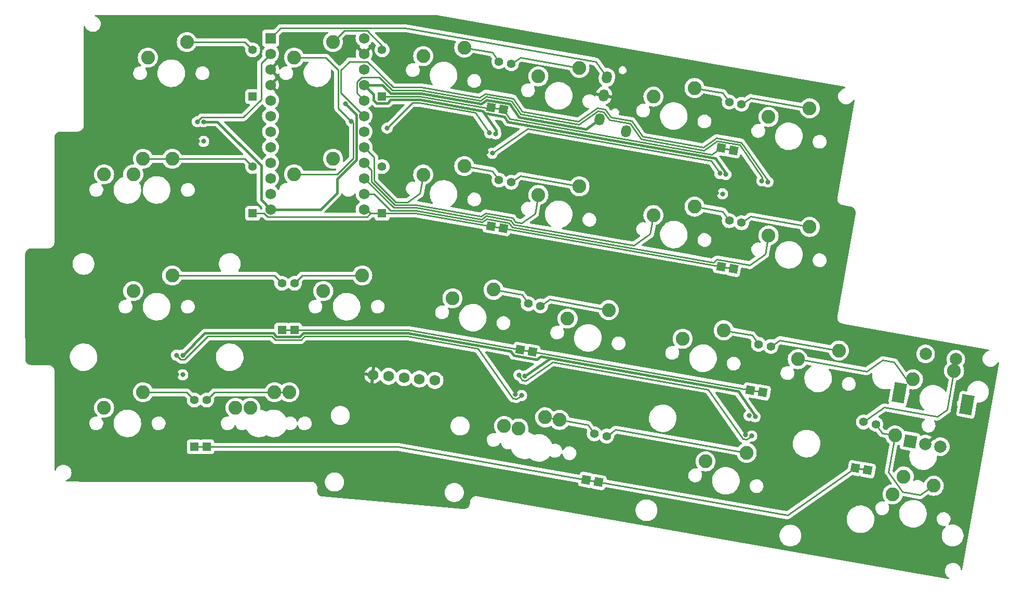
<source format=gbr>
%TF.GenerationSoftware,KiCad,Pcbnew,7.0.6*%
%TF.CreationDate,2024-02-25T17:14:13+01:00*%
%TF.ProjectId,chocobanan_left,63686f63-6f62-4616-9e61-6e5f6c656674,rev?*%
%TF.SameCoordinates,Original*%
%TF.FileFunction,Copper,L1,Top*%
%TF.FilePolarity,Positive*%
%FSLAX46Y46*%
G04 Gerber Fmt 4.6, Leading zero omitted, Abs format (unit mm)*
G04 Created by KiCad (PCBNEW 7.0.6) date 2024-02-25 17:14:13*
%MOMM*%
%LPD*%
G01*
G04 APERTURE LIST*
G04 Aperture macros list*
%AMHorizOval*
0 Thick line with rounded ends*
0 $1 width*
0 $2 $3 position (X,Y) of the first rounded end (center of the circle)*
0 $4 $5 position (X,Y) of the second rounded end (center of the circle)*
0 Add line between two ends*
20,1,$1,$2,$3,$4,$5,0*
0 Add two circle primitives to create the rounded ends*
1,1,$1,$2,$3*
1,1,$1,$4,$5*%
%AMRotRect*
0 Rectangle, with rotation*
0 The origin of the aperture is its center*
0 $1 length*
0 $2 width*
0 $3 Rotation angle, in degrees counterclockwise*
0 Add horizontal line*
21,1,$1,$2,0,0,$3*%
G04 Aperture macros list end*
%TA.AperFunction,ComponentPad*%
%ADD10RotRect,1.397000X1.397000X80.000000*%
%TD*%
%TA.AperFunction,ComponentPad*%
%ADD11C,1.397000*%
%TD*%
%TA.AperFunction,ComponentPad*%
%ADD12C,2.250000*%
%TD*%
%TA.AperFunction,ComponentPad*%
%ADD13R,1.397000X1.397000*%
%TD*%
%TA.AperFunction,ComponentPad*%
%ADD14R,1.752600X1.752600*%
%TD*%
%TA.AperFunction,ComponentPad*%
%ADD15C,1.752600*%
%TD*%
%TA.AperFunction,ComponentPad*%
%ADD16RotRect,3.200000X2.000000X80.000000*%
%TD*%
%TA.AperFunction,ComponentPad*%
%ADD17RotRect,2.000000X2.000000X80.000000*%
%TD*%
%TA.AperFunction,ComponentPad*%
%ADD18C,2.000000*%
%TD*%
%TA.AperFunction,ComponentPad*%
%ADD19HorizOval,1.752600X0.000000X0.000000X0.000000X0.000000X0*%
%TD*%
%TA.AperFunction,ComponentPad*%
%ADD20HorizOval,1.600000X0.034730X0.196962X-0.034730X-0.196962X0*%
%TD*%
%TA.AperFunction,ViaPad*%
%ADD21C,0.800000*%
%TD*%
%TA.AperFunction,Conductor*%
%ADD22C,0.250000*%
%TD*%
%TA.AperFunction,Conductor*%
%ADD23C,0.400000*%
%TD*%
G04 APERTURE END LIST*
D10*
%TO.P,D12,1,K*%
%TO.N,ROW3_L*%
X67607479Y-66368679D03*
D11*
%TO.P,D12,2,A*%
%TO.N,Net-(D12-A)*%
X68930679Y-58864443D03*
%TD*%
D10*
%TO.P,D16,1,K*%
%TO.N,ROW3_L*%
X69623380Y-66724137D03*
D11*
%TO.P,D16,2,A*%
%TO.N,Net-(D16-A)*%
X70946580Y-59219901D03*
%TD*%
D12*
%TO.P,MX19,1,COL*%
%TO.N,COL4*%
X83344417Y-43351690D03*
%TO.P,MX19,2,ROW*%
%TO.N,Net-(D19-A)*%
X90039012Y-41952944D03*
%TD*%
%TO.P,MX1,1,COL*%
%TO.N,COL0*%
X-3810000Y2540000D03*
%TO.P,MX1,2,ROW*%
%TO.N,Net-(D1-A)*%
X2540000Y5080000D03*
%TD*%
D10*
%TO.P,D21,1,K*%
%TO.N,ROW0_L*%
X91619613Y-12571035D03*
D11*
%TO.P,D21,2,A*%
%TO.N,Net-(D21-A)*%
X92942813Y-5066799D03*
%TD*%
D12*
%TO.P,MX10,1,COL*%
%TO.N,COL2*%
X41060742Y-16552060D03*
%TO.P,MX10,2,ROW*%
%TO.N,Net-(D10-A)*%
X47755337Y-15153314D03*
%TD*%
%TO.P,MX16,1,COL*%
%TO.N,COL3*%
X87071640Y-63352776D03*
%TO.P,MX16,2,ROW*%
%TO.N,Net-(D16-A)*%
X93766235Y-61954030D03*
%TD*%
%TO.P,MX12.1,1,COL*%
%TO.N,COL2*%
X56585685Y-57977280D03*
%TO.P,MX12.1,2,ROW*%
%TO.N,Net-(D12-A)*%
X63280280Y-56578534D03*
%TD*%
%TO.P,MX24,1,COL*%
%TO.N,COL5*%
X120865593Y-49967685D03*
%TO.P,MX24,2,ROW*%
%TO.N,ENC_S_A*%
X127560188Y-48568939D03*
%TD*%
%TO.P,MX11,1,COL*%
%TO.N,COL2*%
X45823242Y-36735694D03*
%TO.P,MX11,2,ROW*%
%TO.N,Net-(D11-A)*%
X52517837Y-35336948D03*
%TD*%
%TO.P,MX7,1,COL*%
%TO.N,COL1*%
X24765000Y-35560000D03*
%TO.P,MX7,2,ROW*%
%TO.N,Net-(D7-A)*%
X31115000Y-33020000D03*
%TD*%
D10*
%TO.P,D17,1,K*%
%TO.N,ROW0_L*%
X89603711Y-12215577D03*
D11*
%TO.P,D17,2,A*%
%TO.N,Net-(D17-A)*%
X90926911Y-4711341D03*
%TD*%
D10*
%TO.P,D14,1,K*%
%TO.N,ROW1_L*%
X54098437Y-25298917D03*
D11*
%TO.P,D14,2,A*%
%TO.N,Net-(D14-A)*%
X55421637Y-17794681D03*
%TD*%
D12*
%TO.P,MX21,1,COL*%
%TO.N,COL5*%
X97342505Y-7132176D03*
%TO.P,MX21,2,ROW*%
%TO.N,Net-(D21-A)*%
X104037100Y-5733430D03*
%TD*%
D10*
%TO.P,D23,1,K*%
%TO.N,ROW2_L*%
X96382113Y-52098546D03*
D11*
%TO.P,D23,2,A*%
%TO.N,Net-(D23-A)*%
X97705313Y-44594310D03*
%TD*%
D12*
%TO.P,MX13,1,COL*%
%TO.N,COL3*%
X59821329Y-516181D03*
%TO.P,MX13,2,ROW*%
%TO.N,Net-(D13-A)*%
X66515924Y882565D03*
%TD*%
D13*
%TO.P,D3,1,K*%
%TO.N,ROW2_L*%
X18026500Y-41910000D03*
D11*
%TO.P,D3,2,A*%
%TO.N,Net-(D3-A)*%
X18026500Y-34290000D03*
%TD*%
D12*
%TO.P,MX15,1,COL*%
%TO.N,COL3*%
X64583829Y-40043692D03*
%TO.P,MX15,2,ROW*%
%TO.N,Net-(D15-A)*%
X71278424Y-38644946D03*
%TD*%
D13*
%TO.P,D4,1,K*%
%TO.N,ROW3_L*%
X3739000Y-60960000D03*
D11*
%TO.P,D4,2,A*%
%TO.N,Net-(D4-A)*%
X3739000Y-53340000D03*
%TD*%
D13*
%TO.P,D5,1,K*%
%TO.N,ROW0_L*%
X34361000Y-3810000D03*
D11*
%TO.P,D5,2,A*%
%TO.N,Net-(D5-A)*%
X34361000Y3810000D03*
%TD*%
D12*
%TO.P,MX20,1,COL*%
%TO.N,COL4*%
X117557595Y-68728273D03*
%TO.P,MX20,2,ROW*%
%TO.N,Net-(D20-A)*%
X124252190Y-67329527D03*
%TD*%
D10*
%TO.P,D10,1,K*%
%TO.N,ROW1_L*%
X52082536Y-24943459D03*
D11*
%TO.P,D10,2,A*%
%TO.N,Net-(D10-A)*%
X53405736Y-17439223D03*
%TD*%
D12*
%TO.P,MX23,1,COL*%
%TO.N,COL5*%
X102105005Y-46659687D03*
%TO.P,MX23,2,ROW*%
%TO.N,Net-(D23-A)*%
X108799600Y-45260941D03*
%TD*%
D14*
%TO.P,U1,1,TX0/D3*%
%TO.N,DATA*%
X16192500Y5715000D03*
D15*
%TO.P,U1,2,RX1/D2*%
%TO.N,RGB*%
X16192500Y3175000D03*
%TO.P,U1,3,GND*%
%TO.N,GND*%
X16192500Y635000D03*
%TO.P,U1,4,GND*%
X16192500Y-1905000D03*
%TO.P,U1,5,2/D1/SDA*%
%TO.N,SDA*%
X16192500Y-4445000D03*
%TO.P,U1,6,3/D0/SCL*%
%TO.N,SCL*%
X16192500Y-6985000D03*
%TO.P,U1,7,4/D4*%
%TO.N,ROW0_L*%
X16192500Y-9525000D03*
%TO.P,U1,8,5/C6*%
%TO.N,COL0*%
X16192500Y-12065000D03*
%TO.P,U1,9,6/D7*%
%TO.N,unconnected-(U1-6{slash}D7-Pad9)*%
X16192500Y-14605000D03*
%TO.P,U1,10,7/E6*%
%TO.N,ROW2_L*%
X16192500Y-17145000D03*
%TO.P,U1,11,8/B4*%
%TO.N,ROW3_L*%
X16192500Y-19685000D03*
%TO.P,U1,12,9/B5*%
%TO.N,VCC*%
X16192500Y-22225000D03*
%TO.P,U1,13,B6/10*%
%TO.N,ROW1_L*%
X31432500Y-22225000D03*
%TO.P,U1,14,B2/16*%
%TO.N,COL5*%
X31432500Y-19685000D03*
%TO.P,U1,15,B3/14*%
%TO.N,COL4*%
X31432500Y-17145000D03*
%TO.P,U1,16,B1/15*%
%TO.N,COL3*%
X31432500Y-14605000D03*
%TO.P,U1,17,F7/A0*%
%TO.N,COL2*%
X31432500Y-12065000D03*
%TO.P,U1,18,F6/A1*%
%TO.N,COL1*%
X31432500Y-9525000D03*
%TO.P,U1,19,F5/A2*%
%TO.N,ENC_B*%
X31432500Y-6985000D03*
%TO.P,U1,20,F4/A3*%
%TO.N,ENC_A*%
X31432500Y-4445000D03*
%TO.P,U1,21,VCC*%
%TO.N,VCC*%
X31432500Y-1905000D03*
%TO.P,U1,22,RST*%
%TO.N,unconnected-(U1-RST-Pad22)*%
X31432500Y635000D03*
%TO.P,U1,23,GND*%
%TO.N,GND*%
X31432500Y3175000D03*
%TO.P,U1,24,RAW*%
%TO.N,unconnected-(U1-RAW-Pad24)*%
X31432500Y5715000D03*
%TD*%
D12*
%TO.P,MX8,1,COL*%
%TO.N,COL1*%
X12858750Y-54610000D03*
%TO.P,MX8,2,ROW*%
%TO.N,Net-(D8-A)*%
X19208750Y-52070000D03*
%TD*%
D13*
%TO.P,D7,1,K*%
%TO.N,ROW2_L*%
X20073500Y-41910000D03*
D11*
%TO.P,D7,2,A*%
%TO.N,Net-(D7-A)*%
X20073500Y-34290000D03*
%TD*%
D12*
%TO.P,MX2,1,COL*%
%TO.N,COL0*%
X-6191250Y-16510000D03*
%TO.P,MX2,2,ROW*%
%TO.N,Net-(D2-A)*%
X158750Y-13970000D03*
%TD*%
D10*
%TO.P,D15,1,K*%
%TO.N,ROW2_L*%
X58860937Y-45482551D03*
D11*
%TO.P,D15,2,A*%
%TO.N,Net-(D15-A)*%
X60184137Y-37978315D03*
%TD*%
D10*
%TO.P,D24,1,K*%
%TO.N,ROW3_L*%
X111472800Y-64431380D03*
D11*
%TO.P,D24,2,A*%
%TO.N,ENC_S_A*%
X112796000Y-56927144D03*
%TD*%
D12*
%TO.P,MX3,1,COL*%
%TO.N,COL0*%
X-6191250Y-35560000D03*
%TO.P,MX3,2,ROW*%
%TO.N,Net-(D3-A)*%
X158750Y-33020000D03*
%TD*%
%TO.P,MX2.1,1,COL*%
%TO.N,COL0*%
X-10953750Y-16510000D03*
%TO.P,MX2.1,2,ROW*%
%TO.N,Net-(D2-A)*%
X-4603750Y-13970000D03*
%TD*%
D13*
%TO.P,D6,1,K*%
%TO.N,ROW1_L*%
X34361000Y-22860000D03*
D11*
%TO.P,D6,2,A*%
%TO.N,Net-(D6-A)*%
X34361000Y-15240000D03*
%TD*%
D12*
%TO.P,MX20.1,1,COL*%
%TO.N,COL4*%
X119359634Y-65822041D03*
%TO.P,MX20.1,2,ROW*%
%TO.N,Net-(D20-A)*%
X117960888Y-59127446D03*
%TD*%
D10*
%TO.P,D22,1,K*%
%TO.N,ROW1_L*%
X91619613Y-31914912D03*
D11*
%TO.P,D22,2,A*%
%TO.N,Net-(D22-A)*%
X92942813Y-24410676D03*
%TD*%
D12*
%TO.P,MX5,1,COL*%
%TO.N,COL1*%
X20002500Y2540000D03*
%TO.P,MX5,2,ROW*%
%TO.N,Net-(D5-A)*%
X26352500Y5080000D03*
%TD*%
%TO.P,MX4,1,COL*%
%TO.N,COL0*%
X-10953750Y-54610000D03*
%TO.P,MX4,2,ROW*%
%TO.N,Net-(D4-A)*%
X-4603750Y-52070000D03*
%TD*%
%TO.P,MX17,1,COL*%
%TO.N,COL4*%
X78581917Y-3824178D03*
%TO.P,MX17,2,ROW*%
%TO.N,Net-(D17-A)*%
X85276512Y-2425432D03*
%TD*%
%TO.P,MX9,1,COL*%
%TO.N,COL2*%
X41060742Y2791817D03*
%TO.P,MX9,2,ROW*%
%TO.N,Net-(D9-A)*%
X47755337Y4190563D03*
%TD*%
%TO.P,MX14,1,COL*%
%TO.N,COL3*%
X59821329Y-19860058D03*
%TO.P,MX14,2,ROW*%
%TO.N,Net-(D14-A)*%
X66515924Y-18461312D03*
%TD*%
D10*
%TO.P,D11,1,K*%
%TO.N,ROW2_L*%
X56845036Y-45127093D03*
D11*
%TO.P,D11,2,A*%
%TO.N,Net-(D11-A)*%
X58168236Y-37622857D03*
%TD*%
D12*
%TO.P,MX22,1,COL*%
%TO.N,COL5*%
X97342505Y-26476053D03*
%TO.P,MX22,2,ROW*%
%TO.N,Net-(D22-A)*%
X104037100Y-25077307D03*
%TD*%
D10*
%TO.P,D18,1,K*%
%TO.N,ROW1_L*%
X89603711Y-31559454D03*
D11*
%TO.P,D18,2,A*%
%TO.N,Net-(D18-A)*%
X90926911Y-24055218D03*
%TD*%
D16*
%TO.P,SW1,*%
%TO.N,*%
X118661721Y-52158266D03*
X129691567Y-54103126D03*
D17*
%TO.P,SW1,A,A*%
%TO.N,ENC_A*%
X120412263Y-60082634D03*
D18*
%TO.P,SW1,B,B*%
%TO.N,ENC_B*%
X125336302Y-60950875D03*
%TO.P,SW1,C,C*%
%TO.N,GND*%
X122874283Y-60516754D03*
%TO.P,SW1,S1,S1*%
%TO.N,ENC_S_A*%
X127854201Y-46671162D03*
%TO.P,SW1,S2,S2*%
%TO.N,COL5*%
X122930162Y-45802921D03*
%TD*%
D12*
%TO.P,MX8.1,1,COL*%
%TO.N,COL1*%
X10477500Y-54610000D03*
%TO.P,MX8.1,2,ROW*%
%TO.N,Net-(D8-A)*%
X16827500Y-52070000D03*
%TD*%
D10*
%TO.P,D9,1,K*%
%TO.N,ROW0_L*%
X52082536Y-5599582D03*
D11*
%TO.P,D9,2,A*%
%TO.N,Net-(D9-A)*%
X53405736Y1904654D03*
%TD*%
D13*
%TO.P,D8,1,K*%
%TO.N,ROW3_L*%
X5786000Y-60960000D03*
D11*
%TO.P,D8,2,A*%
%TO.N,Net-(D8-A)*%
X5786000Y-53340000D03*
%TD*%
D12*
%TO.P,MX6,1,COL*%
%TO.N,COL1*%
X20002500Y-16510000D03*
%TO.P,MX6,2,ROW*%
%TO.N,Net-(D6-A)*%
X26352500Y-13970000D03*
%TD*%
D13*
%TO.P,D2,1,K*%
%TO.N,ROW1_L*%
X13264000Y-22860000D03*
D11*
%TO.P,D2,2,A*%
%TO.N,Net-(D2-A)*%
X13264000Y-15240000D03*
%TD*%
D10*
%TO.P,D20,1,K*%
%TO.N,ROW3_L*%
X113488702Y-64786838D03*
D11*
%TO.P,D20,2,A*%
%TO.N,Net-(D20-A)*%
X114811902Y-57282602D03*
%TD*%
D10*
%TO.P,D13,1,K*%
%TO.N,ROW0_L*%
X54098437Y-5955040D03*
D11*
%TO.P,D13,2,A*%
%TO.N,Net-(D13-A)*%
X55421637Y1549196D03*
%TD*%
D12*
%TO.P,MX18,1,COL*%
%TO.N,COL4*%
X78581917Y-23168055D03*
%TO.P,MX18,2,ROW*%
%TO.N,Net-(D18-A)*%
X85276512Y-21769309D03*
%TD*%
D13*
%TO.P,D1,1,K*%
%TO.N,ROW0_L*%
X13264000Y-3810000D03*
D11*
%TO.P,D1,2,A*%
%TO.N,Net-(D1-A)*%
X13264000Y3810000D03*
%TD*%
D12*
%TO.P,MX12,1,COL*%
%TO.N,COL2*%
X54240611Y-57563780D03*
%TO.P,MX12,2,ROW*%
%TO.N,Net-(D12-A)*%
X60935206Y-56165034D03*
%TD*%
D19*
%TO.P,U3,1,3-5V*%
%TO.N,VCC*%
X42980372Y-50128555D03*
%TO.P,U3,2,SDA*%
%TO.N,SDA*%
X40450037Y-49907180D03*
%TO.P,U3,3,SCL*%
%TO.N,SCL*%
X37919703Y-49685804D03*
%TO.P,U3,4,INT*%
%TO.N,unconnected-(U3-INT-Pad4)*%
X35389368Y-49464429D03*
%TO.P,U3,5,GND*%
%TO.N,GND*%
X32859034Y-49243053D03*
%TD*%
D10*
%TO.P,D19,1,K*%
%TO.N,ROW2_L*%
X94366211Y-51743089D03*
D11*
%TO.P,D19,2,A*%
%TO.N,Net-(D19-A)*%
X95689411Y-44238853D03*
%TD*%
D20*
%TO.P,U2,1,SLEEVE*%
%TO.N,unconnected-(U2-SLEEVE-Pad1)*%
X74122211Y-9450230D03*
%TO.P,U2,2,TIP*%
%TO.N,VCC*%
X69783108Y-7568160D03*
%TO.P,U2,3,RING1*%
%TO.N,GND*%
X70477701Y-3628929D03*
%TO.P,U2,4,RING2*%
%TO.N,DATA*%
X70998645Y-674506D03*
%TD*%
D21*
%TO.N,RGB*%
X4262500Y-7925000D03*
%TO.N,Net-(RGB1-DOUT)*%
X35164152Y-8980000D03*
X5262500Y-11125000D03*
X51883521Y-9742970D03*
%TO.N,GND*%
X13264000Y-9525000D03*
X4262500Y-11125000D03*
X861625Y-49225000D03*
X28892500Y-22225000D03*
X120942758Y-57074046D03*
X88849022Y-19510351D03*
X56090347Y-52421866D03*
X51327847Y-12894355D03*
X17095925Y-25780796D03*
X93611522Y-59037861D03*
%TO.N,VCC*%
X57630829Y-49444130D03*
X1861625Y-46025000D03*
X95152003Y-56060000D03*
X90389504Y-16532614D03*
X28351840Y-4965000D03*
X52868329Y-9916618D03*
X5262500Y-7925000D03*
%TO.N,ENC_A*%
X96239262Y-17564084D03*
%TO.N,Net-(RGB2-DOUT)*%
X89404696Y-16358966D03*
X52312654Y-13068003D03*
%TO.N,ENC_B*%
X97224070Y-17737732D03*
%TO.N,COL1*%
X29323605Y-7845000D03*
%TO.N,Net-(RGB3-DOUT)*%
X89833830Y-19683999D03*
X94167196Y-55886476D03*
%TO.N,Net-(RGB4-DOUT)*%
X94596329Y-59211509D03*
X56646022Y-49270481D03*
%TO.N,Net-(RGB5-DOUT)*%
X57075155Y-52595514D03*
X861625Y-46025000D03*
%TO.N,unconnected-(RGB6-DOUT-Pad2)*%
X1861625Y-49225000D03*
%TD*%
D22*
%TO.N,Net-(D1-A)*%
X2540000Y5080000D02*
X11994000Y5080000D01*
X11994000Y5080000D02*
X13264000Y3810000D01*
%TO.N,Net-(D2-A)*%
X158750Y-13970000D02*
X11994000Y-13970000D01*
X11994000Y-13970000D02*
X13264000Y-15240000D01*
X-4603750Y-13970000D02*
X158750Y-13970000D01*
%TO.N,Net-(D3-A)*%
X16756500Y-33020000D02*
X18026500Y-34290000D01*
X158750Y-33020000D02*
X16756500Y-33020000D01*
%TO.N,ROW2_L*%
X56845036Y-45127093D02*
X38645231Y-41910000D01*
X20073500Y-41910000D02*
X18026500Y-41910000D01*
X94366211Y-51743089D02*
X58860937Y-45482551D01*
X20073500Y-41910000D02*
X38645231Y-41910000D01*
X94366211Y-51743089D02*
X96382113Y-52098546D01*
X56845036Y-45127093D02*
X58860937Y-45482551D01*
%TO.N,Net-(D4-A)*%
X-4603750Y-52070000D02*
X2469000Y-52070000D01*
X2469000Y-52070000D02*
X3739000Y-53340000D01*
%TO.N,Net-(D5-A)*%
X34361000Y3810000D02*
X34361000Y4485395D01*
X28188800Y6916300D02*
X26352500Y5080000D01*
X31930095Y6916300D02*
X28188800Y6916300D01*
X34361000Y4485395D02*
X31930095Y6916300D01*
%TO.N,Net-(D7-A)*%
X31115000Y-33020000D02*
X21343500Y-33020000D01*
X21343500Y-33020000D02*
X20073500Y-34290000D01*
%TO.N,Net-(D8-A)*%
X19208750Y-52070000D02*
X7056000Y-52070000D01*
X7056000Y-52070000D02*
X5786000Y-53340000D01*
%TO.N,Net-(D9-A)*%
X47755337Y4190563D02*
X52375563Y3375893D01*
X53405736Y1904654D02*
X52375563Y3375893D01*
%TO.N,Net-(D10-A)*%
X53405736Y-17439223D02*
X52375563Y-15967984D01*
X47755337Y-15153314D02*
X52375563Y-15967984D01*
%TO.N,Net-(D11-A)*%
X58168236Y-37622857D02*
X57138063Y-36151618D01*
X52517837Y-35336948D02*
X57138063Y-36151618D01*
%TO.N,Net-(D12-A)*%
X60935206Y-56165034D02*
X67892690Y-57382043D01*
X68930679Y-58864443D02*
X67892690Y-57382043D01*
%TO.N,Net-(D13-A)*%
X55421637Y1549196D02*
X56892876Y2579369D01*
X66515924Y882565D02*
X56892876Y2579369D01*
%TO.N,Net-(D14-A)*%
X66515924Y-18461312D02*
X56892876Y-16764508D01*
X55421637Y-17794681D02*
X56892876Y-16764508D01*
%TO.N,Net-(D15-A)*%
X71278424Y-38644946D02*
X61655376Y-36948143D01*
X60184137Y-37978315D02*
X61655376Y-36948143D01*
%TO.N,Net-(D16-A)*%
X93766235Y-61954030D02*
X72417819Y-58189729D01*
X70946580Y-59219901D02*
X72417819Y-58189729D01*
%TO.N,Net-(D17-A)*%
X85276512Y-2425432D02*
X89896738Y-3240103D01*
X90926911Y-4711341D02*
X89896738Y-3240103D01*
%TO.N,Net-(D18-A)*%
X90926911Y-24055218D02*
X89896738Y-22583980D01*
X85276512Y-21769309D02*
X89896738Y-22583980D01*
%TO.N,Net-(D19-A)*%
X95689411Y-44238853D02*
X94659238Y-42767614D01*
X90039012Y-41952944D02*
X94659238Y-42767614D01*
%TO.N,Net-(D20-A)*%
X116909437Y-65090520D02*
X119192799Y-68351499D01*
X119192799Y-68351499D02*
X122068501Y-68858562D01*
X114811902Y-57282602D02*
X115842074Y-58753842D01*
X117960888Y-59127446D02*
X116909437Y-65090520D01*
X117960888Y-59127446D02*
X115842074Y-58753842D01*
X124252190Y-67329527D02*
X122068501Y-68858562D01*
%TO.N,Net-(D21-A)*%
X104037100Y-5733430D02*
X94414051Y-4036627D01*
X92942813Y-5066799D02*
X94414051Y-4036627D01*
%TO.N,Net-(D22-A)*%
X92942813Y-24410676D02*
X94414051Y-23380504D01*
X104037100Y-25077307D02*
X94414051Y-23380504D01*
%TO.N,RGB*%
X11730619Y-7200000D02*
X14639350Y-4291269D01*
X14639350Y-4291269D02*
X14639350Y1621850D01*
X4962195Y-7200000D02*
X11730619Y-7200000D01*
X14639350Y1621850D02*
X16192500Y3175000D01*
X4262500Y-7925000D02*
X4262500Y-7899695D01*
X4262500Y-7899695D02*
X4962195Y-7200000D01*
%TO.N,Net-(D23-A)*%
X97705313Y-44594310D02*
X99176551Y-43564138D01*
X108799600Y-45260941D02*
X99176551Y-43564138D01*
%TO.N,Net-(RGB1-DOUT)*%
X51883521Y-9742970D02*
X49583884Y-6458748D01*
X40516935Y-4860000D02*
X49583884Y-6458748D01*
X35164152Y-8980000D02*
X39284152Y-4860000D01*
X39284152Y-4860000D02*
X40516935Y-4860000D01*
%TO.N,DATA*%
X17843800Y7366300D02*
X38095056Y7366300D01*
X38095056Y7366300D02*
X69210038Y1879889D01*
X16192500Y5715000D02*
X17843800Y7366300D01*
X70998645Y-674506D02*
X69210038Y1879889D01*
D23*
%TO.N,VCC*%
X51422232Y-4367706D02*
X55140247Y-5023292D01*
X90389504Y-16532614D02*
X90412316Y-16403239D01*
X59521242Y-46714426D02*
X60185616Y-46249226D01*
X17162315Y-43008500D02*
X20937685Y-43008500D01*
X54839509Y-7928709D02*
X88653211Y-13890977D01*
X30156200Y-14110464D02*
X30156200Y-6769360D01*
X20937685Y-43008500D02*
X21511185Y-42435000D01*
X35798685Y-4335000D02*
X35225185Y-4908500D01*
X92369316Y-51924080D02*
X95174816Y-55930750D01*
X51040727Y-6531329D02*
X50762094Y-6133399D01*
X16192500Y-22225000D02*
X14639350Y-20671850D01*
X40562867Y-4335000D02*
X35798685Y-4335000D01*
X24335668Y-22225000D02*
X26997500Y-19563168D01*
X50491413Y-5019473D02*
X51422232Y-4367706D01*
X33496815Y-4908500D02*
X32985650Y-4397335D01*
X14639350Y-15061836D02*
X7502514Y-7925000D01*
X69783108Y-7568160D02*
X67582042Y-9109363D01*
X35798685Y-3285000D02*
X34418685Y-1905000D01*
X55338027Y-45394465D02*
X55803227Y-46058840D01*
X55140247Y-5023292D02*
X56651842Y-7182074D01*
X40654730Y-3285000D02*
X35798685Y-3285000D01*
X52977521Y-9297357D02*
X50762094Y-6133399D01*
X54258314Y-7098676D02*
X51040727Y-6531329D01*
X21511185Y-42435000D02*
X38554066Y-42435000D01*
X16588815Y-42435000D02*
X5451625Y-42435000D01*
X55803227Y-46058840D02*
X59521242Y-46714426D01*
X40654730Y-3285000D02*
X50491413Y-5019473D01*
X30156200Y-6769360D02*
X28351840Y-4965000D01*
X16192500Y-22225000D02*
X24335668Y-22225000D01*
X7502514Y-7925000D02*
X5262500Y-7925000D01*
X26997500Y-19563168D02*
X26997500Y-17269164D01*
X32985650Y-4397335D02*
X32985650Y-3458150D01*
X90412316Y-16403239D02*
X88653211Y-13890977D01*
X14639350Y-20671850D02*
X14639350Y-15061836D01*
X52868329Y-9916618D02*
X52977521Y-9297357D01*
X56651842Y-7182074D02*
X67582042Y-9109363D01*
X60185616Y-46249226D02*
X92369316Y-51924080D01*
X95174816Y-55930750D02*
X95152003Y-56060125D01*
X32985650Y-3458150D02*
X31432500Y-1905000D01*
X50762094Y-6133399D02*
X40562867Y-4335000D01*
X17162315Y-43008500D02*
X16588815Y-42435000D01*
X38554066Y-42435000D02*
X55338027Y-45394465D01*
X34418685Y-1905000D02*
X31432500Y-1905000D01*
X35225185Y-4908500D02*
X33496815Y-4908500D01*
X54839509Y-7928709D02*
X54258314Y-7098676D01*
X5451625Y-42435000D02*
X1861625Y-46025000D01*
X57630829Y-49444130D02*
X61789686Y-46532067D01*
X26997500Y-17269164D02*
X30156200Y-14110464D01*
D22*
%TO.N,ENC_A*%
X76595757Y-10774881D02*
X86802196Y-12574552D01*
X33891148Y-635000D02*
X36016148Y-2760000D01*
X92617805Y-11707754D02*
X96335658Y-17017398D01*
X30231200Y-3243700D02*
X31432500Y-4445000D01*
X70472103Y-6344208D02*
X71364378Y-7618509D01*
X56957166Y-6702812D02*
X66426450Y-8372502D01*
X30231200Y-1407405D02*
X31003605Y-635000D01*
X88960978Y-11062957D02*
X92617805Y-11707754D01*
X30231200Y-1407405D02*
X30231200Y-1861200D01*
X36016148Y-2760000D02*
X40700662Y-2760000D01*
X96335658Y-17017398D02*
X96239262Y-17564084D01*
X86802196Y-12574552D02*
X88960978Y-11062957D01*
X40700662Y-2760000D02*
X50368420Y-4464687D01*
X51299239Y-3812920D02*
X55445570Y-4544030D01*
X71364378Y-7618509D02*
X74811206Y-8226278D01*
X50368420Y-4464687D02*
X51299239Y-3812920D01*
X66426450Y-8372502D02*
X69554281Y-6182371D01*
X74811206Y-8226278D02*
X76595757Y-10774881D01*
X31003605Y-635000D02*
X33891148Y-635000D01*
X55445570Y-4544030D02*
X56957166Y-6702812D01*
X69554281Y-6182371D02*
X70472103Y-6344208D01*
X30231200Y-1861200D02*
X30231200Y-3243700D01*
%TO.N,Net-(RGB2-DOUT)*%
X52312654Y-13068003D02*
X58075974Y-9032484D01*
X58075974Y-9032484D02*
X87964887Y-14302706D01*
X89404696Y-16358966D02*
X87964887Y-14302706D01*
%TO.N,COL2*%
X31432500Y-12065000D02*
X33083800Y-13716300D01*
X33083800Y-13716300D02*
X33083800Y-17523508D01*
X36620292Y-21060000D02*
X38498462Y-21060000D01*
X41060742Y-16552060D02*
X40514821Y-19648131D01*
X33083800Y-17523508D02*
X36620292Y-21060000D01*
X38498462Y-21060000D02*
X40514821Y-19648131D01*
%TO.N,COL3*%
X50471907Y-23369869D02*
X51228957Y-22839776D01*
X36433896Y-21510000D02*
X39924065Y-21510000D01*
X39924065Y-21510000D02*
X50471907Y-23369869D01*
X59821329Y-19860058D02*
X59275408Y-22956128D01*
X32633800Y-15806300D02*
X32633800Y-17709904D01*
X31432500Y-14605000D02*
X32633800Y-15806300D01*
X32633800Y-17709904D02*
X36433896Y-21510000D01*
X55620041Y-23614043D02*
X56085241Y-24278417D01*
X56085241Y-24278417D02*
X57125121Y-24461776D01*
X51228957Y-22839776D02*
X55620041Y-23614043D01*
X57125121Y-24461776D02*
X59275408Y-22956128D01*
%TO.N,COL4*%
X78035996Y-26264126D02*
X75364403Y-28134796D01*
X55823535Y-24689213D02*
X55358335Y-24024839D01*
X55358335Y-24024839D02*
X51334380Y-23315307D01*
X36247500Y-21960000D02*
X31432500Y-17145000D01*
X51334380Y-23315307D02*
X50577329Y-23845400D01*
X39884695Y-21960000D02*
X36247500Y-21960000D01*
X78581917Y-23168055D02*
X78035996Y-26264126D01*
X75364403Y-28134796D02*
X55823535Y-24689213D01*
X50577329Y-23845400D02*
X39884695Y-21960000D01*
%TO.N,COL5*%
X88960978Y-30406834D02*
X94268060Y-31342615D01*
X35767619Y-22410000D02*
X39845325Y-22410000D01*
X39845325Y-22410000D02*
X50682752Y-24320931D01*
X33042619Y-19685000D02*
X35767619Y-22410000D01*
X50682752Y-24320931D02*
X51439803Y-23790838D01*
X97342505Y-26476053D02*
X96796584Y-29572124D01*
X55096629Y-24435635D02*
X55561829Y-25100010D01*
X119631020Y-49749997D02*
X117838235Y-47189634D01*
X96796584Y-29572124D02*
X94268060Y-31342615D01*
X88296604Y-30872034D02*
X88960978Y-30406834D01*
X102105005Y-46659687D02*
X113345225Y-48641641D01*
X117838235Y-47189634D02*
X115905588Y-46848856D01*
X55561829Y-25100010D02*
X88296604Y-30872034D01*
X120865593Y-49967685D02*
X119631020Y-49749997D01*
X115905588Y-46848856D02*
X113345225Y-48641641D01*
X51439803Y-23790838D02*
X55096629Y-24435635D01*
X31432500Y-19685000D02*
X33042619Y-19685000D01*
%TO.N,ENC_B*%
X55707276Y-4133234D02*
X57218872Y-6292016D01*
X40740032Y-2310000D02*
X50262997Y-3989156D01*
X36202544Y-2310000D02*
X40740032Y-2310000D01*
X86696774Y-12099021D02*
X88855556Y-10587426D01*
X70733809Y-5933412D02*
X71626084Y-7207713D01*
X88855556Y-10587426D02*
X92879511Y-11296958D01*
X27642500Y517768D02*
X29029732Y1905000D01*
X31987544Y1905000D02*
X36202544Y-2310000D01*
X71626084Y-7207713D02*
X75072912Y-7815482D01*
X51193817Y-3337389D02*
X55707276Y-4133234D01*
X57218872Y-6292016D02*
X66321028Y-7896971D01*
X76857463Y-10364085D02*
X86696774Y-12099021D01*
X50262997Y-3989156D02*
X51193817Y-3337389D01*
X69448858Y-5706841D02*
X70733809Y-5933412D01*
X27642500Y-3195000D02*
X27642500Y517768D01*
X75072912Y-7815482D02*
X76857463Y-10364085D01*
X29029732Y1905000D02*
X31987544Y1905000D01*
X66321028Y-7896971D02*
X69448858Y-5706841D01*
X97257326Y-17549126D02*
X97224070Y-17737732D01*
X92879511Y-11296958D02*
X97257326Y-17549126D01*
X31432500Y-6985000D02*
X27642500Y-3195000D01*
%TO.N,COL1*%
X27014202Y-16510000D02*
X29631200Y-13893002D01*
X25170268Y2540000D02*
X27192500Y517768D01*
X27192500Y-5713895D02*
X29323605Y-7845000D01*
X29631200Y-13893002D02*
X29631200Y-8152595D01*
X27192500Y517768D02*
X27192500Y-5713895D01*
X20002500Y-16510000D02*
X27014202Y-16510000D01*
X20002500Y2540000D02*
X25170268Y2540000D01*
X29631200Y-8152595D02*
X29323605Y-7845000D01*
%TO.N,ROW0_L*%
X40608799Y-3810000D02*
X51816091Y-5786148D01*
X52082536Y-5599582D02*
X51816091Y-5786148D01*
X52082536Y-5599582D02*
X54098437Y-5955040D01*
X54098437Y-5955040D02*
X55144833Y-7449447D01*
X89603711Y-12215577D02*
X91619613Y-12571035D01*
X55144833Y-7449447D02*
X88109304Y-13261972D01*
X89603711Y-12215577D02*
X88109304Y-13261972D01*
X34361000Y-3810000D02*
X40608799Y-3810000D01*
%TO.N,ROW1_L*%
X15694905Y-23426300D02*
X31930095Y-23426300D01*
X32496395Y-22860000D02*
X31930095Y-23426300D01*
X89603711Y-31559454D02*
X91619613Y-31914912D01*
X52082536Y-24943459D02*
X51989860Y-25008351D01*
X52082536Y-24943459D02*
X54098437Y-25298917D01*
X31861395Y-22225000D02*
X31432500Y-22225000D01*
X39805955Y-22860000D02*
X51989860Y-25008351D01*
X34361000Y-22860000D02*
X39805955Y-22860000D01*
X15128605Y-22860000D02*
X15694905Y-23426300D01*
X13264000Y-22860000D02*
X15128605Y-22860000D01*
X34361000Y-22860000D02*
X32496395Y-22860000D01*
X32496395Y-22860000D02*
X31861395Y-22225000D01*
X89603711Y-31559454D02*
X54098437Y-25298917D01*
%TO.N,ROW3_L*%
X5786000Y-60960000D02*
X36933339Y-60960000D01*
X111472800Y-64431380D02*
X113488702Y-64786838D01*
X67607479Y-66368679D02*
X69623380Y-66724137D01*
X67607479Y-66368679D02*
X36933339Y-60960000D01*
X3739000Y-60960000D02*
X5786000Y-60960000D01*
X111472800Y-64431380D02*
X100438508Y-72157675D01*
X69623380Y-66724137D02*
X100438508Y-72157675D01*
%TO.N,Net-(RGB4-DOUT)*%
X94596329Y-59211509D02*
X94591935Y-59236430D01*
X57209192Y-50105968D02*
X56641627Y-49295402D01*
X93781369Y-59803994D02*
X94591935Y-59236430D01*
X62191225Y-47135968D02*
X87494959Y-51597699D01*
X56641627Y-49295402D02*
X56646022Y-49270481D01*
X94596329Y-59211509D02*
X94567015Y-59232036D01*
X93164964Y-59695305D02*
X93781369Y-59803994D01*
X62191225Y-47135968D02*
X57800677Y-50210263D01*
X57800677Y-50210263D02*
X57209192Y-50105968D01*
X87494959Y-51597699D02*
X93164964Y-59695305D01*
%TO.N,Net-(RGB5-DOUT)*%
X49998704Y-44986097D02*
X38508135Y-42960000D01*
X861625Y-46050305D02*
X861625Y-46025000D01*
X2161930Y-46750000D02*
X1561320Y-46750000D01*
X22860000Y-42960000D02*
X38508135Y-42960000D01*
X21728647Y-42960000D02*
X21155148Y-43533500D01*
X21728647Y-42960000D02*
X22860000Y-42960000D01*
X57075155Y-52595514D02*
X57070761Y-52620435D01*
X56260195Y-53187999D02*
X55668710Y-53083704D01*
X57070761Y-52620435D02*
X56260195Y-53187999D01*
X55668710Y-53083704D02*
X49998704Y-44986097D01*
X16371352Y-42960000D02*
X5951930Y-42960000D01*
X16944852Y-43533500D02*
X16371352Y-42960000D01*
X21155148Y-43533500D02*
X16944852Y-43533500D01*
X1561320Y-46750000D02*
X861625Y-46050305D01*
X5951930Y-42960000D02*
X2161930Y-46750000D01*
%TO.N,ENC_S_A*%
X127560188Y-48568939D02*
X126435943Y-54944852D01*
X124828378Y-56070481D02*
X116193809Y-54547973D01*
X127560188Y-48568939D02*
X127560188Y-46965175D01*
X126435943Y-54944852D02*
X124828378Y-56070481D01*
X112796000Y-56927144D02*
X116193809Y-54547973D01*
X127560188Y-46965175D02*
X127854201Y-46671162D01*
%TD*%
%TA.AperFunction,Conductor*%
%TO.N,GND*%
G36*
X27914532Y-19618454D02*
G01*
X27923775Y-19629944D01*
X28038034Y-19790399D01*
X28038036Y-19790401D01*
X28038037Y-19790402D01*
X28086857Y-19836951D01*
X28193597Y-19938727D01*
X28374420Y-20054935D01*
X28573968Y-20134822D01*
X28785028Y-20175500D01*
X28785032Y-20175500D01*
X28946116Y-20175500D01*
X28946118Y-20175500D01*
X28946119Y-20175499D01*
X28946137Y-20175499D01*
X29097118Y-20161081D01*
X29106471Y-20160188D01*
X29312709Y-20099631D01*
X29503759Y-20001138D01*
X29672717Y-19868268D01*
X29813476Y-19705824D01*
X29814235Y-19704508D01*
X29814786Y-19703982D01*
X29816958Y-19700934D01*
X29817545Y-19701352D01*
X29865610Y-19655514D01*
X29935322Y-19642070D01*
X30001236Y-19668450D01*
X30042424Y-19726278D01*
X30048928Y-19757095D01*
X30061818Y-19912656D01*
X30061907Y-19913719D01*
X30118241Y-20136181D01*
X30118244Y-20136188D01*
X30210430Y-20346350D01*
X30335952Y-20538477D01*
X30491379Y-20707316D01*
X30491384Y-20707320D01*
X30491386Y-20707322D01*
X30672490Y-20848281D01*
X30672495Y-20848284D01*
X30674382Y-20849517D01*
X30674982Y-20850220D01*
X30676603Y-20851482D01*
X30676343Y-20851815D01*
X30720470Y-20903521D01*
X30730045Y-20973869D01*
X30700067Y-21038226D01*
X30674382Y-21060483D01*
X30672491Y-21061718D01*
X30491379Y-21202683D01*
X30335952Y-21371522D01*
X30210430Y-21563649D01*
X30118244Y-21773811D01*
X30118241Y-21773818D01*
X30061907Y-21996280D01*
X30061906Y-21996286D01*
X30061906Y-21996288D01*
X30052247Y-22112850D01*
X30042954Y-22225000D01*
X30061906Y-22453713D01*
X30108034Y-22635869D01*
X30105366Y-22706816D01*
X30064765Y-22765058D01*
X29999122Y-22792103D01*
X29985889Y-22792800D01*
X25074028Y-22792800D01*
X25005907Y-22772798D01*
X24959414Y-22719142D01*
X24949310Y-22648868D01*
X24978804Y-22584288D01*
X24984933Y-22577705D01*
X25385496Y-22177142D01*
X27482019Y-20080617D01*
X27484731Y-20078064D01*
X27531715Y-20036441D01*
X27567367Y-19984789D01*
X27569563Y-19981804D01*
X27608275Y-19932394D01*
X27612461Y-19923090D01*
X27623661Y-19903234D01*
X27629454Y-19894843D01*
X27651702Y-19836177D01*
X27653134Y-19832720D01*
X27678889Y-19775497D01*
X27680726Y-19765471D01*
X27686851Y-19743498D01*
X27690465Y-19733969D01*
X27696064Y-19687851D01*
X27724129Y-19622641D01*
X27782997Y-19582954D01*
X27853976Y-19581393D01*
X27914532Y-19618454D01*
G37*
%TD.AperFunction*%
%TA.AperFunction,Conductor*%
G36*
X22315457Y1886498D02*
G01*
X22361950Y1832842D01*
X22372054Y1762568D01*
X22342560Y1697988D01*
X22331860Y1687057D01*
X22223441Y1588998D01*
X22195562Y1563783D01*
X22195549Y1563769D01*
X22001557Y1334312D01*
X22001551Y1334304D01*
X21839870Y1081035D01*
X21713385Y808469D01*
X21713382Y808462D01*
X21624354Y521463D01*
X21574374Y225162D01*
X21574374Y225158D01*
X21564817Y-60708D01*
X21564333Y-75172D01*
X21594409Y-374135D01*
X21594410Y-374142D01*
X21594411Y-374145D01*
X21664070Y-666449D01*
X21772069Y-946860D01*
X21845597Y-1081032D01*
X21916478Y-1210374D01*
X22024916Y-1357547D01*
X22094723Y-1452290D01*
X22245565Y-1608260D01*
X22303623Y-1668291D01*
X22303627Y-1668294D01*
X22399223Y-1743785D01*
X22539446Y-1854518D01*
X22797987Y-2007652D01*
X23074633Y-2124960D01*
X23364446Y-2204348D01*
X23662255Y-2244400D01*
X23662259Y-2244400D01*
X23887529Y-2244400D01*
X23887533Y-2244400D01*
X24112319Y-2229352D01*
X24406787Y-2169499D01*
X24690651Y-2070931D01*
X24958843Y-1935407D01*
X25206580Y-1765346D01*
X25429439Y-1563782D01*
X25623443Y-1334312D01*
X25785131Y-1081032D01*
X25907067Y-818267D01*
X25911614Y-808469D01*
X25911617Y-808462D01*
X25912054Y-807054D01*
X26000646Y-521462D01*
X26050626Y-225158D01*
X26060667Y75164D01*
X26030589Y374145D01*
X26005665Y478730D01*
X26009330Y549630D01*
X26050745Y607295D01*
X26116762Y633415D01*
X26186421Y619697D01*
X26217327Y597034D01*
X26522095Y292267D01*
X26556120Y229954D01*
X26559000Y203171D01*
X26559000Y-5630041D01*
X26557251Y-5645883D01*
X26557544Y-5645911D01*
X26556798Y-5653802D01*
X26556798Y-5653804D01*
X26557247Y-5668098D01*
X26559000Y-5723852D01*
X26559000Y-5753746D01*
X26559001Y-5753767D01*
X26559878Y-5760715D01*
X26560344Y-5766627D01*
X26561826Y-5813783D01*
X26561827Y-5813788D01*
X26567477Y-5833234D01*
X26571486Y-5852592D01*
X26574025Y-5872688D01*
X26574026Y-5872694D01*
X26591393Y-5916557D01*
X26593316Y-5922174D01*
X26606482Y-5967488D01*
X26616794Y-5984926D01*
X26625488Y-6002674D01*
X26632944Y-6021504D01*
X26632950Y-6021515D01*
X26660677Y-6059678D01*
X26663937Y-6064641D01*
X26687960Y-6105260D01*
X26702279Y-6119579D01*
X26715117Y-6134609D01*
X26724656Y-6147738D01*
X26727028Y-6151002D01*
X26754737Y-6173925D01*
X26763386Y-6181080D01*
X26767767Y-6185066D01*
X27576483Y-6993782D01*
X28376482Y-7793781D01*
X28410508Y-7856093D01*
X28412697Y-7869705D01*
X28430062Y-8034927D01*
X28454847Y-8111206D01*
X28489078Y-8216556D01*
X28489081Y-8216561D01*
X28584563Y-8381941D01*
X28584570Y-8381951D01*
X28712349Y-8523864D01*
X28712348Y-8523864D01*
X28866848Y-8636115D01*
X28866850Y-8636116D01*
X28866853Y-8636118D01*
X28922950Y-8661093D01*
X28977044Y-8707071D01*
X28997694Y-8774998D01*
X28997700Y-8776199D01*
X28997700Y-13578406D01*
X28977698Y-13646527D01*
X28960795Y-13667502D01*
X28150592Y-14477704D01*
X28088280Y-14511729D01*
X28017464Y-14506664D01*
X27960629Y-14464117D01*
X27935818Y-14397597D01*
X27938977Y-14359202D01*
X27970878Y-14226326D01*
X27991051Y-13970000D01*
X27970878Y-13713674D01*
X27910855Y-13463660D01*
X27812460Y-13226113D01*
X27678116Y-13006884D01*
X27602610Y-12918477D01*
X27511131Y-12811368D01*
X27315619Y-12644386D01*
X27315617Y-12644385D01*
X27315616Y-12644384D01*
X27096387Y-12510040D01*
X27047973Y-12489986D01*
X26858838Y-12411644D01*
X26669206Y-12366118D01*
X26608826Y-12351622D01*
X26352500Y-12331449D01*
X26352499Y-12331449D01*
X26096174Y-12351622D01*
X25846161Y-12411644D01*
X25608614Y-12510039D01*
X25389382Y-12644385D01*
X25389380Y-12644386D01*
X25193868Y-12811368D01*
X25026886Y-13006880D01*
X25026885Y-13006882D01*
X24892539Y-13226114D01*
X24794144Y-13463661D01*
X24735886Y-13706328D01*
X24734122Y-13713674D01*
X24713949Y-13970000D01*
X24727491Y-14142076D01*
X24734122Y-14226325D01*
X24794144Y-14476338D01*
X24879035Y-14681282D01*
X24892540Y-14713887D01*
X25001456Y-14891622D01*
X25026885Y-14933117D01*
X25026886Y-14933119D01*
X25193868Y-15128631D01*
X25389380Y-15295613D01*
X25389384Y-15295616D01*
X25608613Y-15429960D01*
X25846160Y-15528355D01*
X26096174Y-15588378D01*
X26352500Y-15608551D01*
X26608826Y-15588378D01*
X26741698Y-15556478D01*
X26812603Y-15560025D01*
X26870337Y-15601345D01*
X26896567Y-15667318D01*
X26882965Y-15737000D01*
X26860204Y-15768092D01*
X26788700Y-15839596D01*
X26726391Y-15873620D01*
X26699607Y-15876500D01*
X21592374Y-15876500D01*
X21524253Y-15856498D01*
X21477760Y-15802842D01*
X21475965Y-15798718D01*
X21464821Y-15771815D01*
X21462460Y-15766113D01*
X21328116Y-15546884D01*
X21308930Y-15524420D01*
X21161131Y-15351368D01*
X20965619Y-15184386D01*
X20965617Y-15184385D01*
X20965616Y-15184384D01*
X20746387Y-15050040D01*
X20697058Y-15029607D01*
X20508838Y-14951644D01*
X20308218Y-14903480D01*
X20258826Y-14891622D01*
X20002500Y-14871449D01*
X20002499Y-14871449D01*
X19746174Y-14891622D01*
X19496161Y-14951644D01*
X19258614Y-15050039D01*
X19039382Y-15184385D01*
X19039380Y-15184386D01*
X18843868Y-15351368D01*
X18676886Y-15546880D01*
X18676885Y-15546882D01*
X18542539Y-15766114D01*
X18444144Y-16003661D01*
X18384122Y-16253674D01*
X18367145Y-16469396D01*
X18363949Y-16510000D01*
X18384122Y-16766326D01*
X18394220Y-16808386D01*
X18444144Y-17016338D01*
X18532161Y-17228829D01*
X18542540Y-17253887D01*
X18671227Y-17463885D01*
X18676885Y-17473117D01*
X18676886Y-17473119D01*
X18843866Y-17668628D01*
X18843869Y-17668631D01*
X18859835Y-17682267D01*
X18883746Y-17702689D01*
X18922555Y-17762140D01*
X18923061Y-17833134D01*
X18885105Y-17893133D01*
X18820737Y-17923086D01*
X18801915Y-17924500D01*
X18678862Y-17924500D01*
X18518539Y-17939810D01*
X18518524Y-17939813D01*
X18312288Y-18000369D01*
X18121241Y-18098861D01*
X17952283Y-18231732D01*
X17952277Y-18231737D01*
X17811523Y-18394177D01*
X17811522Y-18394178D01*
X17704052Y-18580322D01*
X17704051Y-18580324D01*
X17633750Y-18783445D01*
X17633749Y-18783448D01*
X17613439Y-18924711D01*
X17583946Y-18989292D01*
X17524220Y-19027675D01*
X17453224Y-19027675D01*
X17393497Y-18989291D01*
X17383239Y-18975694D01*
X17289047Y-18831522D01*
X17133620Y-18662683D01*
X17118396Y-18650834D01*
X16952510Y-18521719D01*
X16952508Y-18521718D01*
X16950625Y-18520488D01*
X16950025Y-18519785D01*
X16948397Y-18518518D01*
X16948657Y-18518183D01*
X16904533Y-18466487D01*
X16894953Y-18396140D01*
X16924926Y-18331781D01*
X16950625Y-18309512D01*
X16952501Y-18308285D01*
X16952510Y-18308281D01*
X17133614Y-18167322D01*
X17148363Y-18151301D01*
X17289047Y-17998477D01*
X17310803Y-17965177D01*
X17414569Y-17806351D01*
X17506757Y-17596185D01*
X17563094Y-17373712D01*
X17582046Y-17145000D01*
X17563094Y-16916288D01*
X17562085Y-16912304D01*
X17506758Y-16693818D01*
X17506755Y-16693811D01*
X17503384Y-16686127D01*
X17414569Y-16483649D01*
X17381611Y-16433203D01*
X17289047Y-16291522D01*
X17133620Y-16122683D01*
X17125587Y-16116431D01*
X16952510Y-15981719D01*
X16952508Y-15981718D01*
X16950625Y-15980488D01*
X16950025Y-15979785D01*
X16948397Y-15978518D01*
X16948657Y-15978183D01*
X16904533Y-15926487D01*
X16894953Y-15856140D01*
X16924926Y-15791781D01*
X16950625Y-15769512D01*
X16952501Y-15768285D01*
X16952510Y-15768281D01*
X17133614Y-15627322D01*
X17168944Y-15588944D01*
X17289047Y-15458477D01*
X17307678Y-15429960D01*
X17414569Y-15266351D01*
X17506757Y-15056185D01*
X17563094Y-14833712D01*
X17582046Y-14605000D01*
X17563094Y-14376288D01*
X17506757Y-14153815D01*
X17414569Y-13943649D01*
X17338816Y-13827700D01*
X17289047Y-13751522D01*
X17133620Y-13582683D01*
X17127071Y-13577586D01*
X16952510Y-13441719D01*
X16952508Y-13441718D01*
X16950625Y-13440488D01*
X16950025Y-13439785D01*
X16948397Y-13438518D01*
X16948657Y-13438183D01*
X16904533Y-13386487D01*
X16894953Y-13316140D01*
X16924926Y-13251781D01*
X16950625Y-13229512D01*
X16952501Y-13228285D01*
X16952510Y-13228281D01*
X17133614Y-13087322D01*
X17151399Y-13068003D01*
X17289047Y-12918477D01*
X17359024Y-12811369D01*
X17414569Y-12726351D01*
X17506757Y-12516185D01*
X17563094Y-12293712D01*
X17582046Y-12065000D01*
X17563094Y-11836288D01*
X17506757Y-11613815D01*
X17414569Y-11403649D01*
X17356604Y-11314927D01*
X17289047Y-11211522D01*
X17133620Y-11042683D01*
X17099872Y-11016416D01*
X16952510Y-10901719D01*
X16952508Y-10901718D01*
X16950625Y-10900488D01*
X16950025Y-10899785D01*
X16948397Y-10898518D01*
X16948657Y-10898183D01*
X16904533Y-10846487D01*
X16894953Y-10776140D01*
X16924926Y-10711781D01*
X16950625Y-10689512D01*
X16952501Y-10688285D01*
X16952510Y-10688281D01*
X17133614Y-10547322D01*
X17141687Y-10538553D01*
X17289047Y-10378477D01*
X17339155Y-10301781D01*
X17414569Y-10186351D01*
X17506757Y-9976185D01*
X17563094Y-9753712D01*
X17582046Y-9525000D01*
X17563094Y-9296288D01*
X17556527Y-9270354D01*
X17506758Y-9073818D01*
X17506755Y-9073811D01*
X17505601Y-9071181D01*
X17414569Y-8863649D01*
X17386352Y-8820460D01*
X17289047Y-8671522D01*
X17133620Y-8502683D01*
X17121779Y-8493467D01*
X16952510Y-8361719D01*
X16952508Y-8361718D01*
X16950625Y-8360488D01*
X16950025Y-8359785D01*
X16948397Y-8358518D01*
X16948657Y-8358183D01*
X16904533Y-8306487D01*
X16894953Y-8236140D01*
X16924926Y-8171781D01*
X16950625Y-8149512D01*
X16952501Y-8148285D01*
X16952510Y-8148281D01*
X17133614Y-8007322D01*
X17201070Y-7934046D01*
X17289047Y-7838477D01*
X17314179Y-7800010D01*
X17414569Y-7646351D01*
X17506757Y-7436185D01*
X17563094Y-7213712D01*
X17582046Y-6985000D01*
X17563094Y-6756288D01*
X17547966Y-6696547D01*
X17506758Y-6533818D01*
X17506755Y-6533811D01*
X17481974Y-6477317D01*
X17414569Y-6323649D01*
X17385012Y-6278409D01*
X17289047Y-6131522D01*
X17133620Y-5962683D01*
X17109811Y-5944152D01*
X16952510Y-5821719D01*
X16952508Y-5821718D01*
X16950625Y-5820488D01*
X16950025Y-5819785D01*
X16948397Y-5818518D01*
X16948657Y-5818183D01*
X16904533Y-5766487D01*
X16894953Y-5696140D01*
X16924926Y-5631781D01*
X16950625Y-5609512D01*
X16952501Y-5608285D01*
X16952510Y-5608281D01*
X17133614Y-5467322D01*
X17137843Y-5462729D01*
X17289047Y-5298477D01*
X17289046Y-5298477D01*
X17414569Y-5106351D01*
X17506757Y-4896185D01*
X17563094Y-4673712D01*
X17582046Y-4445000D01*
X17563094Y-4216288D01*
X17535217Y-4106201D01*
X17506758Y-3993818D01*
X17506755Y-3993811D01*
X17496042Y-3969389D01*
X17414569Y-3783649D01*
X17393270Y-3751048D01*
X17289047Y-3591522D01*
X17133620Y-3422683D01*
X17131478Y-3421016D01*
X17007697Y-3324673D01*
X16952504Y-3281714D01*
X16950164Y-3280186D01*
X16949419Y-3279314D01*
X16948397Y-3278518D01*
X16948560Y-3278307D01*
X16904073Y-3226185D01*
X16894494Y-3155838D01*
X16924468Y-3091479D01*
X16950168Y-3069211D01*
X16952234Y-3067861D01*
X16976930Y-3048639D01*
X16357160Y-2428869D01*
X16478912Y-2375985D01*
X16595362Y-2281246D01*
X16681933Y-2158603D01*
X16714283Y-2067574D01*
X17334577Y-2687868D01*
X17334579Y-2687868D01*
X17414129Y-2566108D01*
X17506280Y-2356025D01*
X17506283Y-2356018D01*
X17562597Y-2133636D01*
X17581543Y-1905000D01*
X17562597Y-1676363D01*
X17506283Y-1453981D01*
X17506280Y-1453974D01*
X17414129Y-1243891D01*
X17334578Y-1122130D01*
X16716104Y-1740604D01*
X16711906Y-1720403D01*
X16642842Y-1587114D01*
X16540377Y-1477402D01*
X16412112Y-1399402D01*
X16354913Y-1383375D01*
X16976930Y-761359D01*
X16976929Y-761358D01*
X16952233Y-742137D01*
X16949700Y-740482D01*
X16948895Y-739538D01*
X16948123Y-738938D01*
X16948246Y-738779D01*
X16903611Y-686479D01*
X16894036Y-616131D01*
X16924013Y-551774D01*
X16949707Y-529511D01*
X16952242Y-527854D01*
X16976930Y-508640D01*
X16976930Y-508639D01*
X16357160Y111130D01*
X16478912Y164015D01*
X16595362Y258754D01*
X16681933Y381397D01*
X16714283Y472425D01*
X17334577Y-147868D01*
X17334579Y-147868D01*
X17381036Y-76761D01*
X17435039Y-30672D01*
X17505387Y-21097D01*
X17569745Y-51074D01*
X17607678Y-111087D01*
X17612376Y-139679D01*
X17613386Y-160894D01*
X17613388Y-160906D01*
X17664062Y-369788D01*
X17664063Y-369790D01*
X17753354Y-565310D01*
X17878034Y-740399D01*
X18033597Y-888727D01*
X18214420Y-1004935D01*
X18413968Y-1084822D01*
X18625028Y-1125500D01*
X18625032Y-1125500D01*
X18786116Y-1125500D01*
X18786118Y-1125500D01*
X18786119Y-1125499D01*
X18786137Y-1125499D01*
X18937118Y-1111081D01*
X18946471Y-1110188D01*
X19152709Y-1049631D01*
X19343759Y-951138D01*
X19512717Y-818268D01*
X19653476Y-655824D01*
X19760948Y-469677D01*
X19831250Y-266554D01*
X19861839Y-53797D01*
X19860737Y-30672D01*
X19855042Y88900D01*
X19851612Y160904D01*
X19800937Y369790D01*
X19711646Y565310D01*
X19593718Y730916D01*
X19570498Y798006D01*
X19587236Y867002D01*
X19638618Y915995D01*
X19708332Y929431D01*
X19725767Y926521D01*
X19746171Y921622D01*
X20002500Y901449D01*
X20258826Y921622D01*
X20358810Y945626D01*
X20508838Y981644D01*
X20746385Y1080039D01*
X20746387Y1080040D01*
X20965616Y1214384D01*
X20965617Y1214385D01*
X20965619Y1214386D01*
X21161131Y1381368D01*
X21328113Y1576880D01*
X21328114Y1576882D01*
X21328116Y1576884D01*
X21462460Y1796113D01*
X21475966Y1828719D01*
X21520513Y1883999D01*
X21587877Y1906420D01*
X21592374Y1906500D01*
X22247336Y1906500D01*
X22315457Y1886498D01*
G37*
%TD.AperFunction*%
%TA.AperFunction,Conductor*%
G36*
X14896852Y-5033837D02*
G01*
X14953687Y-5076384D01*
X14968206Y-5101279D01*
X14970430Y-5106350D01*
X15095952Y-5298477D01*
X15251379Y-5467316D01*
X15251384Y-5467320D01*
X15251386Y-5467322D01*
X15432490Y-5608281D01*
X15432495Y-5608284D01*
X15434382Y-5609517D01*
X15434982Y-5610220D01*
X15436603Y-5611482D01*
X15436343Y-5611815D01*
X15480470Y-5663521D01*
X15490045Y-5733869D01*
X15460067Y-5798226D01*
X15434382Y-5820483D01*
X15432491Y-5821718D01*
X15251379Y-5962683D01*
X15095952Y-6131522D01*
X14970430Y-6323649D01*
X14878244Y-6533811D01*
X14878241Y-6533818D01*
X14821907Y-6756280D01*
X14821906Y-6756286D01*
X14821906Y-6756288D01*
X14802954Y-6985000D01*
X14821888Y-7213500D01*
X14821907Y-7213719D01*
X14878241Y-7436181D01*
X14878244Y-7436188D01*
X14970430Y-7646350D01*
X15095952Y-7838477D01*
X15251379Y-8007316D01*
X15251384Y-8007320D01*
X15251386Y-8007322D01*
X15432490Y-8148281D01*
X15432495Y-8148284D01*
X15434382Y-8149517D01*
X15434982Y-8150220D01*
X15436603Y-8151482D01*
X15436343Y-8151815D01*
X15480470Y-8203521D01*
X15490045Y-8273869D01*
X15460067Y-8338226D01*
X15434382Y-8360483D01*
X15432491Y-8361718D01*
X15251379Y-8502683D01*
X15095952Y-8671522D01*
X14970430Y-8863649D01*
X14878244Y-9073811D01*
X14878241Y-9073818D01*
X14821907Y-9296280D01*
X14821906Y-9296286D01*
X14821906Y-9296288D01*
X14815083Y-9378626D01*
X14803622Y-9516944D01*
X14802954Y-9525000D01*
X14821020Y-9743021D01*
X14821907Y-9753719D01*
X14878241Y-9976181D01*
X14878244Y-9976188D01*
X14970430Y-10186350D01*
X15095952Y-10378477D01*
X15251379Y-10547316D01*
X15251384Y-10547320D01*
X15251386Y-10547322D01*
X15432490Y-10688281D01*
X15432495Y-10688284D01*
X15434382Y-10689517D01*
X15434982Y-10690220D01*
X15436603Y-10691482D01*
X15436343Y-10691815D01*
X15480470Y-10743521D01*
X15490045Y-10813869D01*
X15460067Y-10878226D01*
X15434382Y-10900483D01*
X15432491Y-10901718D01*
X15251379Y-11042683D01*
X15095952Y-11211522D01*
X14970430Y-11403649D01*
X14878244Y-11613811D01*
X14878241Y-11613818D01*
X14821907Y-11836280D01*
X14821906Y-11836286D01*
X14821906Y-11836288D01*
X14802954Y-12065000D01*
X14812102Y-12175403D01*
X14821907Y-12293719D01*
X14878241Y-12516181D01*
X14878244Y-12516188D01*
X14970430Y-12726350D01*
X15095952Y-12918477D01*
X15251379Y-13087316D01*
X15251384Y-13087320D01*
X15251386Y-13087322D01*
X15432490Y-13228281D01*
X15432495Y-13228284D01*
X15434382Y-13229517D01*
X15434982Y-13230220D01*
X15436603Y-13231482D01*
X15436343Y-13231815D01*
X15480470Y-13283521D01*
X15490045Y-13353869D01*
X15460067Y-13418226D01*
X15434382Y-13440483D01*
X15432491Y-13441718D01*
X15251379Y-13582683D01*
X15095952Y-13751522D01*
X14970431Y-13943647D01*
X14908128Y-14085682D01*
X14862446Y-14140030D01*
X14794634Y-14161053D01*
X14726220Y-14142076D01*
X14703646Y-14124162D01*
X8628079Y-8048595D01*
X8594053Y-7986283D01*
X8599118Y-7915468D01*
X8641665Y-7858632D01*
X8708185Y-7833821D01*
X8717174Y-7833500D01*
X11646766Y-7833500D01*
X11662607Y-7835249D01*
X11662635Y-7834956D01*
X11670521Y-7835700D01*
X11670528Y-7835702D01*
X11740577Y-7833500D01*
X11770475Y-7833500D01*
X11777437Y-7832619D01*
X11783338Y-7832154D01*
X11830508Y-7830673D01*
X11849966Y-7825019D01*
X11869313Y-7821013D01*
X11889416Y-7818474D01*
X11933298Y-7801099D01*
X11938893Y-7799183D01*
X11967435Y-7790891D01*
X11984210Y-7786019D01*
X11984214Y-7786017D01*
X12001645Y-7775708D01*
X12019399Y-7767009D01*
X12038236Y-7759552D01*
X12076405Y-7731818D01*
X12081363Y-7728562D01*
X12121981Y-7704542D01*
X12136304Y-7690218D01*
X12151343Y-7677374D01*
X12167726Y-7665472D01*
X12197812Y-7629103D01*
X12201780Y-7624741D01*
X14763726Y-5062796D01*
X14826036Y-5028772D01*
X14896852Y-5033837D01*
G37*
%TD.AperFunction*%
%TA.AperFunction,Conductor*%
G36*
X38050484Y6730886D02*
G01*
X38248929Y6695895D01*
X46302626Y5275810D01*
X46366238Y5244283D01*
X46402708Y5183369D01*
X46400455Y5112408D01*
X46388179Y5085889D01*
X46297482Y4937884D01*
X46295376Y4934448D01*
X46196981Y4696901D01*
X46178929Y4621707D01*
X46136959Y4446889D01*
X46119449Y4224393D01*
X46116786Y4190562D01*
X46136959Y3934237D01*
X46196981Y3684224D01*
X46295376Y3446677D01*
X46429722Y3227445D01*
X46429723Y3227443D01*
X46596705Y3031931D01*
X46792217Y2864949D01*
X46792219Y2864948D01*
X47011451Y2730602D01*
X47248998Y2632207D01*
X47464097Y2580567D01*
X47499011Y2572185D01*
X47755337Y2552012D01*
X48011663Y2572185D01*
X48121198Y2598482D01*
X48261675Y2632207D01*
X48499222Y2730602D01*
X48526637Y2747402D01*
X48718453Y2864947D01*
X48718454Y2864948D01*
X48718456Y2864949D01*
X48913968Y3031931D01*
X49080950Y3227443D01*
X49080958Y3227454D01*
X49083745Y3232002D01*
X49136392Y3279634D01*
X49206434Y3291240D01*
X49213057Y3290253D01*
X51955741Y2806644D01*
X52019353Y2775117D01*
X52037074Y2754829D01*
X52255456Y2442948D01*
X52278144Y2375674D01*
X52267887Y2324651D01*
X52269076Y2324219D01*
X52267193Y2319047D01*
X52255631Y2275895D01*
X52212532Y2115048D01*
X52194125Y1904654D01*
X52212532Y1694260D01*
X52219491Y1668289D01*
X52267193Y1490260D01*
X52267195Y1490255D01*
X52356450Y1298847D01*
X52477585Y1125848D01*
X52477590Y1125842D01*
X52626924Y976508D01*
X52626930Y976503D01*
X52799929Y855368D01*
X52991337Y766113D01*
X52991342Y766111D01*
X53140680Y726096D01*
X53195342Y711450D01*
X53275856Y704406D01*
X53405735Y693043D01*
X53405736Y693043D01*
X53616130Y711450D01*
X53725451Y740742D01*
X53820129Y766111D01*
X53820134Y766113D01*
X54011542Y855368D01*
X54189051Y979661D01*
X54189986Y978324D01*
X54248175Y1003798D01*
X54318281Y992589D01*
X54368664Y947523D01*
X54369196Y947896D01*
X54370785Y945626D01*
X54371198Y945257D01*
X54372111Y943732D01*
X54493482Y770395D01*
X54493491Y770384D01*
X54642825Y621050D01*
X54642831Y621045D01*
X54815830Y499910D01*
X55007238Y410655D01*
X55007243Y410653D01*
X55156582Y370638D01*
X55211243Y355992D01*
X55421637Y337585D01*
X55632031Y355992D01*
X55741352Y385284D01*
X55836030Y410653D01*
X55836035Y410655D01*
X56027443Y499910D01*
X56200442Y621045D01*
X56200448Y621050D01*
X56349782Y770384D01*
X56349785Y770387D01*
X56470923Y943390D01*
X56560179Y1134801D01*
X56614841Y1338802D01*
X56633248Y1549196D01*
X56633248Y1549201D01*
X56633248Y1554698D01*
X56634872Y1554698D01*
X56647384Y1617002D01*
X56686653Y1661608D01*
X56998535Y1879990D01*
X57065809Y1902678D01*
X57092686Y1900863D01*
X64841658Y534509D01*
X64905270Y502982D01*
X64941740Y442068D01*
X64942296Y439838D01*
X64957566Y376234D01*
X64957568Y376228D01*
X64957569Y376225D01*
X64973574Y337585D01*
X65055963Y138679D01*
X65107979Y53797D01*
X65187985Y-76761D01*
X65190309Y-80552D01*
X65190310Y-80554D01*
X65357292Y-276066D01*
X65552804Y-443048D01*
X65552808Y-443051D01*
X65772037Y-577395D01*
X66009584Y-675790D01*
X66259598Y-735813D01*
X66515924Y-755986D01*
X66772250Y-735813D01*
X67022264Y-675790D01*
X67259811Y-577395D01*
X67479040Y-443051D01*
X67674555Y-276066D01*
X67841540Y-80551D01*
X67975884Y138678D01*
X68074279Y376225D01*
X68134302Y626239D01*
X68154475Y882565D01*
X68134302Y1138891D01*
X68107115Y1252132D01*
X68110662Y1323037D01*
X68151982Y1380771D01*
X68217955Y1407001D01*
X68251514Y1405629D01*
X68790216Y1310640D01*
X68853828Y1279112D01*
X68871549Y1258825D01*
X69758115Y-7319D01*
X69780803Y-74593D01*
X69776609Y-112200D01*
X69754675Y-194060D01*
X69754674Y-194064D01*
X69665374Y-700507D01*
X69665374Y-700510D01*
X69650417Y-871466D01*
X69670372Y-1099556D01*
X69729629Y-1320706D01*
X69729631Y-1320712D01*
X69826391Y-1528215D01*
X69957715Y-1715766D01*
X70119614Y-1877666D01*
X70119617Y-1877668D01*
X70213732Y-1943568D01*
X70258061Y-1999024D01*
X70265370Y-2069644D01*
X70233340Y-2133004D01*
X70174074Y-2168487D01*
X70063372Y-2198150D01*
X70063358Y-2198155D01*
X69855931Y-2294879D01*
X69668458Y-2426149D01*
X69506618Y-2587988D01*
X69375342Y-2775470D01*
X69278620Y-2982891D01*
X69278618Y-2982896D01*
X69234218Y-3148599D01*
X69234218Y-3148600D01*
X69233678Y-3151655D01*
X70078644Y-3300645D01*
X69993951Y-3780960D01*
X69993439Y-3801458D01*
X69145464Y-3651937D01*
X69144927Y-3654994D01*
X69144927Y-3654993D01*
X69142409Y-3683765D01*
X69116546Y-3749883D01*
X69059042Y-3791523D01*
X68988155Y-3795463D01*
X68929939Y-3763974D01*
X68834106Y-3672598D01*
X68808897Y-3656397D01*
X68653283Y-3556390D01*
X68453735Y-3476503D01*
X68453734Y-3476502D01*
X68453732Y-3476502D01*
X68242679Y-3435825D01*
X68242675Y-3435825D01*
X68081585Y-3435825D01*
X68081565Y-3435825D01*
X67921242Y-3451135D01*
X67921227Y-3451138D01*
X67714991Y-3511694D01*
X67523944Y-3610186D01*
X67354986Y-3743057D01*
X67354980Y-3743062D01*
X67214226Y-3905502D01*
X67214225Y-3905503D01*
X67106755Y-4091647D01*
X67106754Y-4091649D01*
X67036454Y-4294766D01*
X67036453Y-4294769D01*
X67036453Y-4294771D01*
X67029185Y-4345321D01*
X67005864Y-4507528D01*
X67016090Y-4722220D01*
X67016091Y-4722231D01*
X67066765Y-4931113D01*
X67066766Y-4931115D01*
X67156057Y-5126635D01*
X67280737Y-5301724D01*
X67280739Y-5301726D01*
X67280740Y-5301727D01*
X67326250Y-5345120D01*
X67436300Y-5450052D01*
X67617123Y-5566260D01*
X67816671Y-5646147D01*
X68006334Y-5682701D01*
X68069439Y-5715233D01*
X68104937Y-5776718D01*
X68101559Y-5847634D01*
X68060377Y-5905466D01*
X68054760Y-5909637D01*
X66215368Y-7197593D01*
X66148094Y-7220281D01*
X66121217Y-7218466D01*
X66094295Y-7213719D01*
X65217102Y-7059046D01*
X57638692Y-5722767D01*
X57575080Y-5691240D01*
X57557359Y-5670952D01*
X57539825Y-5645911D01*
X56274299Y-3838554D01*
X56266649Y-3824577D01*
X56266393Y-3824723D01*
X56262479Y-3817832D01*
X56220495Y-3761713D01*
X56207435Y-3743062D01*
X56203348Y-3737225D01*
X56198639Y-3732031D01*
X56194871Y-3727461D01*
X56166599Y-3689670D01*
X56166598Y-3689669D01*
X56166593Y-3689664D01*
X56150811Y-3676975D01*
X56136421Y-3663415D01*
X56130057Y-3656397D01*
X56122818Y-3648413D01*
X56122819Y-3648413D01*
X56083430Y-3622441D01*
X56078632Y-3618942D01*
X56041858Y-3589375D01*
X56041855Y-3589373D01*
X56023405Y-3581004D01*
X56006097Y-3571450D01*
X55989192Y-3560303D01*
X55944585Y-3544943D01*
X55939068Y-3542748D01*
X55896096Y-3523254D01*
X55876138Y-3519735D01*
X55857001Y-3514786D01*
X55837854Y-3508193D01*
X55830727Y-3507619D01*
X55790827Y-3504408D01*
X55784939Y-3503653D01*
X51472546Y-2743262D01*
X57000218Y-2743262D01*
X57010444Y-2957954D01*
X57010445Y-2957965D01*
X57061119Y-3166847D01*
X57061120Y-3166849D01*
X57150411Y-3362369D01*
X57275091Y-3537458D01*
X57275093Y-3537460D01*
X57275094Y-3537461D01*
X57356752Y-3615321D01*
X57430654Y-3685786D01*
X57611477Y-3801994D01*
X57811025Y-3881881D01*
X58022085Y-3922559D01*
X58022089Y-3922559D01*
X58183173Y-3922559D01*
X58183175Y-3922559D01*
X58183176Y-3922558D01*
X58183194Y-3922558D01*
X58334175Y-3908140D01*
X58343528Y-3907247D01*
X58549766Y-3846690D01*
X58728854Y-3754364D01*
X60884213Y-3754364D01*
X60914289Y-4053327D01*
X60914290Y-4053334D01*
X60914291Y-4053337D01*
X60983950Y-4345641D01*
X61091949Y-4626052D01*
X61171498Y-4771211D01*
X61236358Y-4889566D01*
X61377106Y-5080591D01*
X61414603Y-5131482D01*
X61482279Y-5201459D01*
X61623503Y-5347483D01*
X61623507Y-5347486D01*
X61714217Y-5419119D01*
X61859326Y-5533710D01*
X62117867Y-5686844D01*
X62394513Y-5804152D01*
X62684326Y-5883540D01*
X62982135Y-5923592D01*
X62982139Y-5923592D01*
X63207409Y-5923592D01*
X63207413Y-5923592D01*
X63432199Y-5908544D01*
X63726667Y-5848691D01*
X64010531Y-5750123D01*
X64278723Y-5614599D01*
X64526460Y-5444538D01*
X64749319Y-5242974D01*
X64943323Y-5013504D01*
X65105011Y-4760224D01*
X65215759Y-4521569D01*
X65231494Y-4487661D01*
X65231497Y-4487654D01*
X65233131Y-4482387D01*
X65320526Y-4200654D01*
X65370506Y-3904350D01*
X65380547Y-3604028D01*
X65364682Y-3446324D01*
X65350470Y-3305056D01*
X65350469Y-3305055D01*
X65350469Y-3305047D01*
X65280810Y-3012743D01*
X65172811Y-2732332D01*
X65028401Y-2468817D01*
X64850157Y-2226902D01*
X64641259Y-2010903D01*
X64641258Y-2010902D01*
X64641256Y-2010900D01*
X64641252Y-2010897D01*
X64405439Y-1824678D01*
X64405434Y-1824674D01*
X64326114Y-1777693D01*
X64177627Y-1689744D01*
X64146893Y-1671540D01*
X63870247Y-1554232D01*
X63580434Y-1474844D01*
X63282625Y-1434792D01*
X63057347Y-1434792D01*
X62832561Y-1449840D01*
X62832552Y-1449841D01*
X62538099Y-1509691D01*
X62538089Y-1509694D01*
X62254229Y-1608260D01*
X61986034Y-1743786D01*
X61738307Y-1913840D01*
X61738297Y-1913849D01*
X61515442Y-2115408D01*
X61515429Y-2115422D01*
X61321437Y-2344879D01*
X61321431Y-2344887D01*
X61159750Y-2598156D01*
X61033265Y-2870722D01*
X61033262Y-2870729D01*
X60944234Y-3157728D01*
X60894254Y-3454029D01*
X60894254Y-3454033D01*
X60894254Y-3454034D01*
X60884960Y-3732031D01*
X60884213Y-3754364D01*
X58728854Y-3754364D01*
X58740816Y-3748197D01*
X58909774Y-3615327D01*
X59050533Y-3452883D01*
X59158005Y-3266736D01*
X59228307Y-3063613D01*
X59258896Y-2850856D01*
X59258108Y-2834323D01*
X59252823Y-2723366D01*
X59248669Y-2636155D01*
X59197994Y-2427269D01*
X59108703Y-2231749D01*
X59108700Y-2231745D01*
X59106209Y-2226290D01*
X59108025Y-2225460D01*
X59093420Y-2165297D01*
X59116629Y-2098202D01*
X59172429Y-2054305D01*
X59243103Y-2047545D01*
X59267489Y-2054860D01*
X59314989Y-2074536D01*
X59565003Y-2134559D01*
X59821329Y-2154732D01*
X60077655Y-2134559D01*
X60327669Y-2074536D01*
X60565216Y-1976141D01*
X60784445Y-1841797D01*
X60979960Y-1674812D01*
X61146945Y-1479297D01*
X61281289Y-1260068D01*
X61379684Y-1022521D01*
X61439707Y-772507D01*
X61459880Y-516181D01*
X61439707Y-259855D01*
X61379684Y-9841D01*
X61281289Y227706D01*
X61146945Y446935D01*
X60979960Y642450D01*
X60784445Y809435D01*
X60565216Y943779D01*
X60327669Y1042174D01*
X60077655Y1102197D01*
X59821329Y1122370D01*
X59565003Y1102197D01*
X59314989Y1042174D01*
X59077442Y943779D01*
X58858213Y809435D01*
X58858211Y809433D01*
X58858209Y809432D01*
X58662697Y642450D01*
X58495715Y446938D01*
X58495714Y446936D01*
X58495713Y446935D01*
X58371590Y244385D01*
X58361368Y227704D01*
X58262973Y-9842D01*
X58202951Y-259855D01*
X58183372Y-508639D01*
X58182778Y-516181D01*
X58202951Y-772507D01*
X58206402Y-786881D01*
X58262973Y-1022519D01*
X58340786Y-1210375D01*
X58361369Y-1260068D01*
X58492984Y-1474844D01*
X58495714Y-1479298D01*
X58495715Y-1479300D01*
X58509518Y-1495461D01*
X58538549Y-1560251D01*
X58527944Y-1630451D01*
X58481069Y-1683773D01*
X58412807Y-1703288D01*
X58389862Y-1701014D01*
X58237035Y-1671560D01*
X58237033Y-1671559D01*
X58237029Y-1671559D01*
X58075939Y-1671559D01*
X58075919Y-1671559D01*
X57915596Y-1686869D01*
X57915581Y-1686872D01*
X57709345Y-1747428D01*
X57518298Y-1845920D01*
X57349340Y-1978791D01*
X57349334Y-1978796D01*
X57208580Y-2141236D01*
X57208579Y-2141237D01*
X57101109Y-2327381D01*
X57101108Y-2327383D01*
X57030808Y-2530500D01*
X57030807Y-2530503D01*
X57030807Y-2530505D01*
X57011158Y-2667171D01*
X57000218Y-2743262D01*
X51472546Y-2743262D01*
X51386394Y-2728071D01*
X51371104Y-2723601D01*
X51371026Y-2723885D01*
X51363379Y-2721778D01*
X51301048Y-2712796D01*
X51294029Y-2711785D01*
X51290188Y-2711108D01*
X51264574Y-2706591D01*
X51257572Y-2706249D01*
X51251663Y-2705680D01*
X51204963Y-2698951D01*
X51204954Y-2698951D01*
X51184822Y-2701138D01*
X51165066Y-2701725D01*
X51144829Y-2700735D01*
X51098611Y-2710222D01*
X51092748Y-2711140D01*
X51045836Y-2716237D01*
X51026870Y-2723366D01*
X51007884Y-2728846D01*
X50988041Y-2732920D01*
X50945636Y-2753601D01*
X50940185Y-2755948D01*
X50896015Y-2772552D01*
X50896006Y-2772556D01*
X50879409Y-2784177D01*
X50862385Y-2794205D01*
X50844181Y-2803084D01*
X50844177Y-2803087D01*
X50808244Y-2833667D01*
X50803547Y-2837297D01*
X50157337Y-3289778D01*
X50090063Y-3312466D01*
X50063186Y-3310651D01*
X49965685Y-3293459D01*
X49297774Y-3175688D01*
X45586823Y-2521346D01*
X45523211Y-2489819D01*
X45486741Y-2428905D01*
X45488994Y-2357944D01*
X45529253Y-2299466D01*
X45537374Y-2293394D01*
X45765873Y-2136540D01*
X45988732Y-1934976D01*
X46182736Y-1705506D01*
X46344424Y-1452226D01*
X46447893Y-1229257D01*
X46461688Y-1199530D01*
X48245277Y-1199530D01*
X48255503Y-1414222D01*
X48255504Y-1414233D01*
X48306178Y-1623115D01*
X48306179Y-1623117D01*
X48395470Y-1818637D01*
X48520150Y-1993726D01*
X48520152Y-1993728D01*
X48520153Y-1993729D01*
X48599771Y-2069644D01*
X48675713Y-2142054D01*
X48856536Y-2258262D01*
X49056084Y-2338149D01*
X49267144Y-2378827D01*
X49267148Y-2378827D01*
X49428232Y-2378827D01*
X49428234Y-2378827D01*
X49428235Y-2378826D01*
X49428253Y-2378826D01*
X49581235Y-2364217D01*
X49588587Y-2363515D01*
X49794825Y-2302958D01*
X49985875Y-2204465D01*
X50154833Y-2071595D01*
X50295592Y-1909151D01*
X50403064Y-1723004D01*
X50473366Y-1519881D01*
X50503955Y-1307124D01*
X50501713Y-1260066D01*
X50498830Y-1199530D01*
X50493728Y-1092423D01*
X50443053Y-883537D01*
X50353762Y-688017D01*
X50229082Y-512928D01*
X50155793Y-443048D01*
X50073519Y-364600D01*
X50069115Y-361770D01*
X49892696Y-248392D01*
X49693148Y-168505D01*
X49693147Y-168504D01*
X49693145Y-168504D01*
X49482092Y-127827D01*
X49482088Y-127827D01*
X49320998Y-127827D01*
X49320978Y-127827D01*
X49160655Y-143137D01*
X49160640Y-143140D01*
X48954404Y-203696D01*
X48763357Y-302188D01*
X48594399Y-435059D01*
X48594393Y-435064D01*
X48453639Y-597504D01*
X48453638Y-597505D01*
X48346168Y-783649D01*
X48346167Y-783651D01*
X48275867Y-986768D01*
X48275866Y-986771D01*
X48275866Y-986773D01*
X48261948Y-1083577D01*
X48245277Y-1199530D01*
X46461688Y-1199530D01*
X46470907Y-1179663D01*
X46470910Y-1179656D01*
X46473178Y-1172345D01*
X46559939Y-892656D01*
X46609919Y-596352D01*
X46619960Y-296030D01*
X46589882Y2951D01*
X46520223Y295255D01*
X46412224Y575666D01*
X46267814Y839181D01*
X46089570Y1081096D01*
X45880672Y1297095D01*
X45644847Y1483324D01*
X45386306Y1636458D01*
X45109660Y1753766D01*
X44819847Y1833154D01*
X44522038Y1873206D01*
X44296760Y1873206D01*
X44071974Y1858158D01*
X43777506Y1798305D01*
X43493642Y1699737D01*
X43225450Y1564213D01*
X43225447Y1564211D01*
X42985746Y1399666D01*
X42977713Y1394152D01*
X42800049Y1233464D01*
X42754855Y1192589D01*
X42754842Y1192575D01*
X42560850Y963118D01*
X42560844Y963110D01*
X42399163Y709841D01*
X42272678Y437275D01*
X42272675Y437268D01*
X42183647Y150269D01*
X42133667Y-146031D01*
X42133667Y-146035D01*
X42133667Y-146036D01*
X42125110Y-401991D01*
X42123626Y-446366D01*
X42153702Y-745329D01*
X42153703Y-745336D01*
X42153704Y-745339D01*
X42223363Y-1037643D01*
X42331362Y-1318054D01*
X42394910Y-1434015D01*
X42475771Y-1581568D01*
X42620277Y-1777693D01*
X42644582Y-1844400D01*
X42628964Y-1913658D01*
X42578381Y-1963477D01*
X42508895Y-1978041D01*
X42496958Y-1976520D01*
X40876376Y-1690767D01*
X40871647Y-1689744D01*
X40820064Y-1676500D01*
X40820062Y-1676500D01*
X40757066Y-1676500D01*
X40753988Y-1676425D01*
X40702261Y-1673895D01*
X40691044Y-1673347D01*
X40691043Y-1673347D01*
X40688223Y-1673926D01*
X40662887Y-1676500D01*
X36517139Y-1676500D01*
X36449018Y-1656498D01*
X36428044Y-1639595D01*
X35793384Y-1004935D01*
X34223712Y564736D01*
X38239631Y564736D01*
X38249857Y350043D01*
X38249858Y350032D01*
X38300532Y141150D01*
X38317404Y104207D01*
X38389824Y-54371D01*
X38514504Y-229460D01*
X38514506Y-229462D01*
X38514507Y-229463D01*
X38596165Y-307323D01*
X38670067Y-377788D01*
X38850890Y-493996D01*
X39050438Y-573883D01*
X39261498Y-614561D01*
X39261502Y-614561D01*
X39422586Y-614561D01*
X39422588Y-614561D01*
X39422589Y-614560D01*
X39422607Y-614560D01*
X39573588Y-600142D01*
X39582941Y-599249D01*
X39789179Y-538692D01*
X39980229Y-440199D01*
X40149187Y-307329D01*
X40289946Y-144885D01*
X40397418Y41262D01*
X40467720Y244385D01*
X40498309Y457142D01*
X40498143Y460619D01*
X40494903Y528654D01*
X40488082Y671843D01*
X40437407Y880729D01*
X40348116Y1076249D01*
X40348113Y1076252D01*
X40345622Y1081708D01*
X40347441Y1082539D01*
X40332832Y1142679D01*
X40356031Y1209779D01*
X40411823Y1253684D01*
X40482496Y1260456D01*
X40506907Y1253134D01*
X40554395Y1233464D01*
X40554402Y1233462D01*
X40804416Y1173439D01*
X41060742Y1153266D01*
X41317068Y1173439D01*
X41418714Y1197842D01*
X41567080Y1233461D01*
X41804627Y1331856D01*
X41815962Y1338802D01*
X42023858Y1466201D01*
X42023859Y1466202D01*
X42023861Y1466203D01*
X42219373Y1633185D01*
X42386355Y1828697D01*
X42386356Y1828699D01*
X42386358Y1828701D01*
X42520702Y2047930D01*
X42619097Y2285477D01*
X42679120Y2535491D01*
X42699293Y2791817D01*
X42679120Y3048143D01*
X42619097Y3298157D01*
X42520702Y3535704D01*
X42386358Y3754933D01*
X42219373Y3950448D01*
X42023858Y4117433D01*
X41804629Y4251777D01*
X41567082Y4350172D01*
X41317068Y4410195D01*
X41060742Y4430368D01*
X40804416Y4410195D01*
X40554402Y4350172D01*
X40316855Y4251777D01*
X40097626Y4117433D01*
X40097624Y4117431D01*
X40097622Y4117430D01*
X39902110Y3950448D01*
X39735128Y3754936D01*
X39735127Y3754934D01*
X39735126Y3754933D01*
X39610306Y3551246D01*
X39600781Y3535702D01*
X39502386Y3298155D01*
X39463788Y3137382D01*
X39442364Y3048143D01*
X39427947Y2864948D01*
X39422191Y2791816D01*
X39442364Y2535491D01*
X39502386Y2285478D01*
X39600781Y2047931D01*
X39735127Y1828699D01*
X39735127Y1828698D01*
X39748933Y1812534D01*
X39777963Y1747743D01*
X39767355Y1677543D01*
X39720479Y1624222D01*
X39652217Y1604709D01*
X39629278Y1606982D01*
X39476442Y1636439D01*
X39315352Y1636439D01*
X39315350Y1636438D01*
X39315332Y1636438D01*
X39155009Y1621128D01*
X39154999Y1621127D01*
X38959656Y1563769D01*
X38948758Y1560569D01*
X38798928Y1483326D01*
X38757711Y1462077D01*
X38588753Y1329207D01*
X38588749Y1329203D01*
X38588747Y1329201D01*
X38521279Y1251338D01*
X38447994Y1166763D01*
X38447993Y1166761D01*
X38447992Y1166760D01*
X38340522Y980616D01*
X38340521Y980614D01*
X38277320Y798006D01*
X38270220Y777493D01*
X38245750Y607295D01*
X38239631Y564736D01*
X34223712Y564736D01*
X32576485Y2211962D01*
X32542463Y2274270D01*
X32547527Y2345085D01*
X32560100Y2369969D01*
X32654129Y2513891D01*
X32746280Y2723974D01*
X32746283Y2723981D01*
X32802597Y2946363D01*
X32821543Y3175000D01*
X32802597Y3403636D01*
X32746283Y3626018D01*
X32746280Y3626025D01*
X32654129Y3836108D01*
X32574579Y3957868D01*
X32574577Y3957868D01*
X31956104Y3339394D01*
X31951906Y3359597D01*
X31882842Y3492886D01*
X31780377Y3602598D01*
X31652112Y3680598D01*
X31594915Y3696624D01*
X32216930Y4318639D01*
X32192234Y4337861D01*
X32190168Y4339211D01*
X32189510Y4339981D01*
X32188122Y4341062D01*
X32188344Y4341347D01*
X32144075Y4393210D01*
X32134493Y4463558D01*
X32164465Y4527917D01*
X32190164Y4550186D01*
X32192504Y4551714D01*
X32373620Y4692683D01*
X32529047Y4861522D01*
X32654569Y5053649D01*
X32657050Y5058233D01*
X32658125Y5057651D01*
X32700043Y5107518D01*
X32767857Y5128539D01*
X32836270Y5109560D01*
X32858841Y5091648D01*
X33328781Y4621707D01*
X33362806Y4559395D01*
X33357741Y4488579D01*
X33342898Y4460342D01*
X33311715Y4415808D01*
X33222459Y4224398D01*
X33222457Y4224393D01*
X33213392Y4190562D01*
X33167796Y4020394D01*
X33151694Y3836350D01*
X33149389Y3809999D01*
X33167796Y3599607D01*
X33222457Y3395606D01*
X33222459Y3395601D01*
X33311714Y3204193D01*
X33432849Y3031194D01*
X33432854Y3031188D01*
X33582188Y2881854D01*
X33582194Y2881849D01*
X33755193Y2760714D01*
X33946601Y2671459D01*
X33946606Y2671457D01*
X34093088Y2632208D01*
X34150606Y2616796D01*
X34255802Y2607592D01*
X34360999Y2598389D01*
X34361000Y2598389D01*
X34571394Y2616796D01*
X34680716Y2646088D01*
X34775393Y2671457D01*
X34775398Y2671459D01*
X34966806Y2760714D01*
X35139805Y2881849D01*
X35139811Y2881854D01*
X35289145Y3031188D01*
X35289148Y3031191D01*
X35410286Y3204194D01*
X35499542Y3395605D01*
X35554204Y3599606D01*
X35572611Y3810000D01*
X35554204Y4020394D01*
X35499542Y4224395D01*
X35410286Y4415805D01*
X35400089Y4430368D01*
X35289152Y4588804D01*
X35289149Y4588807D01*
X35289148Y4588809D01*
X35139809Y4738148D01*
X34966806Y4859286D01*
X34834939Y4920774D01*
X34807879Y4937881D01*
X34790097Y4952592D01*
X34785737Y4956560D01*
X33496404Y6245895D01*
X33224595Y6517705D01*
X33190570Y6580017D01*
X33195635Y6650833D01*
X33238182Y6707668D01*
X33304702Y6732479D01*
X33313691Y6732800D01*
X38028605Y6732800D01*
X38050484Y6730886D01*
G37*
%TD.AperFunction*%
%TA.AperFunction,Conductor*%
G36*
X25544658Y6712798D02*
G01*
X25591151Y6659142D01*
X25601255Y6588868D01*
X25571761Y6524288D01*
X25542373Y6499368D01*
X25389384Y6405616D01*
X25389382Y6405614D01*
X25389380Y6405613D01*
X25193868Y6238631D01*
X25026886Y6043119D01*
X25026885Y6043117D01*
X24892539Y5823885D01*
X24794144Y5586338D01*
X24768254Y5478498D01*
X24734122Y5336326D01*
X24725129Y5222052D01*
X24713949Y5080000D01*
X24734122Y4823674D01*
X24794144Y4573661D01*
X24892539Y4336114D01*
X25026885Y4116882D01*
X25026886Y4116880D01*
X25193868Y3921368D01*
X25389380Y3754386D01*
X25389382Y3754385D01*
X25608614Y3620039D01*
X25846161Y3521644D01*
X26096173Y3461622D01*
X26096174Y3461622D01*
X26352500Y3441449D01*
X26608826Y3461622D01*
X26687810Y3480584D01*
X26858838Y3521644D01*
X27096385Y3620039D01*
X27106142Y3626018D01*
X27315616Y3754384D01*
X27315617Y3754385D01*
X27315619Y3754386D01*
X27511131Y3921368D01*
X27678113Y4116880D01*
X27678114Y4116882D01*
X27678116Y4116884D01*
X27812460Y4336113D01*
X27910855Y4573660D01*
X27970878Y4823674D01*
X27991051Y5080000D01*
X27970878Y5336326D01*
X27910855Y5586340D01*
X27897349Y5618944D01*
X27889758Y5689531D01*
X27921536Y5753019D01*
X27924662Y5756258D01*
X28414299Y6245895D01*
X28476611Y6279921D01*
X28503394Y6282800D01*
X29985889Y6282800D01*
X30054010Y6262798D01*
X30100503Y6209142D01*
X30110607Y6138868D01*
X30108034Y6125873D01*
X30061906Y5943712D01*
X30042954Y5715000D01*
X30053615Y5586338D01*
X30061907Y5486280D01*
X30118241Y5263818D01*
X30118244Y5263811D01*
X30210430Y5053649D01*
X30335952Y4861522D01*
X30491379Y4692683D01*
X30672494Y4551715D01*
X30674842Y4550182D01*
X30675587Y4549308D01*
X30676603Y4548518D01*
X30676440Y4548309D01*
X30720930Y4496177D01*
X30730504Y4425829D01*
X30700525Y4361472D01*
X30674835Y4339213D01*
X30672758Y4337856D01*
X30648069Y4318640D01*
X31267840Y3698869D01*
X31146088Y3645985D01*
X31029638Y3551246D01*
X30943067Y3428603D01*
X30910715Y3337572D01*
X30290420Y3957868D01*
X30210870Y3836108D01*
X30118719Y3626025D01*
X30118716Y3626018D01*
X30062402Y3403636D01*
X30043456Y3175000D01*
X30062402Y2946363D01*
X30118716Y2723981D01*
X30118717Y2723979D01*
X30122606Y2715115D01*
X30131653Y2644698D01*
X30101194Y2580567D01*
X30040898Y2543085D01*
X30007219Y2538500D01*
X29113585Y2538500D01*
X29097743Y2540249D01*
X29097716Y2539956D01*
X29089830Y2540700D01*
X29089823Y2540702D01*
X29019774Y2538500D01*
X28989876Y2538500D01*
X28982910Y2537619D01*
X28977014Y2537155D01*
X28929842Y2535673D01*
X28910396Y2530023D01*
X28891037Y2526013D01*
X28870935Y2523474D01*
X28827052Y2506099D01*
X28821451Y2504181D01*
X28776139Y2491018D01*
X28758701Y2480705D01*
X28740954Y2472010D01*
X28722115Y2464552D01*
X28690627Y2441674D01*
X28683952Y2436824D01*
X28678993Y2433566D01*
X28658735Y2421586D01*
X28638367Y2409541D01*
X28624044Y2395218D01*
X28609011Y2382377D01*
X28592625Y2370472D01*
X28562542Y2334108D01*
X28558563Y2329736D01*
X28030174Y1801347D01*
X27506594Y1277767D01*
X27444282Y1243741D01*
X27373467Y1248806D01*
X27328404Y1277767D01*
X26543401Y2062770D01*
X25677511Y2928659D01*
X25667548Y2941098D01*
X25667321Y2940910D01*
X25662270Y2947013D01*
X25662268Y2947018D01*
X25611188Y2994984D01*
X25590038Y3016135D01*
X25584480Y3020445D01*
X25579997Y3024274D01*
X25545589Y3056586D01*
X25527833Y3066346D01*
X25511318Y3077195D01*
X25495309Y3089614D01*
X25451978Y3108363D01*
X25446691Y3110953D01*
X25405328Y3133695D01*
X25385702Y3138733D01*
X25367000Y3145137D01*
X25348415Y3153180D01*
X25348413Y3153181D01*
X25310303Y3159216D01*
X25301815Y3160561D01*
X25296008Y3161762D01*
X25250298Y3173500D01*
X25250296Y3173500D01*
X25230044Y3173500D01*
X25210334Y3175051D01*
X25208442Y3175350D01*
X25190325Y3178220D01*
X25157352Y3175103D01*
X25143351Y3173780D01*
X25137418Y3173500D01*
X21592374Y3173500D01*
X21524253Y3193502D01*
X21477760Y3247158D01*
X21475965Y3251282D01*
X21462460Y3283887D01*
X21328116Y3503116D01*
X21161131Y3698631D01*
X20965616Y3865616D01*
X20746387Y3999960D01*
X20508840Y4098355D01*
X20258826Y4158378D01*
X20002500Y4178551D01*
X19746174Y4158378D01*
X19496160Y4098355D01*
X19258613Y3999960D01*
X19039384Y3865616D01*
X19039382Y3865614D01*
X19039380Y3865613D01*
X18843868Y3698631D01*
X18676886Y3503119D01*
X18676885Y3503117D01*
X18676884Y3503116D01*
X18547046Y3291240D01*
X18542539Y3283885D01*
X18444144Y3046338D01*
X18418254Y2938498D01*
X18384122Y2796326D01*
X18369993Y2616796D01*
X18363949Y2540000D01*
X18384122Y2283674D01*
X18444144Y2033661D01*
X18542539Y1796114D01*
X18676885Y1576882D01*
X18676886Y1576880D01*
X18843866Y1381371D01*
X18883746Y1347311D01*
X18922555Y1287860D01*
X18923061Y1216866D01*
X18885105Y1156867D01*
X18820737Y1126914D01*
X18801915Y1125500D01*
X18678882Y1125500D01*
X18678880Y1125499D01*
X18678862Y1125499D01*
X18518539Y1110189D01*
X18518529Y1110188D01*
X18356453Y1062598D01*
X18312288Y1049630D01*
X18170452Y976508D01*
X18121241Y951138D01*
X17952283Y818268D01*
X17952279Y818264D01*
X17952277Y818262D01*
X17884809Y740399D01*
X17811524Y655824D01*
X17811523Y655822D01*
X17810319Y653737D01*
X17809443Y652902D01*
X17808042Y650934D01*
X17807662Y651204D01*
X17758935Y604746D01*
X17689221Y591312D01*
X17623311Y617701D01*
X17582131Y675534D01*
X17575632Y706336D01*
X17562597Y863636D01*
X17506283Y1086018D01*
X17506280Y1086025D01*
X17414129Y1296108D01*
X17334579Y1417868D01*
X17334577Y1417868D01*
X16716104Y799394D01*
X16711906Y819597D01*
X16642842Y952886D01*
X16540377Y1062598D01*
X16412112Y1140598D01*
X16354914Y1156624D01*
X16976929Y1778639D01*
X16952234Y1797861D01*
X16950168Y1799211D01*
X16949510Y1799981D01*
X16948122Y1801062D01*
X16948344Y1801347D01*
X16904075Y1853210D01*
X16894493Y1923558D01*
X16924465Y1987917D01*
X16950164Y2010186D01*
X16952504Y2011714D01*
X17085267Y2115048D01*
X17133614Y2152678D01*
X17133615Y2152679D01*
X17133620Y2152683D01*
X17289047Y2321522D01*
X17414569Y2513649D01*
X17451740Y2598389D01*
X17506757Y2723815D01*
X17506798Y2723974D01*
X17563092Y2946280D01*
X17563094Y2946288D01*
X17582046Y3175000D01*
X17563094Y3403712D01*
X17506757Y3626185D01*
X17414569Y3836351D01*
X17289047Y4028477D01*
X17176379Y4150866D01*
X17144959Y4214530D01*
X17152946Y4285076D01*
X17197805Y4340105D01*
X17225047Y4354258D01*
X17315004Y4387811D01*
X17315007Y4387812D01*
X17432061Y4475438D01*
X17519687Y4592492D01*
X17519689Y4592497D01*
X17570788Y4729495D01*
X17570790Y4729503D01*
X17577299Y4790050D01*
X17577300Y4790067D01*
X17577300Y6151705D01*
X17597302Y6219826D01*
X17614205Y6240800D01*
X18069300Y6695895D01*
X18131612Y6729921D01*
X18158395Y6732800D01*
X25476537Y6732800D01*
X25544658Y6712798D01*
G37*
%TD.AperFunction*%
%TA.AperFunction,Conductor*%
G36*
X43046881Y9523499D02*
G01*
X43078466Y9522121D01*
X43120675Y9518427D01*
X43151898Y9514316D01*
X43177049Y9510631D01*
X43186050Y9509313D01*
X43186115Y9509303D01*
X43186256Y9509279D01*
X43186463Y9509242D01*
X89154467Y1403843D01*
X109753591Y-2236065D01*
X109817192Y-2267616D01*
X109853639Y-2328543D01*
X109851361Y-2399503D01*
X109811080Y-2457966D01*
X109749398Y-2483776D01*
X109749540Y-2484580D01*
X109745978Y-2485207D01*
X109745586Y-2485372D01*
X109744355Y-2485493D01*
X109744126Y-2485534D01*
X109524326Y-2544429D01*
X109524321Y-2544431D01*
X109318082Y-2640602D01*
X109131685Y-2771117D01*
X109131675Y-2771126D01*
X108970777Y-2932024D01*
X108970768Y-2932034D01*
X108840253Y-3118431D01*
X108744082Y-3324670D01*
X108744080Y-3324675D01*
X108685185Y-3544473D01*
X108667112Y-3751048D01*
X108665352Y-3771169D01*
X108669435Y-3817834D01*
X108685185Y-3997864D01*
X108744080Y-4217662D01*
X108744082Y-4217667D01*
X108840253Y-4423906D01*
X108970768Y-4610303D01*
X108970777Y-4610313D01*
X109131675Y-4771211D01*
X109131685Y-4771220D01*
X109318082Y-4901735D01*
X109318081Y-4901735D01*
X109381083Y-4931113D01*
X109524324Y-4997908D01*
X109658414Y-5033837D01*
X109725385Y-5051782D01*
X109744128Y-5056804D01*
X109914036Y-5071669D01*
X109914037Y-5071669D01*
X110027603Y-5071669D01*
X110027604Y-5071669D01*
X110197512Y-5056804D01*
X110417316Y-4997908D01*
X110623554Y-4901737D01*
X110671382Y-4868248D01*
X110809954Y-4771220D01*
X110809956Y-4771217D01*
X110809959Y-4771216D01*
X110970867Y-4610308D01*
X110995731Y-4574799D01*
X111101386Y-4423906D01*
X111101388Y-4423903D01*
X111113184Y-4398607D01*
X111160101Y-4345321D01*
X111228378Y-4325860D01*
X111296338Y-4346401D01*
X111342404Y-4400424D01*
X111351950Y-4470776D01*
X111351465Y-4473736D01*
X108565319Y-20274750D01*
X108557674Y-20290173D01*
X108554146Y-20336220D01*
X108553372Y-20342348D01*
X108537780Y-20430784D01*
X108537781Y-20493090D01*
X108534283Y-20505001D01*
X108537328Y-20530249D01*
X108537781Y-20537795D01*
X108537782Y-20605848D01*
X108551827Y-20685492D01*
X108550310Y-20699085D01*
X108556010Y-20716495D01*
X108560348Y-20733813D01*
X108568184Y-20778252D01*
X108568186Y-20778260D01*
X108600971Y-20868332D01*
X108601948Y-20883709D01*
X108609956Y-20897935D01*
X108618558Y-20916647D01*
X108628065Y-20942768D01*
X108630391Y-20947755D01*
X108629953Y-20947958D01*
X108636798Y-20963286D01*
X108638195Y-20967554D01*
X108654123Y-20987900D01*
X108682895Y-21037732D01*
X108686926Y-21054348D01*
X108696311Y-21065288D01*
X108709797Y-21084326D01*
X108715598Y-21094373D01*
X108715602Y-21094379D01*
X108723061Y-21103268D01*
X108736339Y-21122452D01*
X108739823Y-21128642D01*
X108757643Y-21144480D01*
X108794394Y-21188277D01*
X108794627Y-21188554D01*
X108802093Y-21205612D01*
X108811840Y-21213262D01*
X108823897Y-21224933D01*
X108824240Y-21224591D01*
X108828131Y-21228482D01*
X108828134Y-21228485D01*
X108849430Y-21246354D01*
X108864066Y-21260831D01*
X108870371Y-21268181D01*
X108888820Y-21279405D01*
X108962245Y-21341015D01*
X109001327Y-21363578D01*
X109016117Y-21373577D01*
X109025843Y-21381210D01*
X109043831Y-21388117D01*
X109096306Y-21418413D01*
X109113858Y-21428546D01*
X109177813Y-21451823D01*
X109184744Y-21454828D01*
X109202553Y-21463853D01*
X109219825Y-21467114D01*
X109278368Y-21488421D01*
X109357229Y-21502324D01*
X109364474Y-21503602D01*
X109364475Y-21503603D01*
X109366528Y-21503965D01*
X109372549Y-21505334D01*
X109408624Y-21515423D01*
X109432405Y-21515580D01*
X110069217Y-21627868D01*
X110700239Y-21739135D01*
X110705609Y-21740325D01*
X110747637Y-21751586D01*
X110868959Y-21785499D01*
X110888260Y-21792642D01*
X110951532Y-21822147D01*
X111037397Y-21865662D01*
X111052701Y-21874834D01*
X111114061Y-21917800D01*
X111116805Y-21919835D01*
X111191049Y-21978103D01*
X111196696Y-21983110D01*
X111227351Y-22013766D01*
X111254150Y-22040565D01*
X111257412Y-22044086D01*
X111264454Y-22052295D01*
X111317771Y-22114448D01*
X111321564Y-22119335D01*
X111368452Y-22186301D01*
X111371748Y-22191536D01*
X111417217Y-22272316D01*
X111419415Y-22276596D01*
X111453750Y-22350230D01*
X111456528Y-22357262D01*
X111485887Y-22446958D01*
X111486867Y-22450253D01*
X111506242Y-22522570D01*
X111509628Y-22540096D01*
X111521151Y-22635675D01*
X111527233Y-22705220D01*
X111527345Y-22725812D01*
X111517873Y-22849576D01*
X111513894Y-22895044D01*
X111513176Y-22900493D01*
X108565014Y-39620359D01*
X108557566Y-39635386D01*
X108554124Y-39680360D01*
X108553350Y-39686496D01*
X108537803Y-39774666D01*
X108537803Y-39836939D01*
X108534303Y-39848856D01*
X108537351Y-39874132D01*
X108537804Y-39881680D01*
X108537804Y-39949730D01*
X108551841Y-40029345D01*
X108550324Y-40042945D01*
X108556027Y-40060368D01*
X108560365Y-40077686D01*
X108568202Y-40122134D01*
X108568203Y-40122136D01*
X108600979Y-40212188D01*
X108601956Y-40227575D01*
X108609970Y-40241811D01*
X108618571Y-40260521D01*
X108628078Y-40286642D01*
X108630404Y-40291629D01*
X108629969Y-40291831D01*
X108636809Y-40307159D01*
X108638207Y-40311431D01*
X108654140Y-40331782D01*
X108682902Y-40381598D01*
X108686934Y-40398218D01*
X108696322Y-40409162D01*
X108709806Y-40428197D01*
X108715612Y-40438254D01*
X108715615Y-40438259D01*
X108723078Y-40447153D01*
X108736354Y-40466335D01*
X108739838Y-40472525D01*
X108757661Y-40488367D01*
X108779405Y-40514279D01*
X108794637Y-40532432D01*
X108802101Y-40549488D01*
X108811846Y-40557136D01*
X108823912Y-40568812D01*
X108824252Y-40568473D01*
X108828135Y-40572356D01*
X108849433Y-40590227D01*
X108864074Y-40604710D01*
X108870377Y-40612058D01*
X108888832Y-40623287D01*
X108962250Y-40684891D01*
X108962252Y-40684892D01*
X109001335Y-40707457D01*
X109016125Y-40717456D01*
X109025851Y-40725089D01*
X109043840Y-40731997D01*
X109113861Y-40772423D01*
X109177822Y-40795702D01*
X109184746Y-40798704D01*
X109202560Y-40807732D01*
X109219841Y-40810996D01*
X109278369Y-40832298D01*
X109299144Y-40835960D01*
X109327124Y-40847718D01*
X109339999Y-40849999D01*
X109340000Y-40850000D01*
X133226873Y-45083233D01*
X133290456Y-45114815D01*
X133326873Y-45175760D01*
X133324559Y-45246719D01*
X133284249Y-45305162D01*
X133237496Y-45329006D01*
X133047411Y-45379939D01*
X133047409Y-45379940D01*
X132841170Y-45476111D01*
X132654773Y-45606626D01*
X132654763Y-45606635D01*
X132493865Y-45767533D01*
X132493856Y-45767543D01*
X132363341Y-45953940D01*
X132267170Y-46160179D01*
X132267168Y-46160184D01*
X132208273Y-46379982D01*
X132188440Y-46606678D01*
X132208273Y-46833373D01*
X132267168Y-47053171D01*
X132267170Y-47053176D01*
X132363341Y-47259415D01*
X132493856Y-47445812D01*
X132493865Y-47445822D01*
X132654763Y-47606720D01*
X132654773Y-47606729D01*
X132841170Y-47737244D01*
X132841169Y-47737244D01*
X132872314Y-47751767D01*
X133047412Y-47833417D01*
X133241028Y-47885296D01*
X133248473Y-47887291D01*
X133267216Y-47892313D01*
X133437124Y-47907178D01*
X133437125Y-47907178D01*
X133550691Y-47907178D01*
X133550692Y-47907178D01*
X133720600Y-47892313D01*
X133940404Y-47833417D01*
X134146642Y-47737246D01*
X134184470Y-47710759D01*
X134333042Y-47606729D01*
X134333044Y-47606726D01*
X134333047Y-47606725D01*
X134493955Y-47445817D01*
X134500805Y-47436035D01*
X134596328Y-47299612D01*
X134624476Y-47259412D01*
X134636272Y-47234114D01*
X134683187Y-47180830D01*
X134751464Y-47161368D01*
X134819425Y-47181909D01*
X134865491Y-47235931D01*
X134875039Y-47306282D01*
X134874553Y-47309244D01*
X128930338Y-81020560D01*
X128898811Y-81084172D01*
X128837897Y-81120642D01*
X128766936Y-81118389D01*
X128708458Y-81078130D01*
X128681028Y-81012646D01*
X128680736Y-81009713D01*
X128678299Y-80981856D01*
X128619403Y-80762052D01*
X128523232Y-80555814D01*
X128523231Y-80555813D01*
X128523230Y-80555810D01*
X128392715Y-80369413D01*
X128392706Y-80369403D01*
X128231808Y-80208505D01*
X128231798Y-80208496D01*
X128045401Y-80077981D01*
X128045402Y-80077981D01*
X127839162Y-79981810D01*
X127839157Y-79981808D01*
X127619359Y-79922913D01*
X127491925Y-79911764D01*
X127449448Y-79908048D01*
X127335880Y-79908048D01*
X127301898Y-79911021D01*
X127165968Y-79922913D01*
X126946170Y-79981808D01*
X126946165Y-79981810D01*
X126739926Y-80077981D01*
X126553529Y-80208496D01*
X126553519Y-80208505D01*
X126392621Y-80369403D01*
X126392612Y-80369413D01*
X126262097Y-80555810D01*
X126165926Y-80762049D01*
X126165924Y-80762054D01*
X126107029Y-80981852D01*
X126087196Y-81208548D01*
X126107029Y-81435243D01*
X126165924Y-81655041D01*
X126165926Y-81655046D01*
X126262097Y-81861285D01*
X126392612Y-82047682D01*
X126392621Y-82047692D01*
X126553519Y-82208590D01*
X126553529Y-82208599D01*
X126736227Y-82336524D01*
X126780556Y-82391981D01*
X126787865Y-82462600D01*
X126755835Y-82525960D01*
X126694634Y-82561946D01*
X126642128Y-82563832D01*
X87026949Y-75595148D01*
X99120626Y-75595148D01*
X99158324Y-75845259D01*
X99160265Y-75858137D01*
X99160266Y-75858145D01*
X99238660Y-76112287D01*
X99354056Y-76351908D01*
X99354060Y-76351915D01*
X99495096Y-76558775D01*
X99503876Y-76571653D01*
X99684775Y-76766616D01*
X99892711Y-76932440D01*
X99892714Y-76932442D01*
X100123035Y-77065418D01*
X100123039Y-77065419D01*
X100123040Y-77065420D01*
X100370616Y-77162587D01*
X100629909Y-77221769D01*
X100784024Y-77233318D01*
X100828722Y-77236668D01*
X100828725Y-77236668D01*
X100961530Y-77236668D01*
X101003110Y-77233551D01*
X101160343Y-77221769D01*
X101419636Y-77162587D01*
X101667212Y-77065420D01*
X101667214Y-77065418D01*
X101667216Y-77065418D01*
X101782376Y-76998929D01*
X101897541Y-76932440D01*
X102105477Y-76766616D01*
X102286376Y-76571653D01*
X102436197Y-76351906D01*
X102551593Y-76112284D01*
X102629987Y-75858139D01*
X102669626Y-75595148D01*
X102669626Y-75329188D01*
X102629987Y-75066197D01*
X102626012Y-75053312D01*
X102587312Y-74927850D01*
X102551593Y-74812052D01*
X102436197Y-74572430D01*
X102436195Y-74572427D01*
X102436191Y-74572420D01*
X102286380Y-74352689D01*
X102286376Y-74352683D01*
X102105477Y-74157720D01*
X101897541Y-73991896D01*
X101897536Y-73991893D01*
X101897537Y-73991893D01*
X101667216Y-73858917D01*
X101667208Y-73858914D01*
X101560724Y-73817122D01*
X101419636Y-73761749D01*
X101367061Y-73749749D01*
X101160345Y-73702567D01*
X100961530Y-73687668D01*
X100961527Y-73687668D01*
X100828725Y-73687668D01*
X100828722Y-73687668D01*
X100629906Y-73702567D01*
X100370619Y-73761748D01*
X100370617Y-73761748D01*
X100370616Y-73761749D01*
X100326693Y-73778987D01*
X100123043Y-73858914D01*
X100123035Y-73858917D01*
X99892714Y-73991893D01*
X99684774Y-74157720D01*
X99503875Y-74352684D01*
X99503871Y-74352689D01*
X99354060Y-74572420D01*
X99354056Y-74572427D01*
X99238660Y-74812048D01*
X99160266Y-75066190D01*
X99160265Y-75066196D01*
X99160265Y-75066197D01*
X99120626Y-75329188D01*
X99120626Y-75595148D01*
X87026949Y-75595148D01*
X86161453Y-75442899D01*
X63574168Y-71460151D01*
X75669891Y-71460151D01*
X75704323Y-71688594D01*
X75709530Y-71723140D01*
X75709531Y-71723148D01*
X75787925Y-71977290D01*
X75903321Y-72216911D01*
X75903325Y-72216918D01*
X76047755Y-72428756D01*
X76053141Y-72436656D01*
X76234040Y-72631619D01*
X76441976Y-72797443D01*
X76441979Y-72797445D01*
X76672300Y-72930421D01*
X76672304Y-72930422D01*
X76672305Y-72930423D01*
X76919881Y-73027590D01*
X77179174Y-73086772D01*
X77333289Y-73098321D01*
X77377987Y-73101671D01*
X77377990Y-73101671D01*
X77510795Y-73101671D01*
X77552375Y-73098554D01*
X77709608Y-73086772D01*
X77968901Y-73027590D01*
X78216477Y-72930423D01*
X78216479Y-72930421D01*
X78216481Y-72930421D01*
X78307164Y-72878064D01*
X110077391Y-72878064D01*
X110107467Y-73177027D01*
X110107468Y-73177034D01*
X110107469Y-73177037D01*
X110177128Y-73469341D01*
X110285127Y-73749752D01*
X110344951Y-73858917D01*
X110429536Y-74013266D01*
X110607781Y-74255182D01*
X110816681Y-74471183D01*
X110816685Y-74471186D01*
X111052504Y-74657410D01*
X111311045Y-74810544D01*
X111587691Y-74927852D01*
X111877504Y-75007240D01*
X112175313Y-75047292D01*
X112175317Y-75047292D01*
X112400587Y-75047292D01*
X112400591Y-75047292D01*
X112625377Y-75032244D01*
X112919845Y-74972391D01*
X113203709Y-74873823D01*
X113471901Y-74738299D01*
X113719638Y-74568238D01*
X113942497Y-74366674D01*
X114136501Y-74137204D01*
X114298189Y-73883924D01*
X114424676Y-73611352D01*
X114513704Y-73324354D01*
X114563684Y-73028050D01*
X114573725Y-72727728D01*
X114544443Y-72436656D01*
X114543648Y-72428756D01*
X114543647Y-72428755D01*
X114543647Y-72428747D01*
X114473988Y-72136443D01*
X114365989Y-71856032D01*
X114221579Y-71592517D01*
X114043335Y-71350602D01*
X113834437Y-71134603D01*
X113834436Y-71134602D01*
X113834434Y-71134600D01*
X113834430Y-71134597D01*
X113598617Y-70948378D01*
X113598612Y-70948374D01*
X113591946Y-70944426D01*
X113340076Y-70795243D01*
X113340071Y-70795240D01*
X113063425Y-70677932D01*
X112773612Y-70598544D01*
X112475803Y-70558492D01*
X112250525Y-70558492D01*
X112025738Y-70573540D01*
X112025739Y-70573540D01*
X112025730Y-70573541D01*
X111731277Y-70633391D01*
X111731267Y-70633394D01*
X111447407Y-70731960D01*
X111179212Y-70867486D01*
X110931485Y-71037540D01*
X110931479Y-71037545D01*
X110931478Y-71037546D01*
X110903397Y-71062944D01*
X110708620Y-71239108D01*
X110708607Y-71239122D01*
X110514615Y-71468579D01*
X110514609Y-71468587D01*
X110352928Y-71721856D01*
X110226443Y-71994422D01*
X110226440Y-71994429D01*
X110137412Y-72281428D01*
X110087432Y-72577729D01*
X110087432Y-72577733D01*
X110087432Y-72577734D01*
X110078726Y-72838144D01*
X110077391Y-72878064D01*
X78307164Y-72878064D01*
X78331641Y-72863932D01*
X78446806Y-72797443D01*
X78654742Y-72631619D01*
X78835641Y-72436656D01*
X78985462Y-72216909D01*
X79100858Y-71977287D01*
X79179252Y-71723142D01*
X79218891Y-71460151D01*
X79218891Y-71194191D01*
X79179252Y-70931200D01*
X79171602Y-70906401D01*
X79137314Y-70795243D01*
X79100858Y-70677055D01*
X78985462Y-70437433D01*
X78985460Y-70437430D01*
X78985456Y-70437423D01*
X78839259Y-70222992D01*
X78835641Y-70217686D01*
X78654742Y-70022723D01*
X78446806Y-69856899D01*
X78446801Y-69856896D01*
X78446802Y-69856896D01*
X78216481Y-69723920D01*
X78216473Y-69723917D01*
X78090229Y-69674370D01*
X77968901Y-69626752D01*
X77968897Y-69626751D01*
X77709610Y-69567570D01*
X77510795Y-69552671D01*
X77510792Y-69552671D01*
X77377990Y-69552671D01*
X77377987Y-69552671D01*
X77179171Y-69567570D01*
X76919884Y-69626751D01*
X76672308Y-69723917D01*
X76672300Y-69723920D01*
X76441979Y-69856896D01*
X76234039Y-70022723D01*
X76053140Y-70217687D01*
X76053136Y-70217692D01*
X75903325Y-70437423D01*
X75903321Y-70437430D01*
X75787925Y-70677051D01*
X75709531Y-70931193D01*
X75709530Y-70931199D01*
X75709530Y-70931200D01*
X75669891Y-71194191D01*
X75669891Y-71460151D01*
X63574168Y-71460151D01*
X49939971Y-69056074D01*
X49922661Y-69047495D01*
X49873956Y-69044021D01*
X49867480Y-69043220D01*
X49774266Y-69026762D01*
X49703134Y-69027456D01*
X49691572Y-69024183D01*
X49668980Y-69027284D01*
X49661020Y-69027867D01*
X49604935Y-69028413D01*
X49589424Y-69028565D01*
X49589419Y-69028565D01*
X49499744Y-69046181D01*
X49486872Y-69044998D01*
X49472769Y-69050045D01*
X49454606Y-69055048D01*
X49408037Y-69064196D01*
X49308116Y-69103897D01*
X49293704Y-69105235D01*
X49282776Y-69111949D01*
X49263348Y-69121685D01*
X49236244Y-69132454D01*
X49231068Y-69135086D01*
X49230818Y-69134594D01*
X49215032Y-69142275D01*
X49213784Y-69142721D01*
X49195266Y-69158284D01*
X49132802Y-69197656D01*
X49117400Y-69202031D01*
X49109539Y-69209476D01*
X49090096Y-69224575D01*
X49079862Y-69231025D01*
X49079862Y-69231026D01*
X49070976Y-69239248D01*
X49051365Y-69254118D01*
X49048020Y-69256172D01*
X49033929Y-69273530D01*
X48979736Y-69323677D01*
X48964149Y-69331419D01*
X48959165Y-69338621D01*
X48947658Y-69351887D01*
X48948067Y-69352254D01*
X48944185Y-69356573D01*
X48926764Y-69379975D01*
X48912333Y-69396221D01*
X48907599Y-69400703D01*
X48898008Y-69418602D01*
X48833805Y-69504848D01*
X48833800Y-69504856D01*
X48812922Y-69547454D01*
X48803389Y-69563703D01*
X48798102Y-69571342D01*
X48792678Y-69588758D01*
X48752449Y-69670839D01*
X48752446Y-69670846D01*
X48733246Y-69739827D01*
X48730624Y-69747365D01*
X48723862Y-69763440D01*
X48721958Y-69780378D01*
X48702877Y-69848929D01*
X48694717Y-69942510D01*
X48693811Y-69948993D01*
X48686692Y-69985835D01*
X48688690Y-70011393D01*
X48672342Y-70198255D01*
X48671624Y-70203706D01*
X48664215Y-70245730D01*
X48640784Y-70370590D01*
X48635347Y-70390446D01*
X48611959Y-70454704D01*
X48575546Y-70545400D01*
X48567737Y-70561455D01*
X48530784Y-70625459D01*
X48528986Y-70628387D01*
X48476855Y-70708282D01*
X48472351Y-70714356D01*
X48420673Y-70775944D01*
X48417442Y-70779509D01*
X48351966Y-70846430D01*
X48347428Y-70850634D01*
X48285424Y-70902662D01*
X48280496Y-70906401D01*
X48203235Y-70959253D01*
X48199163Y-70961817D01*
X48129522Y-71002024D01*
X48122759Y-71005404D01*
X48035032Y-71042870D01*
X48031835Y-71044134D01*
X47962389Y-71069410D01*
X47945224Y-71074311D01*
X47849601Y-71094420D01*
X47782235Y-71106298D01*
X47761731Y-71108204D01*
X47636087Y-71109575D01*
X47633879Y-71109600D01*
X47592267Y-71109600D01*
X47586560Y-71109341D01*
X47460260Y-71097859D01*
X47458393Y-71098136D01*
X24679546Y-69105244D01*
X24674096Y-69104527D01*
X24630304Y-69096806D01*
X24540691Y-69080030D01*
X24507716Y-69073857D01*
X24487810Y-69068411D01*
X24423481Y-69044998D01*
X24420688Y-69043981D01*
X24419232Y-69043397D01*
X24409615Y-69039535D01*
X24332940Y-69008750D01*
X24316885Y-69000941D01*
X24251024Y-68962914D01*
X24248097Y-68961116D01*
X24199615Y-68929481D01*
X24170092Y-68910216D01*
X24164032Y-68905722D01*
X24140056Y-68885603D01*
X24101030Y-68852853D01*
X24097465Y-68849623D01*
X24069209Y-68821975D01*
X24031968Y-68785535D01*
X24027772Y-68781005D01*
X23974620Y-68717656D01*
X23970897Y-68712749D01*
X23919139Y-68637080D01*
X23916589Y-68633027D01*
X23875471Y-68561801D01*
X23872110Y-68555077D01*
X23835527Y-68469399D01*
X23834266Y-68466205D01*
X23818043Y-68421627D01*
X44554646Y-68421627D01*
X44556701Y-68447756D01*
X44556845Y-68455237D01*
X44555663Y-68484579D01*
X44555663Y-68484589D01*
X44558519Y-68508106D01*
X44566855Y-68576760D01*
X44573893Y-68666182D01*
X44573893Y-68666185D01*
X44573894Y-68666187D01*
X44580776Y-68694855D01*
X44582058Y-68701972D01*
X44585993Y-68734377D01*
X44610549Y-68819155D01*
X44611295Y-68821975D01*
X44631160Y-68904719D01*
X44631161Y-68904721D01*
X44643699Y-68934991D01*
X44646008Y-68941574D01*
X44656002Y-68976076D01*
X44656003Y-68976080D01*
X44692439Y-69052866D01*
X44693719Y-69055749D01*
X44709744Y-69094435D01*
X44725038Y-69131358D01*
X44743865Y-69162079D01*
X44747067Y-69167992D01*
X44761144Y-69197656D01*
X44763874Y-69203410D01*
X44810300Y-69270671D01*
X44812146Y-69273507D01*
X44812161Y-69273530D01*
X44853211Y-69340519D01*
X44878741Y-69370410D01*
X44882686Y-69375541D01*
X44906812Y-69410493D01*
X44906817Y-69410499D01*
X44961167Y-69467084D01*
X44963637Y-69469810D01*
X45012532Y-69527058D01*
X45044916Y-69554716D01*
X45049428Y-69558973D01*
X45057686Y-69567570D01*
X45081126Y-69591974D01*
X45141248Y-69637153D01*
X45144292Y-69639593D01*
X45199069Y-69686377D01*
X45238195Y-69710353D01*
X45243083Y-69713677D01*
X45282290Y-69743139D01*
X45282294Y-69743141D01*
X45345970Y-69776561D01*
X45349600Y-69778622D01*
X45408233Y-69814552D01*
X45453627Y-69833354D01*
X45458793Y-69835774D01*
X45505098Y-69860077D01*
X45570224Y-69881818D01*
X45574350Y-69883359D01*
X45634873Y-69908430D01*
X45663823Y-69915380D01*
X45685841Y-69920666D01*
X45691080Y-69922166D01*
X45743778Y-69939760D01*
X45808314Y-69950248D01*
X45812885Y-69951166D01*
X45873408Y-69965697D01*
X45928942Y-69970067D01*
X45934064Y-69970684D01*
X45992150Y-69980125D01*
X46054252Y-69980125D01*
X46059197Y-69980319D01*
X46067756Y-69980992D01*
X46117965Y-69984944D01*
X46177572Y-69980252D01*
X46180758Y-69980125D01*
X46180768Y-69980125D01*
X46180777Y-69980124D01*
X46180783Y-69980124D01*
X46241764Y-69975200D01*
X46241763Y-69975200D01*
X46362522Y-69965697D01*
X46362535Y-69965693D01*
X46363274Y-69965577D01*
X46368054Y-69965005D01*
X46368779Y-69964947D01*
X46486324Y-69935974D01*
X46601057Y-69908430D01*
X46601071Y-69908424D01*
X46605761Y-69906901D01*
X46605872Y-69907242D01*
X46608323Y-69906434D01*
X46608290Y-69906333D01*
X46613090Y-69904729D01*
X46613098Y-69904728D01*
X46721617Y-69858491D01*
X46827697Y-69814552D01*
X46827702Y-69814548D01*
X46832108Y-69812304D01*
X46832143Y-69812373D01*
X46842970Y-69806787D01*
X46844592Y-69806097D01*
X46941638Y-69744728D01*
X47036861Y-69686377D01*
X47038384Y-69685075D01*
X47052891Y-69674377D01*
X47057268Y-69671610D01*
X47140895Y-69597522D01*
X47223398Y-69527058D01*
X47229768Y-69519598D01*
X47235894Y-69513360D01*
X47245616Y-69504748D01*
X47314278Y-69420651D01*
X47382717Y-69340521D01*
X47389562Y-69329349D01*
X47394472Y-69322431D01*
X47404758Y-69309834D01*
X47457467Y-69218538D01*
X47510892Y-69131357D01*
X47517157Y-69116228D01*
X47520804Y-69108833D01*
X47530573Y-69091916D01*
X47566838Y-68996290D01*
X47604770Y-68904717D01*
X47609361Y-68885592D01*
X47611710Y-68877970D01*
X47619802Y-68856637D01*
X47639630Y-68759513D01*
X47662037Y-68666182D01*
X47663836Y-68643316D01*
X47664917Y-68635651D01*
X47670134Y-68610097D01*
X47670135Y-68610093D01*
X47674000Y-68514171D01*
X47681284Y-68421625D01*
X47679226Y-68395489D01*
X47679083Y-68388029D01*
X47680267Y-68358666D01*
X47669074Y-68266489D01*
X47662037Y-68177068D01*
X47655148Y-68148377D01*
X47653872Y-68141292D01*
X47649936Y-68108871D01*
X47625386Y-68024115D01*
X47624641Y-68021301D01*
X47616313Y-67986613D01*
X47604770Y-67938533D01*
X47592224Y-67908245D01*
X47589924Y-67901686D01*
X47579928Y-67867175D01*
X47579924Y-67867165D01*
X47543494Y-67790392D01*
X47542217Y-67787518D01*
X47510892Y-67711893D01*
X47492054Y-67681153D01*
X47488861Y-67675257D01*
X47472056Y-67639840D01*
X47472055Y-67639839D01*
X47472054Y-67639836D01*
X47472053Y-67639835D01*
X47450472Y-67608570D01*
X47425622Y-67572568D01*
X47423771Y-67569724D01*
X47423720Y-67569641D01*
X47393804Y-67520821D01*
X47382717Y-67502728D01*
X47357185Y-67472835D01*
X47353240Y-67467704D01*
X47334405Y-67440418D01*
X47329114Y-67432752D01*
X47301652Y-67404161D01*
X47274761Y-67376164D01*
X47272291Y-67373438D01*
X47270907Y-67371818D01*
X47223398Y-67316192D01*
X47191024Y-67288542D01*
X47186504Y-67284280D01*
X47154804Y-67251276D01*
X47154803Y-67251275D01*
X47154802Y-67251274D01*
X47122152Y-67226739D01*
X47094684Y-67206098D01*
X47091625Y-67203646D01*
X47036861Y-67156873D01*
X47036854Y-67156869D01*
X46997758Y-67132910D01*
X46992828Y-67129558D01*
X46953646Y-67100115D01*
X46953641Y-67100112D01*
X46953642Y-67100112D01*
X46953640Y-67100111D01*
X46889955Y-67066686D01*
X46886322Y-67064623D01*
X46855948Y-67046010D01*
X46827697Y-67028698D01*
X46827692Y-67028696D01*
X46827687Y-67028693D01*
X46782298Y-67009893D01*
X46777128Y-67007471D01*
X46730834Y-66983174D01*
X46730829Y-66983171D01*
X46665720Y-66961434D01*
X46661561Y-66959881D01*
X46601058Y-66934820D01*
X46585996Y-66931204D01*
X46550084Y-66922582D01*
X46544859Y-66921085D01*
X46492152Y-66903490D01*
X46492151Y-66903489D01*
X46492149Y-66903489D01*
X46449078Y-66896489D01*
X46427620Y-66893001D01*
X46423026Y-66892078D01*
X46414045Y-66889922D01*
X46362522Y-66877553D01*
X46362518Y-66877552D01*
X46362514Y-66877552D01*
X46307005Y-66873182D01*
X46301851Y-66872562D01*
X46276904Y-66868508D01*
X46243790Y-66863126D01*
X46243783Y-66863125D01*
X46243780Y-66863125D01*
X46243776Y-66863125D01*
X46181678Y-66863125D01*
X46176733Y-66862931D01*
X46147380Y-66860621D01*
X46117965Y-66858306D01*
X46117964Y-66858306D01*
X46117963Y-66858306D01*
X46058382Y-66862994D01*
X46055169Y-66863124D01*
X45994165Y-66868049D01*
X45873393Y-66877554D01*
X45872604Y-66877679D01*
X45867863Y-66878245D01*
X45867151Y-66878303D01*
X45749605Y-66907275D01*
X45634872Y-66934819D01*
X45630161Y-66936350D01*
X45630061Y-66936042D01*
X45627619Y-66936838D01*
X45627645Y-66936915D01*
X45622828Y-66938523D01*
X45514312Y-66984758D01*
X45408229Y-67028699D01*
X45403827Y-67030942D01*
X45403793Y-67030875D01*
X45392989Y-67036449D01*
X45391343Y-67037150D01*
X45391327Y-67037158D01*
X45294291Y-67098521D01*
X45199074Y-67156869D01*
X45199055Y-67156883D01*
X45197511Y-67158202D01*
X45183052Y-67168863D01*
X45178660Y-67171640D01*
X45095034Y-67245727D01*
X45012533Y-67316190D01*
X45006160Y-67323651D01*
X45000031Y-67329891D01*
X44990318Y-67338497D01*
X44990311Y-67338504D01*
X44947325Y-67391153D01*
X44921651Y-67422598D01*
X44906431Y-67440419D01*
X44853212Y-67502728D01*
X44853212Y-67502729D01*
X44846367Y-67513898D01*
X44841453Y-67520821D01*
X44831171Y-67533416D01*
X44778462Y-67624711D01*
X44725039Y-67711891D01*
X44725034Y-67711901D01*
X44718768Y-67727026D01*
X44715123Y-67734417D01*
X44705355Y-67751336D01*
X44669091Y-67846959D01*
X44631159Y-67938535D01*
X44626569Y-67957648D01*
X44624216Y-67965281D01*
X44616131Y-67986603D01*
X44616126Y-67986619D01*
X44596299Y-68083736D01*
X44573893Y-68177068D01*
X44573891Y-68177077D01*
X44572092Y-68199929D01*
X44571013Y-68207590D01*
X44565796Y-68233150D01*
X44565795Y-68233155D01*
X44563705Y-68285017D01*
X44561929Y-68329078D01*
X44556997Y-68391758D01*
X44554646Y-68421627D01*
X23818043Y-68421627D01*
X23811212Y-68402855D01*
X23808253Y-68394724D01*
X23803358Y-68377576D01*
X23783906Y-68285038D01*
X23771498Y-68214639D01*
X23769593Y-68194148D01*
X23768298Y-68074488D01*
X23768303Y-68024122D01*
X23768547Y-68018600D01*
X23770720Y-67994010D01*
X23770705Y-67993897D01*
X23771343Y-67986613D01*
X23784723Y-67833675D01*
X23791366Y-67816692D01*
X23790612Y-67770412D01*
X23790846Y-67763872D01*
X23790993Y-67762201D01*
X23799074Y-67670129D01*
X23792187Y-67599327D01*
X23794439Y-67587529D01*
X23789385Y-67565305D01*
X23788113Y-67557436D01*
X23781179Y-67486146D01*
X23755819Y-67398349D01*
X23755875Y-67385422D01*
X23749622Y-67371818D01*
X23743055Y-67354161D01*
X23729882Y-67308555D01*
X23681632Y-67212483D01*
X23679043Y-67198246D01*
X23671409Y-67187952D01*
X23660017Y-67169444D01*
X23649440Y-67148385D01*
X23646920Y-67143367D01*
X23646916Y-67143362D01*
X23643845Y-67138435D01*
X23644314Y-67138142D01*
X23635280Y-67123079D01*
X23634729Y-67121881D01*
X23617614Y-67104789D01*
X23607395Y-67091337D01*
X23572960Y-67046008D01*
X23567258Y-67031044D01*
X23559160Y-67023864D01*
X23542417Y-67005802D01*
X23535099Y-66996169D01*
X23526133Y-66988032D01*
X23509606Y-66969785D01*
X23507273Y-66966640D01*
X23488754Y-66954114D01*
X23434078Y-66904499D01*
X23425007Y-66889646D01*
X23417403Y-66885311D01*
X23403183Y-66875000D01*
X23402852Y-66875441D01*
X23398213Y-66871952D01*
X23373377Y-66856634D01*
X23355929Y-66843670D01*
X23351051Y-66839345D01*
X23332383Y-66831348D01*
X23240878Y-66774909D01*
X23240875Y-66774907D01*
X23238605Y-66774031D01*
X23236780Y-66772876D01*
X23235678Y-66772329D01*
X23235735Y-66772214D01*
X23206178Y-66753503D01*
X23189495Y-66749059D01*
X23153693Y-66741249D01*
X23094705Y-66718476D01*
X23081493Y-66713375D01*
X25029230Y-66713375D01*
X25031285Y-66739504D01*
X25031429Y-66746985D01*
X25030247Y-66776327D01*
X25030247Y-66776337D01*
X25032236Y-66792713D01*
X25041439Y-66868508D01*
X25048477Y-66957930D01*
X25048477Y-66957933D01*
X25048478Y-66957935D01*
X25055360Y-66986603D01*
X25056642Y-66993720D01*
X25058836Y-67011783D01*
X25060578Y-67026127D01*
X25084841Y-67109894D01*
X25085133Y-67110903D01*
X25085876Y-67113714D01*
X25088125Y-67123079D01*
X25105744Y-67196467D01*
X25105745Y-67196469D01*
X25118283Y-67226739D01*
X25120592Y-67233322D01*
X25130586Y-67267824D01*
X25130587Y-67267828D01*
X25167023Y-67344614D01*
X25168303Y-67347497D01*
X25184013Y-67385422D01*
X25199622Y-67423106D01*
X25210231Y-67440418D01*
X25212784Y-67444584D01*
X25218449Y-67453827D01*
X25221651Y-67459740D01*
X25234179Y-67486140D01*
X25238458Y-67495158D01*
X25284884Y-67562419D01*
X25286730Y-67565255D01*
X25292821Y-67575193D01*
X25327795Y-67632267D01*
X25353325Y-67662158D01*
X25357270Y-67667289D01*
X25381396Y-67702241D01*
X25381401Y-67702247D01*
X25435751Y-67758832D01*
X25438221Y-67761558D01*
X25487116Y-67818806D01*
X25519500Y-67846464D01*
X25524012Y-67850721D01*
X25540220Y-67867595D01*
X25555710Y-67883722D01*
X25615832Y-67928901D01*
X25618876Y-67931341D01*
X25673653Y-67978125D01*
X25712779Y-68002101D01*
X25717667Y-68005425D01*
X25756874Y-68034887D01*
X25756878Y-68034889D01*
X25820554Y-68068309D01*
X25824184Y-68070370D01*
X25882817Y-68106300D01*
X25928211Y-68125102D01*
X25933377Y-68127522D01*
X25979682Y-68151825D01*
X26044808Y-68173566D01*
X26048934Y-68175107D01*
X26109457Y-68200178D01*
X26160425Y-68212414D01*
X26165664Y-68213914D01*
X26218362Y-68231508D01*
X26282898Y-68241996D01*
X26287469Y-68242914D01*
X26347992Y-68257445D01*
X26403526Y-68261815D01*
X26408648Y-68262432D01*
X26466734Y-68271873D01*
X26528836Y-68271873D01*
X26533781Y-68272067D01*
X26542340Y-68272740D01*
X26592549Y-68276692D01*
X26652156Y-68272000D01*
X26655342Y-68271873D01*
X26655352Y-68271873D01*
X26655361Y-68271872D01*
X26655367Y-68271872D01*
X26716348Y-68266948D01*
X26716348Y-68266947D01*
X26837106Y-68257445D01*
X26837119Y-68257441D01*
X26837858Y-68257325D01*
X26842638Y-68256753D01*
X26843363Y-68256695D01*
X26960908Y-68227722D01*
X27075641Y-68200178D01*
X27075655Y-68200172D01*
X27080345Y-68198649D01*
X27080456Y-68198990D01*
X27082907Y-68198182D01*
X27082874Y-68198081D01*
X27087674Y-68196477D01*
X27087682Y-68196476D01*
X27196201Y-68150239D01*
X27281552Y-68114885D01*
X27302274Y-68106303D01*
X27302275Y-68106302D01*
X27302281Y-68106300D01*
X27302286Y-68106296D01*
X27306692Y-68104052D01*
X27306727Y-68104121D01*
X27317554Y-68098535D01*
X27319176Y-68097845D01*
X27416222Y-68036476D01*
X27436347Y-68024144D01*
X27511432Y-67978133D01*
X27511432Y-67978132D01*
X27511445Y-67978125D01*
X27512968Y-67976823D01*
X27527475Y-67966125D01*
X27531852Y-67963358D01*
X27615479Y-67889270D01*
X27697982Y-67818806D01*
X27704352Y-67811346D01*
X27710478Y-67805108D01*
X27720200Y-67796496D01*
X27788862Y-67712399D01*
X27857301Y-67632269D01*
X27864146Y-67621097D01*
X27869056Y-67614179D01*
X27879342Y-67601582D01*
X27932051Y-67510286D01*
X27985476Y-67423105D01*
X27991741Y-67407976D01*
X27995388Y-67400581D01*
X28005157Y-67383664D01*
X28041422Y-67288038D01*
X28079354Y-67196465D01*
X28083945Y-67177340D01*
X28086294Y-67169718D01*
X28094386Y-67148385D01*
X28114214Y-67051261D01*
X28136621Y-66957930D01*
X28138420Y-66935064D01*
X28139501Y-66927399D01*
X28142900Y-66910751D01*
X28144719Y-66901841D01*
X28148584Y-66805919D01*
X28155868Y-66713373D01*
X28153810Y-66687237D01*
X28153667Y-66679777D01*
X28154851Y-66650414D01*
X28143658Y-66558237D01*
X28136621Y-66468816D01*
X28129732Y-66440125D01*
X28128456Y-66433040D01*
X28124520Y-66400619D01*
X28124303Y-66399871D01*
X28099970Y-66315862D01*
X28099223Y-66313041D01*
X28090897Y-66278361D01*
X28079354Y-66230281D01*
X28066808Y-66199993D01*
X28064508Y-66193434D01*
X28054512Y-66158923D01*
X28054508Y-66158913D01*
X28018078Y-66082140D01*
X28016801Y-66079266D01*
X27985476Y-66003641D01*
X27966638Y-65972901D01*
X27963445Y-65967005D01*
X27946640Y-65931588D01*
X27946639Y-65931587D01*
X27946638Y-65931584D01*
X27946637Y-65931583D01*
X27924980Y-65900208D01*
X27900206Y-65864316D01*
X27898355Y-65861472D01*
X27890919Y-65849338D01*
X27868388Y-65812569D01*
X27857301Y-65794476D01*
X27831769Y-65764583D01*
X27827824Y-65759452D01*
X27804390Y-65725503D01*
X27803698Y-65724500D01*
X27763013Y-65682142D01*
X27749345Y-65667912D01*
X27746875Y-65665186D01*
X27697982Y-65607940D01*
X27665608Y-65580290D01*
X27661088Y-65576028D01*
X27629388Y-65543024D01*
X27629387Y-65543023D01*
X27629386Y-65543022D01*
X27590011Y-65513434D01*
X27569268Y-65497846D01*
X27566209Y-65495394D01*
X27511445Y-65448621D01*
X27511438Y-65448617D01*
X27472342Y-65424658D01*
X27467412Y-65421306D01*
X27428230Y-65391863D01*
X27428225Y-65391860D01*
X27428226Y-65391860D01*
X27428224Y-65391859D01*
X27364539Y-65358434D01*
X27360906Y-65356371D01*
X27332079Y-65338706D01*
X27302281Y-65320446D01*
X27302276Y-65320444D01*
X27302271Y-65320441D01*
X27256882Y-65301641D01*
X27251712Y-65299219D01*
X27205418Y-65274922D01*
X27205413Y-65274919D01*
X27140304Y-65253182D01*
X27136145Y-65251629D01*
X27075642Y-65226568D01*
X27061214Y-65223104D01*
X27024668Y-65214330D01*
X27019443Y-65212833D01*
X26966736Y-65195238D01*
X26966735Y-65195237D01*
X26966733Y-65195237D01*
X26923662Y-65188237D01*
X26902204Y-65184749D01*
X26897610Y-65183826D01*
X26887817Y-65181475D01*
X26837106Y-65169301D01*
X26837102Y-65169300D01*
X26837098Y-65169300D01*
X26781589Y-65164930D01*
X26776435Y-65164310D01*
X26752404Y-65160404D01*
X26718374Y-65154874D01*
X26718367Y-65154873D01*
X26718364Y-65154873D01*
X26718360Y-65154873D01*
X26656262Y-65154873D01*
X26651317Y-65154679D01*
X26621964Y-65152369D01*
X26592549Y-65150054D01*
X26592548Y-65150054D01*
X26592547Y-65150054D01*
X26532966Y-65154742D01*
X26529753Y-65154872D01*
X26468749Y-65159797D01*
X26347977Y-65169302D01*
X26347188Y-65169427D01*
X26342447Y-65169993D01*
X26341735Y-65170051D01*
X26224189Y-65199023D01*
X26109456Y-65226567D01*
X26104745Y-65228098D01*
X26104645Y-65227790D01*
X26102203Y-65228586D01*
X26102229Y-65228663D01*
X26097412Y-65230271D01*
X25988896Y-65276506D01*
X25882813Y-65320447D01*
X25878411Y-65322690D01*
X25878377Y-65322623D01*
X25867573Y-65328197D01*
X25865927Y-65328898D01*
X25865911Y-65328906D01*
X25768875Y-65390269D01*
X25673658Y-65448617D01*
X25673639Y-65448631D01*
X25672095Y-65449950D01*
X25657636Y-65460611D01*
X25653244Y-65463388D01*
X25569618Y-65537475D01*
X25487117Y-65607938D01*
X25480744Y-65615399D01*
X25474615Y-65621639D01*
X25464902Y-65630245D01*
X25464895Y-65630252D01*
X25428360Y-65675000D01*
X25396235Y-65714346D01*
X25385126Y-65727353D01*
X25327796Y-65794476D01*
X25327796Y-65794477D01*
X25320951Y-65805646D01*
X25316037Y-65812569D01*
X25305755Y-65825164D01*
X25253046Y-65916459D01*
X25199623Y-66003639D01*
X25199618Y-66003649D01*
X25193352Y-66018774D01*
X25189707Y-66026165D01*
X25179939Y-66043084D01*
X25143675Y-66138707D01*
X25105743Y-66230283D01*
X25101153Y-66249396D01*
X25098800Y-66257029D01*
X25090715Y-66278351D01*
X25090710Y-66278367D01*
X25070883Y-66375484D01*
X25048477Y-66468816D01*
X25048475Y-66468825D01*
X25046676Y-66491677D01*
X25045597Y-66499338D01*
X25040894Y-66522380D01*
X25040379Y-66524905D01*
X25036513Y-66620826D01*
X25029627Y-66708335D01*
X25029230Y-66713375D01*
X23081493Y-66713375D01*
X23068433Y-66708333D01*
X23068428Y-66708332D01*
X22998045Y-66695217D01*
X22990308Y-66693261D01*
X22973691Y-66687922D01*
X22956628Y-66687500D01*
X22915100Y-66679762D01*
X22886706Y-66674471D01*
X22792768Y-66674500D01*
X22786229Y-66674162D01*
X22748864Y-66670276D01*
X22723546Y-66674500D01*
X-12922295Y-66674500D01*
X-17080433Y-66664660D01*
X-17148506Y-66644496D01*
X-17194872Y-66590731D01*
X-17204810Y-66520433D01*
X-17175164Y-66455922D01*
X-17126147Y-66422264D01*
X-17126320Y-66421894D01*
X-17124102Y-66420860D01*
X-17123223Y-66420256D01*
X-17121339Y-66419570D01*
X-17121334Y-66419569D01*
X-16915096Y-66323398D01*
X-16915095Y-66323397D01*
X-16915092Y-66323396D01*
X-16728695Y-66192881D01*
X-16728685Y-66192872D01*
X-16567787Y-66031974D01*
X-16567778Y-66031964D01*
X-16437263Y-65845567D01*
X-16341092Y-65639328D01*
X-16341090Y-65639323D01*
X-16282195Y-65419525D01*
X-16262362Y-65192830D01*
X-16282195Y-64966134D01*
X-16341090Y-64746336D01*
X-16341092Y-64746331D01*
X-16437263Y-64540092D01*
X-16567778Y-64353695D01*
X-16567787Y-64353685D01*
X-16728685Y-64192787D01*
X-16728695Y-64192778D01*
X-16915092Y-64062263D01*
X-16915091Y-64062263D01*
X-17121331Y-63966092D01*
X-17121336Y-63966090D01*
X-17341134Y-63907195D01*
X-17477064Y-63895303D01*
X-17511046Y-63892330D01*
X-17624614Y-63892330D01*
X-17667090Y-63896046D01*
X-17794525Y-63907195D01*
X-18014323Y-63966090D01*
X-18014328Y-63966092D01*
X-18220567Y-64062263D01*
X-18406964Y-64192778D01*
X-18406974Y-64192787D01*
X-18567872Y-64353685D01*
X-18567881Y-64353695D01*
X-18698396Y-64540092D01*
X-18698397Y-64540095D01*
X-18698398Y-64540096D01*
X-18794569Y-64746334D01*
X-18801792Y-64773291D01*
X-18838742Y-64833915D01*
X-18902602Y-64864938D01*
X-18973096Y-64856511D01*
X-19027844Y-64811309D01*
X-19049463Y-64743684D01*
X-19049499Y-64740683D01*
X-19049499Y-61707149D01*
X2532000Y-61707149D01*
X2538509Y-61767696D01*
X2538511Y-61767704D01*
X2589610Y-61904702D01*
X2589612Y-61904707D01*
X2677238Y-62021761D01*
X2794292Y-62109387D01*
X2794294Y-62109388D01*
X2794296Y-62109389D01*
X2828078Y-62121989D01*
X2931295Y-62160488D01*
X2931303Y-62160490D01*
X2991850Y-62166999D01*
X2991855Y-62166999D01*
X2991862Y-62167000D01*
X2991868Y-62167000D01*
X4486132Y-62167000D01*
X4486138Y-62167000D01*
X4486145Y-62166999D01*
X4486149Y-62166999D01*
X4546696Y-62160490D01*
X4546697Y-62160489D01*
X4546701Y-62160489D01*
X4683704Y-62109389D01*
X4686988Y-62106929D01*
X4690836Y-62105494D01*
X4691614Y-62105070D01*
X4691675Y-62105181D01*
X4753505Y-62082117D01*
X4822880Y-62097206D01*
X4838003Y-62106924D01*
X4841296Y-62109389D01*
X4978299Y-62160489D01*
X4978300Y-62160489D01*
X4978303Y-62160490D01*
X5038850Y-62166999D01*
X5038855Y-62166999D01*
X5038862Y-62167000D01*
X5038868Y-62167000D01*
X6533132Y-62167000D01*
X6533138Y-62167000D01*
X6533145Y-62166999D01*
X6533149Y-62166999D01*
X6593696Y-62160490D01*
X6593699Y-62160489D01*
X6593701Y-62160489D01*
X6730704Y-62109389D01*
X6733988Y-62106931D01*
X6847761Y-62021761D01*
X6935387Y-61904707D01*
X6935387Y-61904706D01*
X6935389Y-61904704D01*
X6986489Y-61767701D01*
X6990070Y-61734398D01*
X6993119Y-61706033D01*
X7020287Y-61640440D01*
X7078605Y-61599948D01*
X7118397Y-61593500D01*
X36866888Y-61593500D01*
X36888767Y-61595413D01*
X66185318Y-66761186D01*
X66248930Y-66792713D01*
X66285400Y-66853627D01*
X66289152Y-66893763D01*
X66289077Y-66894872D01*
X66289077Y-66894873D01*
X66285455Y-66948503D01*
X66284972Y-66955648D01*
X66284972Y-66955649D01*
X66310010Y-67091337D01*
X66311506Y-67099442D01*
X66377476Y-67229937D01*
X66477538Y-67336560D01*
X66603586Y-67410674D01*
X66662098Y-67427603D01*
X68133673Y-67687081D01*
X68166821Y-67689320D01*
X68194441Y-67691186D01*
X68194442Y-67691185D01*
X68194446Y-67691186D01*
X68338242Y-67664652D01*
X68341902Y-67662801D01*
X68345935Y-67662057D01*
X68346781Y-67661772D01*
X68346821Y-67661893D01*
X68411718Y-67649916D01*
X68477419Y-67676821D01*
X68490624Y-67689019D01*
X68493439Y-67692018D01*
X68619487Y-67766132D01*
X68677999Y-67783061D01*
X70149574Y-68042539D01*
X70182722Y-68044778D01*
X70210342Y-68046644D01*
X70210343Y-68046643D01*
X70210347Y-68046644D01*
X70354143Y-68020110D01*
X70484638Y-67954140D01*
X70591261Y-67854078D01*
X70665375Y-67728030D01*
X70682304Y-67669518D01*
X70682304Y-67669512D01*
X70682613Y-67668448D01*
X70720760Y-67608570D01*
X70785223Y-67578822D01*
X70825529Y-67579381D01*
X73598378Y-68068309D01*
X100245925Y-72766990D01*
X100261215Y-72771462D01*
X100261294Y-72771178D01*
X100268938Y-72773283D01*
X100268941Y-72773284D01*
X100294053Y-72776902D01*
X100338295Y-72783279D01*
X100364629Y-72787921D01*
X100367752Y-72788472D01*
X100374761Y-72788814D01*
X100380650Y-72789380D01*
X100427365Y-72796113D01*
X100447504Y-72793924D01*
X100467258Y-72793338D01*
X100487496Y-72794328D01*
X100533720Y-72784839D01*
X100539572Y-72783922D01*
X100586488Y-72778826D01*
X100605446Y-72771699D01*
X100624447Y-72766215D01*
X100625253Y-72766049D01*
X100644286Y-72762143D01*
X100686696Y-72741457D01*
X100692137Y-72739114D01*
X100736312Y-72722511D01*
X100752909Y-72710888D01*
X100769938Y-72700858D01*
X100788146Y-72691978D01*
X100824080Y-72661394D01*
X100828753Y-72657781D01*
X110914085Y-65595955D01*
X110981357Y-65573268D01*
X111008225Y-65575082D01*
X111998994Y-65749782D01*
X112032142Y-65752021D01*
X112059762Y-65753887D01*
X112059763Y-65753886D01*
X112059767Y-65753887D01*
X112203563Y-65727353D01*
X112207223Y-65725502D01*
X112211256Y-65724758D01*
X112212102Y-65724473D01*
X112212142Y-65724594D01*
X112277039Y-65712617D01*
X112342740Y-65739522D01*
X112355952Y-65751726D01*
X112358761Y-65754719D01*
X112484809Y-65828833D01*
X112543321Y-65845762D01*
X114014896Y-66105240D01*
X114048044Y-66107479D01*
X114075664Y-66109345D01*
X114075665Y-66109344D01*
X114075669Y-66109345D01*
X114219465Y-66082811D01*
X114349960Y-66016841D01*
X114456583Y-65916779D01*
X114530697Y-65790731D01*
X114547626Y-65732219D01*
X114807104Y-64260644D01*
X114811209Y-64199871D01*
X114784675Y-64056075D01*
X114718705Y-63925580D01*
X114618643Y-63818957D01*
X114492595Y-63744843D01*
X114434083Y-63727914D01*
X114434084Y-63727914D01*
X114434080Y-63727913D01*
X112962508Y-63468436D01*
X112962501Y-63468435D01*
X112901739Y-63464330D01*
X112901731Y-63464331D01*
X112757940Y-63490864D01*
X112757936Y-63490865D01*
X112754264Y-63492722D01*
X112750224Y-63493467D01*
X112749403Y-63493744D01*
X112749363Y-63493625D01*
X112684445Y-63505598D01*
X112618748Y-63478684D01*
X112605549Y-63466491D01*
X112602742Y-63463500D01*
X112602741Y-63463499D01*
X112476693Y-63389385D01*
X112418181Y-63372456D01*
X112418182Y-63372456D01*
X112418178Y-63372455D01*
X110946606Y-63112978D01*
X110946599Y-63112977D01*
X110885837Y-63108872D01*
X110885829Y-63108873D01*
X110742039Y-63135406D01*
X110611543Y-63201376D01*
X110504919Y-63301438D01*
X110430806Y-63427485D01*
X110413875Y-63486001D01*
X110239177Y-64476758D01*
X110207649Y-64540370D01*
X110187362Y-64558091D01*
X100332848Y-71458297D01*
X100265574Y-71480985D01*
X100238697Y-71479170D01*
X100236757Y-71478828D01*
X99164024Y-71289676D01*
X71045540Y-66331628D01*
X70981928Y-66300101D01*
X70945458Y-66239187D01*
X70941707Y-66199049D01*
X70941861Y-66196780D01*
X70945887Y-66137170D01*
X70919353Y-65993374D01*
X70853383Y-65862879D01*
X70753321Y-65756256D01*
X70627273Y-65682142D01*
X70568761Y-65665213D01*
X70568762Y-65665213D01*
X70568758Y-65665212D01*
X70084684Y-65579857D01*
X84250529Y-65579857D01*
X84260755Y-65794549D01*
X84260756Y-65794560D01*
X84311430Y-66003442D01*
X84311431Y-66003444D01*
X84400722Y-66198964D01*
X84525402Y-66374053D01*
X84525404Y-66374055D01*
X84525405Y-66374056D01*
X84607063Y-66451916D01*
X84680965Y-66522381D01*
X84861788Y-66638589D01*
X85061336Y-66718476D01*
X85272396Y-66759154D01*
X85272400Y-66759154D01*
X85433484Y-66759154D01*
X85433486Y-66759154D01*
X85433487Y-66759153D01*
X85433505Y-66759153D01*
X85584486Y-66744735D01*
X85593839Y-66743842D01*
X85800077Y-66683285D01*
X85979165Y-66590959D01*
X88134524Y-66590959D01*
X88164600Y-66889922D01*
X88164601Y-66889929D01*
X88164602Y-66889932D01*
X88234261Y-67182236D01*
X88342260Y-67462647D01*
X88398518Y-67565305D01*
X88486669Y-67726161D01*
X88590569Y-67867175D01*
X88664914Y-67968077D01*
X88867032Y-68177066D01*
X88873814Y-68184078D01*
X88873818Y-68184081D01*
X88935964Y-68233157D01*
X89109637Y-68370305D01*
X89368178Y-68523439D01*
X89644824Y-68640747D01*
X89934637Y-68720135D01*
X90232446Y-68760187D01*
X90232450Y-68760187D01*
X90457720Y-68760187D01*
X90457724Y-68760187D01*
X90682510Y-68745139D01*
X90976978Y-68685286D01*
X91260842Y-68586718D01*
X91529034Y-68451194D01*
X91776771Y-68281133D01*
X91999630Y-68079569D01*
X92193634Y-67850099D01*
X92355322Y-67596819D01*
X92472585Y-67344123D01*
X94256175Y-67344123D01*
X94266401Y-67558815D01*
X94266402Y-67558826D01*
X94317076Y-67767708D01*
X94317077Y-67767710D01*
X94406368Y-67963230D01*
X94531048Y-68138319D01*
X94531050Y-68138321D01*
X94531051Y-68138322D01*
X94579037Y-68184076D01*
X94686611Y-68286647D01*
X94867434Y-68402855D01*
X95066982Y-68482742D01*
X95278042Y-68523420D01*
X95278046Y-68523420D01*
X95439130Y-68523420D01*
X95439132Y-68523420D01*
X95439133Y-68523419D01*
X95439151Y-68523419D01*
X95590132Y-68509001D01*
X95599485Y-68508108D01*
X95805723Y-68447551D01*
X95996773Y-68349058D01*
X96165731Y-68216188D01*
X96306490Y-68053744D01*
X96413962Y-67867597D01*
X96484264Y-67664474D01*
X96514853Y-67451717D01*
X96504626Y-67237016D01*
X96453951Y-67028130D01*
X96364660Y-66832610D01*
X96239980Y-66657521D01*
X96236719Y-66654412D01*
X96084417Y-66509193D01*
X96059734Y-66493330D01*
X95903594Y-66392985D01*
X95704046Y-66313098D01*
X95704045Y-66313097D01*
X95704043Y-66313097D01*
X95492990Y-66272420D01*
X95492986Y-66272420D01*
X95331896Y-66272420D01*
X95331876Y-66272420D01*
X95171553Y-66287730D01*
X95171538Y-66287733D01*
X94965302Y-66348289D01*
X94774255Y-66446781D01*
X94605297Y-66579652D01*
X94605291Y-66579657D01*
X94464537Y-66742097D01*
X94464536Y-66742098D01*
X94357066Y-66928242D01*
X94357065Y-66928244D01*
X94286765Y-67131361D01*
X94286764Y-67131364D01*
X94286764Y-67131366D01*
X94273098Y-67226421D01*
X94256175Y-67344123D01*
X92472585Y-67344123D01*
X92479359Y-67329526D01*
X92481805Y-67324256D01*
X92481808Y-67324249D01*
X92481994Y-67323651D01*
X92570837Y-67037249D01*
X92620817Y-66740945D01*
X92630858Y-66440623D01*
X92614058Y-66273631D01*
X92600781Y-66141651D01*
X92600780Y-66141650D01*
X92600780Y-66141642D01*
X92531121Y-65849338D01*
X92423122Y-65568927D01*
X92278712Y-65305412D01*
X92100468Y-65063497D01*
X91891570Y-64847498D01*
X91891569Y-64847497D01*
X91891567Y-64847495D01*
X91891563Y-64847492D01*
X91655750Y-64661273D01*
X91655745Y-64661269D01*
X91397204Y-64508135D01*
X91120558Y-64390827D01*
X90830745Y-64311439D01*
X90532936Y-64271387D01*
X90307658Y-64271387D01*
X90082872Y-64286434D01*
X90082872Y-64286435D01*
X90082863Y-64286436D01*
X89788410Y-64346286D01*
X89788400Y-64346289D01*
X89504540Y-64444855D01*
X89236345Y-64580381D01*
X88988618Y-64750435D01*
X88988608Y-64750444D01*
X88765753Y-64952003D01*
X88765740Y-64952017D01*
X88571748Y-65181474D01*
X88571742Y-65181482D01*
X88410061Y-65434751D01*
X88283576Y-65707317D01*
X88283573Y-65707324D01*
X88194545Y-65994323D01*
X88144565Y-66290624D01*
X88144565Y-66290628D01*
X88144565Y-66290629D01*
X88134532Y-66590731D01*
X88134524Y-66590959D01*
X85979165Y-66590959D01*
X85991127Y-66584792D01*
X86160085Y-66451922D01*
X86300844Y-66289478D01*
X86408316Y-66103331D01*
X86478618Y-65900208D01*
X86509207Y-65687451D01*
X86508992Y-65682945D01*
X86505420Y-65607940D01*
X86498980Y-65472750D01*
X86448305Y-65263864D01*
X86359014Y-65068344D01*
X86359011Y-65068340D01*
X86356520Y-65062885D01*
X86358336Y-65062055D01*
X86343731Y-65001892D01*
X86366940Y-64934797D01*
X86422740Y-64890900D01*
X86493414Y-64884140D01*
X86517800Y-64891455D01*
X86565300Y-64911131D01*
X86815314Y-64971154D01*
X87071640Y-64991327D01*
X87327966Y-64971154D01*
X87577980Y-64911131D01*
X87815527Y-64812736D01*
X88034756Y-64678392D01*
X88230271Y-64511407D01*
X88397256Y-64315892D01*
X88531600Y-64096663D01*
X88629995Y-63859116D01*
X88690018Y-63609102D01*
X88710191Y-63352776D01*
X88690018Y-63096450D01*
X88629995Y-62846436D01*
X88531600Y-62608889D01*
X88397256Y-62389660D01*
X88396782Y-62389105D01*
X88230271Y-62194144D01*
X88034759Y-62027162D01*
X88034757Y-62027161D01*
X88034756Y-62027160D01*
X87815527Y-61892816D01*
X87773670Y-61875478D01*
X87577978Y-61794420D01*
X87406950Y-61753360D01*
X87327966Y-61734398D01*
X87071640Y-61714225D01*
X86815314Y-61734398D01*
X86565301Y-61794420D01*
X86327754Y-61892815D01*
X86108522Y-62027161D01*
X86108520Y-62027162D01*
X85913008Y-62194144D01*
X85746026Y-62389656D01*
X85746025Y-62389658D01*
X85611679Y-62608890D01*
X85513284Y-62846437D01*
X85468626Y-63032453D01*
X85453262Y-63096450D01*
X85433089Y-63352776D01*
X85444161Y-63493467D01*
X85453262Y-63609101D01*
X85513284Y-63859114D01*
X85597431Y-64062262D01*
X85611680Y-64096663D01*
X85743295Y-64311439D01*
X85746025Y-64315893D01*
X85746026Y-64315895D01*
X85759829Y-64332056D01*
X85788860Y-64396846D01*
X85778255Y-64467046D01*
X85731380Y-64520368D01*
X85663118Y-64539883D01*
X85640173Y-64537609D01*
X85487346Y-64508155D01*
X85487344Y-64508154D01*
X85487340Y-64508154D01*
X85326250Y-64508154D01*
X85326230Y-64508154D01*
X85165907Y-64523464D01*
X85165892Y-64523467D01*
X84959656Y-64584023D01*
X84768609Y-64682515D01*
X84599651Y-64815386D01*
X84599645Y-64815391D01*
X84458891Y-64977831D01*
X84458890Y-64977832D01*
X84351420Y-65163976D01*
X84351419Y-65163978D01*
X84281119Y-65367095D01*
X84281118Y-65367098D01*
X84281118Y-65367100D01*
X84255825Y-65543022D01*
X84250529Y-65579857D01*
X70084684Y-65579857D01*
X69097186Y-65405735D01*
X69097179Y-65405734D01*
X69036417Y-65401629D01*
X69036409Y-65401630D01*
X68892621Y-65428162D01*
X68892611Y-65428166D01*
X68888946Y-65430019D01*
X68884909Y-65430763D01*
X68884078Y-65431044D01*
X68884037Y-65430924D01*
X68819127Y-65442898D01*
X68753429Y-65415985D01*
X68740233Y-65403796D01*
X68737420Y-65400798D01*
X68611372Y-65326684D01*
X68552860Y-65309755D01*
X68552861Y-65309755D01*
X68552857Y-65309754D01*
X67081285Y-65050277D01*
X67081278Y-65050276D01*
X67020516Y-65046171D01*
X67020508Y-65046172D01*
X66876718Y-65072705D01*
X66746222Y-65138675D01*
X66639598Y-65238737D01*
X66565484Y-65364785D01*
X66565483Y-65364788D01*
X66548244Y-65424369D01*
X66510097Y-65484246D01*
X66445633Y-65513994D01*
X66405329Y-65513434D01*
X37069683Y-60340767D01*
X37064954Y-60339744D01*
X37013371Y-60326500D01*
X37013369Y-60326500D01*
X36950373Y-60326500D01*
X36947295Y-60326425D01*
X36895568Y-60323895D01*
X36884351Y-60323347D01*
X36884350Y-60323347D01*
X36881530Y-60323926D01*
X36856194Y-60326500D01*
X7118397Y-60326500D01*
X7050276Y-60306498D01*
X7003783Y-60252842D01*
X6993119Y-60213967D01*
X6986490Y-60152303D01*
X6986488Y-60152295D01*
X6941647Y-60032074D01*
X6935389Y-60015296D01*
X6935388Y-60015294D01*
X6935387Y-60015292D01*
X6847761Y-59898238D01*
X6730707Y-59810612D01*
X6730702Y-59810610D01*
X6677754Y-59790861D01*
X51419500Y-59790861D01*
X51429726Y-60005553D01*
X51429727Y-60005564D01*
X51480401Y-60214446D01*
X51491689Y-60239163D01*
X51569693Y-60409968D01*
X51694373Y-60585057D01*
X51694375Y-60585059D01*
X51694376Y-60585060D01*
X51769271Y-60656472D01*
X51849936Y-60733385D01*
X52030759Y-60849593D01*
X52230307Y-60929480D01*
X52441367Y-60970158D01*
X52441371Y-60970158D01*
X52602455Y-60970158D01*
X52602457Y-60970158D01*
X52602458Y-60970157D01*
X52602476Y-60970157D01*
X52753457Y-60955739D01*
X52762810Y-60954846D01*
X52969048Y-60894289D01*
X53160098Y-60795796D01*
X53329056Y-60662926D01*
X53469815Y-60500482D01*
X53541339Y-60376597D01*
X53592721Y-60327605D01*
X53662435Y-60314169D01*
X53728346Y-60340555D01*
X53769528Y-60398387D01*
X53773143Y-60413287D01*
X53773386Y-60413229D01*
X53825475Y-60627946D01*
X53825476Y-60627948D01*
X53914767Y-60823468D01*
X54039447Y-60998557D01*
X54039449Y-60998559D01*
X54039450Y-60998560D01*
X54156119Y-61109802D01*
X54195010Y-61146885D01*
X54375833Y-61263093D01*
X54575381Y-61342980D01*
X54786441Y-61383658D01*
X54786445Y-61383658D01*
X54947529Y-61383658D01*
X54947531Y-61383658D01*
X54947532Y-61383657D01*
X54947550Y-61383657D01*
X55099003Y-61369194D01*
X55107884Y-61368346D01*
X55253249Y-61325663D01*
X55324243Y-61325663D01*
X55383969Y-61364046D01*
X55406325Y-61401272D01*
X55511231Y-61673651D01*
X55577414Y-61794420D01*
X55655640Y-61937165D01*
X55782534Y-62109387D01*
X55833885Y-62179081D01*
X56037002Y-62389103D01*
X56042785Y-62395082D01*
X56042789Y-62395085D01*
X56083447Y-62427192D01*
X56278608Y-62581309D01*
X56537149Y-62734443D01*
X56813795Y-62851751D01*
X57103608Y-62931139D01*
X57401417Y-62971191D01*
X57401421Y-62971191D01*
X57626691Y-62971191D01*
X57626695Y-62971191D01*
X57851481Y-62956143D01*
X58145949Y-62896290D01*
X58325891Y-62833806D01*
X58396802Y-62830357D01*
X58445309Y-62853950D01*
X58543053Y-62931137D01*
X58623682Y-62994809D01*
X58882223Y-63147943D01*
X59158869Y-63265251D01*
X59448682Y-63344639D01*
X59746491Y-63384691D01*
X59746495Y-63384691D01*
X59971765Y-63384691D01*
X59971769Y-63384691D01*
X60196555Y-63369643D01*
X60491023Y-63309790D01*
X60774887Y-63211222D01*
X61043079Y-63075698D01*
X61290816Y-62905637D01*
X61513675Y-62704073D01*
X61676544Y-62511429D01*
X61735798Y-62472324D01*
X61806789Y-62471461D01*
X61849452Y-62495741D01*
X61850867Y-62493943D01*
X61855579Y-62497649D01*
X61855581Y-62497650D01*
X61855582Y-62497651D01*
X62036405Y-62613859D01*
X62235953Y-62693746D01*
X62447013Y-62734424D01*
X62447017Y-62734424D01*
X62608101Y-62734424D01*
X62608103Y-62734424D01*
X62608104Y-62734423D01*
X62608122Y-62734423D01*
X62759103Y-62720005D01*
X62768456Y-62719112D01*
X62974694Y-62658555D01*
X63165744Y-62560062D01*
X63334702Y-62427192D01*
X63475461Y-62264748D01*
X63546985Y-62140863D01*
X63598367Y-62091871D01*
X63668081Y-62078435D01*
X63733992Y-62104821D01*
X63775174Y-62162653D01*
X63778789Y-62177553D01*
X63779032Y-62177495D01*
X63831121Y-62392212D01*
X63831122Y-62392214D01*
X63920413Y-62587734D01*
X64045093Y-62762823D01*
X64200656Y-62911151D01*
X64381479Y-63027359D01*
X64581027Y-63107246D01*
X64792087Y-63147924D01*
X64792091Y-63147924D01*
X64953175Y-63147924D01*
X64953177Y-63147924D01*
X64953178Y-63147923D01*
X64953196Y-63147923D01*
X65104177Y-63133505D01*
X65113530Y-63132612D01*
X65319768Y-63072055D01*
X65510818Y-62973562D01*
X65679776Y-62840692D01*
X65820535Y-62678248D01*
X65928007Y-62492101D01*
X65998309Y-62288978D01*
X66028898Y-62076221D01*
X66018671Y-61861520D01*
X65967996Y-61652634D01*
X65878705Y-61457114D01*
X65754025Y-61282025D01*
X65733198Y-61262167D01*
X65598462Y-61133697D01*
X65577378Y-61120147D01*
X65417639Y-61017489D01*
X65218091Y-60937602D01*
X65218090Y-60937601D01*
X65218088Y-60937601D01*
X65007035Y-60896924D01*
X65007031Y-60896924D01*
X64845941Y-60896924D01*
X64845921Y-60896924D01*
X64685598Y-60912234D01*
X64685583Y-60912237D01*
X64479347Y-60972793D01*
X64288300Y-61071285D01*
X64119342Y-61204156D01*
X64119336Y-61204161D01*
X63978583Y-61366599D01*
X63907058Y-61490484D01*
X63855675Y-61539477D01*
X63785961Y-61552912D01*
X63720050Y-61526525D01*
X63678869Y-61468693D01*
X63675255Y-61453793D01*
X63675012Y-61453853D01*
X63666428Y-61418469D01*
X63622922Y-61239134D01*
X63533631Y-61043614D01*
X63408951Y-60868525D01*
X63332674Y-60795796D01*
X63253388Y-60720197D01*
X63244000Y-60714164D01*
X63072565Y-60603989D01*
X62873017Y-60524102D01*
X62873016Y-60524101D01*
X62873014Y-60524101D01*
X62661961Y-60483424D01*
X62661957Y-60483424D01*
X62500867Y-60483424D01*
X62500847Y-60483424D01*
X62340524Y-60498734D01*
X62340508Y-60498737D01*
X62195150Y-60541418D01*
X62124153Y-60541418D01*
X62064427Y-60503034D01*
X62042071Y-60465807D01*
X62037164Y-60453067D01*
X61989927Y-60330418D01*
X61937169Y-60193435D01*
X61933070Y-60185956D01*
X61792757Y-59929916D01*
X61614513Y-59688001D01*
X61405615Y-59472002D01*
X61405614Y-59472001D01*
X61405612Y-59471999D01*
X61405608Y-59471996D01*
X61169795Y-59285777D01*
X61169790Y-59285773D01*
X61158942Y-59279348D01*
X61006125Y-59188834D01*
X60911249Y-59132639D01*
X60634603Y-59015331D01*
X60344790Y-58935943D01*
X60046981Y-58895891D01*
X59821703Y-58895891D01*
X59596917Y-58910938D01*
X59596917Y-58910939D01*
X59596908Y-58910940D01*
X59302456Y-58970790D01*
X59302451Y-58970791D01*
X59302449Y-58970792D01*
X59122503Y-59033275D01*
X59051593Y-59036724D01*
X59003089Y-59013132D01*
X58847055Y-58889914D01*
X58824714Y-58872271D01*
X58824711Y-58872270D01*
X58599707Y-58739000D01*
X58566175Y-58719139D01*
X58289529Y-58601831D01*
X58289525Y-58601830D01*
X58289521Y-58601828D01*
X58244113Y-58589390D01*
X58183697Y-58552101D01*
X58153032Y-58488068D01*
X58154882Y-58438456D01*
X58204063Y-58233606D01*
X58224236Y-57977280D01*
X58204063Y-57720954D01*
X58144040Y-57470940D01*
X58045645Y-57233393D01*
X57911301Y-57014164D01*
X57907889Y-57010169D01*
X57744316Y-56818648D01*
X57548804Y-56651666D01*
X57548802Y-56651665D01*
X57548801Y-56651664D01*
X57329572Y-56517320D01*
X57323769Y-56514916D01*
X57092023Y-56418924D01*
X56894248Y-56371443D01*
X56842011Y-56358902D01*
X56585685Y-56338729D01*
X56329359Y-56358902D01*
X56079346Y-56418924D01*
X55841795Y-56517321D01*
X55705932Y-56600578D01*
X55637399Y-56619116D01*
X55569722Y-56597659D01*
X55544287Y-56574975D01*
X55399242Y-56405148D01*
X55203730Y-56238166D01*
X55203728Y-56238165D01*
X55203727Y-56238164D01*
X54984498Y-56103820D01*
X54973847Y-56099408D01*
X54746949Y-56005424D01*
X54561128Y-55960813D01*
X54496937Y-55945402D01*
X54240611Y-55925229D01*
X54240610Y-55925229D01*
X53984285Y-55945402D01*
X53734272Y-56005424D01*
X53496725Y-56103819D01*
X53277493Y-56238165D01*
X53277491Y-56238166D01*
X53081979Y-56405148D01*
X52914997Y-56600660D01*
X52914996Y-56600662D01*
X52780650Y-56819894D01*
X52682255Y-57057441D01*
X52622233Y-57307454D01*
X52602084Y-57563481D01*
X52602060Y-57563780D01*
X52622233Y-57820106D01*
X52630681Y-57855294D01*
X52682255Y-58070118D01*
X52778949Y-58303557D01*
X52780651Y-58307667D01*
X52909722Y-58518292D01*
X52914996Y-58526897D01*
X52914997Y-58526899D01*
X52928800Y-58543060D01*
X52957831Y-58607850D01*
X52947226Y-58678050D01*
X52900351Y-58731372D01*
X52832089Y-58750887D01*
X52809144Y-58748613D01*
X52656317Y-58719159D01*
X52656315Y-58719158D01*
X52656311Y-58719158D01*
X52495221Y-58719158D01*
X52495201Y-58719158D01*
X52334878Y-58734468D01*
X52334863Y-58734471D01*
X52128627Y-58795027D01*
X51937580Y-58893519D01*
X51768622Y-59026390D01*
X51768616Y-59026395D01*
X51627862Y-59188835D01*
X51627861Y-59188836D01*
X51520391Y-59374980D01*
X51520390Y-59374982D01*
X51450090Y-59578099D01*
X51450089Y-59578102D01*
X51450089Y-59578104D01*
X51440722Y-59643254D01*
X51419500Y-59790861D01*
X6677754Y-59790861D01*
X6593704Y-59759511D01*
X6593696Y-59759509D01*
X6533149Y-59753000D01*
X6533138Y-59753000D01*
X5038862Y-59753000D01*
X5038850Y-59753000D01*
X4978303Y-59759509D01*
X4978295Y-59759511D01*
X4841297Y-59810610D01*
X4841292Y-59810612D01*
X4838009Y-59813071D01*
X4834163Y-59814505D01*
X4833382Y-59814932D01*
X4833320Y-59814819D01*
X4771489Y-59837882D01*
X4702115Y-59822791D01*
X4686991Y-59813071D01*
X4683707Y-59810612D01*
X4683702Y-59810610D01*
X4546704Y-59759511D01*
X4546696Y-59759509D01*
X4486149Y-59753000D01*
X4486138Y-59753000D01*
X2991862Y-59753000D01*
X2991850Y-59753000D01*
X2931303Y-59759509D01*
X2931295Y-59759511D01*
X2794297Y-59810610D01*
X2794292Y-59810612D01*
X2677238Y-59898238D01*
X2589612Y-60015292D01*
X2589610Y-60015297D01*
X2538511Y-60152295D01*
X2538509Y-60152303D01*
X2532000Y-60212850D01*
X2532000Y-61707149D01*
X-19049499Y-61707149D01*
X-19049499Y-57096203D01*
X-13353089Y-57096203D01*
X-13342862Y-57310904D01*
X-13292187Y-57519790D01*
X-13202896Y-57715310D01*
X-13078216Y-57890399D01*
X-12922653Y-58038727D01*
X-12741830Y-58154935D01*
X-12542282Y-58234822D01*
X-12331222Y-58275500D01*
X-12331218Y-58275500D01*
X-12170134Y-58275500D01*
X-12170132Y-58275500D01*
X-12170130Y-58275499D01*
X-12170112Y-58275499D01*
X-12009789Y-58260189D01*
X-12009788Y-58260188D01*
X-12009779Y-58260188D01*
X-11803541Y-58199631D01*
X-11803540Y-58199630D01*
X-11803538Y-58199630D01*
X-11612491Y-58101138D01*
X-11581122Y-58076469D01*
X-11443533Y-57968268D01*
X-11443529Y-57968264D01*
X-11443527Y-57968262D01*
X-11369199Y-57882482D01*
X-11302774Y-57805824D01*
X-11301480Y-57803584D01*
X-11195302Y-57619677D01*
X-11195301Y-57619675D01*
X-11125001Y-57416558D01*
X-11124567Y-57413545D01*
X-11107052Y-57291717D01*
X-11097483Y-57225164D01*
X-9391917Y-57225164D01*
X-9361839Y-57524145D01*
X-9292180Y-57816449D01*
X-9184181Y-58096860D01*
X-9039771Y-58360375D01*
X-8861527Y-58602290D01*
X-8652629Y-58818289D01*
X-8416804Y-59004518D01*
X-8158263Y-59157652D01*
X-7881617Y-59274960D01*
X-7591804Y-59354348D01*
X-7293995Y-59394400D01*
X-7293991Y-59394400D01*
X-7068721Y-59394400D01*
X-7068717Y-59394400D01*
X-6843931Y-59379352D01*
X-6549463Y-59319499D01*
X-6265599Y-59220931D01*
X-5997407Y-59085407D01*
X-5986799Y-59078125D01*
X-5749677Y-58915351D01*
X-5749676Y-58915350D01*
X-5749670Y-58915346D01*
X-5526811Y-58713782D01*
X-5526810Y-58713781D01*
X-5526799Y-58713769D01*
X-5332807Y-58484312D01*
X-5332801Y-58484304D01*
X-5171120Y-58231035D01*
X-5044635Y-57958469D01*
X-5044632Y-57958462D01*
X-4955604Y-57671463D01*
X-4905624Y-57375162D01*
X-4905624Y-57375158D01*
X-4903666Y-57316594D01*
X-4896297Y-57096203D01*
X-3193089Y-57096203D01*
X-3182862Y-57310904D01*
X-3132187Y-57519790D01*
X-3042896Y-57715310D01*
X-2918216Y-57890399D01*
X-2762653Y-58038727D01*
X-2581830Y-58154935D01*
X-2382282Y-58234822D01*
X-2171222Y-58275500D01*
X-2171218Y-58275500D01*
X-2010134Y-58275500D01*
X-2010132Y-58275500D01*
X-2010130Y-58275499D01*
X-2010112Y-58275499D01*
X-1849789Y-58260189D01*
X-1849788Y-58260188D01*
X-1849779Y-58260188D01*
X-1643541Y-58199631D01*
X-1643540Y-58199630D01*
X-1643538Y-58199630D01*
X-1452491Y-58101138D01*
X-1421122Y-58076469D01*
X-1283533Y-57968268D01*
X-1283529Y-57968264D01*
X-1283527Y-57968262D01*
X-1209199Y-57882482D01*
X-1142774Y-57805824D01*
X-1141480Y-57803584D01*
X-1035302Y-57619677D01*
X-1035301Y-57619675D01*
X-965001Y-57416558D01*
X-964567Y-57413545D01*
X-947052Y-57291717D01*
X-934410Y-57203793D01*
X-939535Y-57096203D01*
X8078161Y-57096203D01*
X8088387Y-57310895D01*
X8088388Y-57310906D01*
X8139062Y-57519788D01*
X8139063Y-57519790D01*
X8228354Y-57715310D01*
X8353034Y-57890399D01*
X8353036Y-57890401D01*
X8353037Y-57890402D01*
X8429651Y-57963453D01*
X8508597Y-58038727D01*
X8689420Y-58154935D01*
X8888968Y-58234822D01*
X9100028Y-58275500D01*
X9100032Y-58275500D01*
X9261116Y-58275500D01*
X9261118Y-58275500D01*
X9261119Y-58275499D01*
X9261137Y-58275499D01*
X9418350Y-58260486D01*
X9421471Y-58260188D01*
X9627709Y-58199631D01*
X9818759Y-58101138D01*
X9987717Y-57968268D01*
X10128476Y-57805824D01*
X10235948Y-57619677D01*
X10239889Y-57608292D01*
X10251167Y-57575706D01*
X10277026Y-57500990D01*
X10318206Y-57443160D01*
X10384117Y-57416773D01*
X10453831Y-57430208D01*
X10505214Y-57479201D01*
X10518542Y-57512490D01*
X10520313Y-57519790D01*
X10609604Y-57715310D01*
X10734284Y-57890399D01*
X10734286Y-57890401D01*
X10734287Y-57890402D01*
X10810901Y-57963453D01*
X10889847Y-58038727D01*
X11070670Y-58154935D01*
X11270218Y-58234822D01*
X11481278Y-58275500D01*
X11481282Y-58275500D01*
X11642366Y-58275500D01*
X11642368Y-58275500D01*
X11642369Y-58275499D01*
X11642387Y-58275499D01*
X11799600Y-58260486D01*
X11802721Y-58260188D01*
X12008959Y-58199631D01*
X12077420Y-58164337D01*
X12129337Y-58137572D01*
X12199051Y-58124136D01*
X12264962Y-58150522D01*
X12297568Y-58189010D01*
X12330206Y-58248565D01*
X12391478Y-58360374D01*
X12534137Y-58553992D01*
X12569723Y-58602290D01*
X12682733Y-58719142D01*
X12778623Y-58818291D01*
X12778627Y-58818294D01*
X12869339Y-58889928D01*
X13014446Y-59004518D01*
X13272987Y-59157652D01*
X13549633Y-59274960D01*
X13839446Y-59354348D01*
X14137255Y-59394400D01*
X14137259Y-59394400D01*
X14362529Y-59394400D01*
X14362533Y-59394400D01*
X14587319Y-59379352D01*
X14881787Y-59319499D01*
X15165651Y-59220931D01*
X15425324Y-59089711D01*
X15495144Y-59076841D01*
X15546362Y-59093758D01*
X15569013Y-59107174D01*
X15654237Y-59157652D01*
X15930883Y-59274960D01*
X16220696Y-59354348D01*
X16518505Y-59394400D01*
X16518509Y-59394400D01*
X16743779Y-59394400D01*
X16743783Y-59394400D01*
X16968569Y-59379352D01*
X17263037Y-59319499D01*
X17546901Y-59220931D01*
X17815093Y-59085407D01*
X18062830Y-58915346D01*
X18285689Y-58713782D01*
X18479693Y-58484312D01*
X18641381Y-58231032D01*
X18655537Y-58200524D01*
X18702352Y-58147154D01*
X18770593Y-58127565D01*
X18837949Y-58147564D01*
X18849417Y-58154934D01*
X18872905Y-58164337D01*
X19048968Y-58234822D01*
X19260028Y-58275500D01*
X19260032Y-58275500D01*
X19421116Y-58275500D01*
X19421118Y-58275500D01*
X19421119Y-58275499D01*
X19421137Y-58275499D01*
X19578350Y-58260486D01*
X19581471Y-58260188D01*
X19787709Y-58199631D01*
X19978759Y-58101138D01*
X20147717Y-57968268D01*
X20288476Y-57805824D01*
X20395948Y-57619677D01*
X20399889Y-57608292D01*
X20411167Y-57575706D01*
X20437026Y-57500990D01*
X20478206Y-57443160D01*
X20544117Y-57416773D01*
X20613831Y-57430208D01*
X20665214Y-57479201D01*
X20678542Y-57512490D01*
X20680313Y-57519790D01*
X20769604Y-57715310D01*
X20894284Y-57890399D01*
X20894286Y-57890401D01*
X20894287Y-57890402D01*
X20970901Y-57963453D01*
X21049847Y-58038727D01*
X21230670Y-58154935D01*
X21430218Y-58234822D01*
X21641278Y-58275500D01*
X21641282Y-58275500D01*
X21802366Y-58275500D01*
X21802368Y-58275500D01*
X21802369Y-58275499D01*
X21802387Y-58275499D01*
X21959600Y-58260486D01*
X21962721Y-58260188D01*
X22168959Y-58199631D01*
X22360009Y-58101138D01*
X22528967Y-57968268D01*
X22669726Y-57805824D01*
X22777198Y-57619677D01*
X22796778Y-57563105D01*
X45504644Y-57563105D01*
X45506699Y-57589234D01*
X45506843Y-57596715D01*
X45505661Y-57626057D01*
X45505661Y-57626067D01*
X45506930Y-57636517D01*
X45516853Y-57718238D01*
X45523891Y-57807660D01*
X45523891Y-57807663D01*
X45523892Y-57807665D01*
X45530774Y-57836333D01*
X45532056Y-57843450D01*
X45535991Y-57875855D01*
X45560547Y-57960633D01*
X45561290Y-57963444D01*
X45564747Y-57977842D01*
X45581158Y-58046197D01*
X45581159Y-58046199D01*
X45593697Y-58076469D01*
X45596006Y-58083052D01*
X45606000Y-58117554D01*
X45606001Y-58117558D01*
X45642437Y-58194344D01*
X45643717Y-58197227D01*
X45658786Y-58233605D01*
X45675036Y-58272836D01*
X45686150Y-58290971D01*
X45688562Y-58294908D01*
X45693863Y-58303557D01*
X45697065Y-58309470D01*
X45706209Y-58328739D01*
X45713872Y-58344888D01*
X45760298Y-58412149D01*
X45762144Y-58414985D01*
X45776526Y-58438453D01*
X45803209Y-58481997D01*
X45828739Y-58511888D01*
X45832684Y-58517019D01*
X45856810Y-58551971D01*
X45856815Y-58551977D01*
X45911165Y-58608562D01*
X45913635Y-58611288D01*
X45962530Y-58668536D01*
X45994914Y-58696194D01*
X45999426Y-58700451D01*
X46020519Y-58722411D01*
X46031124Y-58733452D01*
X46091246Y-58778631D01*
X46094290Y-58781071D01*
X46149067Y-58827855D01*
X46188193Y-58851831D01*
X46193081Y-58855155D01*
X46232288Y-58884617D01*
X46232292Y-58884619D01*
X46295968Y-58918039D01*
X46299598Y-58920100D01*
X46358231Y-58956030D01*
X46403625Y-58974832D01*
X46408791Y-58977252D01*
X46455096Y-59001555D01*
X46520222Y-59023296D01*
X46524348Y-59024837D01*
X46584871Y-59049908D01*
X46635839Y-59062144D01*
X46641078Y-59063644D01*
X46693776Y-59081238D01*
X46758312Y-59091726D01*
X46762883Y-59092644D01*
X46823406Y-59107175D01*
X46878940Y-59111545D01*
X46884062Y-59112162D01*
X46942148Y-59121603D01*
X47004250Y-59121603D01*
X47009195Y-59121797D01*
X47017754Y-59122470D01*
X47067963Y-59126422D01*
X47127570Y-59121730D01*
X47130756Y-59121603D01*
X47130766Y-59121603D01*
X47130775Y-59121602D01*
X47130781Y-59121602D01*
X47191762Y-59116678D01*
X47191761Y-59116677D01*
X47312520Y-59107175D01*
X47312533Y-59107171D01*
X47313272Y-59107055D01*
X47318052Y-59106483D01*
X47318777Y-59106425D01*
X47436322Y-59077452D01*
X47551055Y-59049908D01*
X47551069Y-59049902D01*
X47555759Y-59048379D01*
X47555870Y-59048720D01*
X47558321Y-59047912D01*
X47558288Y-59047811D01*
X47563088Y-59046207D01*
X47563096Y-59046206D01*
X47671615Y-58999969D01*
X47777695Y-58956030D01*
X47777700Y-58956026D01*
X47782106Y-58953782D01*
X47782141Y-58953851D01*
X47792968Y-58948265D01*
X47794590Y-58947575D01*
X47891636Y-58886206D01*
X47986859Y-58827855D01*
X47988382Y-58826553D01*
X48002889Y-58815855D01*
X48007266Y-58813088D01*
X48090893Y-58739000D01*
X48173396Y-58668536D01*
X48179766Y-58661076D01*
X48185892Y-58654838D01*
X48195614Y-58646226D01*
X48264276Y-58562129D01*
X48332715Y-58481999D01*
X48339560Y-58470827D01*
X48344470Y-58463909D01*
X48354756Y-58451312D01*
X48407465Y-58360016D01*
X48460890Y-58272835D01*
X48467155Y-58257706D01*
X48470802Y-58250311D01*
X48480571Y-58233394D01*
X48516836Y-58137768D01*
X48554768Y-58046195D01*
X48559359Y-58027070D01*
X48561708Y-58019448D01*
X48569800Y-57998115D01*
X48589628Y-57900991D01*
X48612035Y-57807660D01*
X48613834Y-57784794D01*
X48614915Y-57777129D01*
X48620132Y-57751575D01*
X48620133Y-57751571D01*
X48623998Y-57655649D01*
X48631282Y-57563103D01*
X48629224Y-57536967D01*
X48629081Y-57529507D01*
X48630265Y-57500144D01*
X48619072Y-57407967D01*
X48612035Y-57318546D01*
X48605146Y-57289855D01*
X48603870Y-57282770D01*
X48599934Y-57250349D01*
X48575384Y-57165593D01*
X48574639Y-57162779D01*
X48566311Y-57128091D01*
X48554768Y-57080011D01*
X48542222Y-57049723D01*
X48539922Y-57043164D01*
X48529926Y-57008653D01*
X48529922Y-57008643D01*
X48493492Y-56931870D01*
X48492215Y-56928996D01*
X48460890Y-56853371D01*
X48442052Y-56822631D01*
X48438859Y-56816735D01*
X48422054Y-56781318D01*
X48422053Y-56781317D01*
X48422052Y-56781314D01*
X48422051Y-56781313D01*
X48402632Y-56753180D01*
X48375620Y-56714046D01*
X48373769Y-56711202D01*
X48371276Y-56707134D01*
X48354049Y-56679021D01*
X48332715Y-56644206D01*
X48307183Y-56614313D01*
X48303238Y-56609182D01*
X48279626Y-56574975D01*
X48279112Y-56574230D01*
X48249943Y-56543862D01*
X48224759Y-56517642D01*
X48222289Y-56514916D01*
X48212792Y-56503797D01*
X48173396Y-56457670D01*
X48141022Y-56430020D01*
X48136502Y-56425758D01*
X48104802Y-56392754D01*
X48104801Y-56392753D01*
X48104800Y-56392752D01*
X48063460Y-56361687D01*
X48044682Y-56347576D01*
X48041623Y-56345124D01*
X47986859Y-56298351D01*
X47986852Y-56298347D01*
X47947756Y-56274388D01*
X47942826Y-56271036D01*
X47903644Y-56241593D01*
X47903639Y-56241590D01*
X47903640Y-56241590D01*
X47903638Y-56241589D01*
X47839953Y-56208164D01*
X47836320Y-56206101D01*
X47815476Y-56193328D01*
X47777695Y-56170176D01*
X47777690Y-56170174D01*
X47777685Y-56170171D01*
X47732296Y-56151371D01*
X47727126Y-56148949D01*
X47680832Y-56124652D01*
X47680827Y-56124649D01*
X47615718Y-56102912D01*
X47611559Y-56101359D01*
X47551056Y-56076298D01*
X47533961Y-56072194D01*
X47500082Y-56064060D01*
X47494857Y-56062563D01*
X47442150Y-56044968D01*
X47442149Y-56044967D01*
X47442147Y-56044967D01*
X47399076Y-56037967D01*
X47377618Y-56034479D01*
X47373024Y-56033556D01*
X47312520Y-56019031D01*
X47312516Y-56019030D01*
X47312512Y-56019030D01*
X47257003Y-56014660D01*
X47251849Y-56014040D01*
X47226902Y-56009986D01*
X47193788Y-56004604D01*
X47193781Y-56004603D01*
X47193778Y-56004603D01*
X47193774Y-56004603D01*
X47131676Y-56004603D01*
X47126731Y-56004409D01*
X47097378Y-56002099D01*
X47067963Y-55999784D01*
X47067962Y-55999784D01*
X47067961Y-55999784D01*
X47008380Y-56004472D01*
X47005167Y-56004602D01*
X46944163Y-56009527D01*
X46823391Y-56019032D01*
X46822602Y-56019157D01*
X46817861Y-56019723D01*
X46817149Y-56019781D01*
X46699603Y-56048753D01*
X46584870Y-56076297D01*
X46580159Y-56077828D01*
X46580059Y-56077520D01*
X46577617Y-56078316D01*
X46577643Y-56078393D01*
X46572826Y-56080001D01*
X46464310Y-56126236D01*
X46358227Y-56170177D01*
X46353825Y-56172420D01*
X46353791Y-56172353D01*
X46342987Y-56177927D01*
X46341341Y-56178628D01*
X46341325Y-56178636D01*
X46244289Y-56239999D01*
X46149072Y-56298347D01*
X46149053Y-56298361D01*
X46147509Y-56299680D01*
X46133050Y-56310341D01*
X46128658Y-56313118D01*
X46045032Y-56387205D01*
X45962531Y-56457668D01*
X45956158Y-56465129D01*
X45950029Y-56471369D01*
X45940316Y-56479975D01*
X45940309Y-56479982D01*
X45903441Y-56525138D01*
X45871649Y-56564076D01*
X45854046Y-56584687D01*
X45803210Y-56644206D01*
X45803210Y-56644207D01*
X45796365Y-56655376D01*
X45791451Y-56662299D01*
X45781169Y-56674894D01*
X45728460Y-56766189D01*
X45675037Y-56853369D01*
X45675032Y-56853379D01*
X45668766Y-56868504D01*
X45665121Y-56875895D01*
X45655353Y-56892814D01*
X45619089Y-56988437D01*
X45581157Y-57080013D01*
X45576567Y-57099126D01*
X45574214Y-57106759D01*
X45566129Y-57128081D01*
X45566124Y-57128097D01*
X45546297Y-57225214D01*
X45523891Y-57318546D01*
X45523889Y-57318555D01*
X45522090Y-57341407D01*
X45521011Y-57349068D01*
X45515794Y-57374628D01*
X45515793Y-57374635D01*
X45511927Y-57470556D01*
X45504687Y-57562563D01*
X45504644Y-57563105D01*
X22796778Y-57563105D01*
X22847500Y-57416554D01*
X22878089Y-57203797D01*
X22876782Y-57176367D01*
X22874079Y-57119605D01*
X22867862Y-56989096D01*
X22817187Y-56780210D01*
X22727896Y-56584690D01*
X22603216Y-56409601D01*
X22602902Y-56409302D01*
X22447653Y-56261273D01*
X22438205Y-56255201D01*
X22266830Y-56145065D01*
X22067282Y-56065178D01*
X22067281Y-56065177D01*
X22067279Y-56065177D01*
X21856226Y-56024500D01*
X21856222Y-56024500D01*
X21695132Y-56024500D01*
X21695112Y-56024500D01*
X21534789Y-56039810D01*
X21534774Y-56039813D01*
X21328538Y-56100369D01*
X21137491Y-56198861D01*
X20968533Y-56331732D01*
X20968527Y-56331737D01*
X20827773Y-56494177D01*
X20827772Y-56494178D01*
X20720302Y-56680322D01*
X20720301Y-56680325D01*
X20679224Y-56799008D01*
X20638042Y-56856840D01*
X20572130Y-56883227D01*
X20502417Y-56869790D01*
X20451035Y-56820797D01*
X20437706Y-56787502D01*
X20435937Y-56780210D01*
X20346646Y-56584690D01*
X20221966Y-56409601D01*
X20221652Y-56409302D01*
X20066403Y-56261273D01*
X20056955Y-56255201D01*
X19885580Y-56145065D01*
X19686032Y-56065178D01*
X19686031Y-56065177D01*
X19686029Y-56065177D01*
X19474976Y-56024500D01*
X19474972Y-56024500D01*
X19313882Y-56024500D01*
X19313862Y-56024500D01*
X19153539Y-56039810D01*
X19153524Y-56039813D01*
X18947286Y-56100370D01*
X18947285Y-56100370D01*
X18826912Y-56162427D01*
X18757199Y-56175863D01*
X18691288Y-56149476D01*
X18658680Y-56110987D01*
X18564771Y-55939625D01*
X18525610Y-55886475D01*
X18502311Y-55854853D01*
X25979228Y-55854853D01*
X25981283Y-55880982D01*
X25981427Y-55888463D01*
X25980245Y-55917805D01*
X25980245Y-55917815D01*
X25982407Y-55935616D01*
X25991437Y-56009986D01*
X25998475Y-56099408D01*
X25998475Y-56099411D01*
X25998476Y-56099413D01*
X26005358Y-56128081D01*
X26006640Y-56135198D01*
X26010575Y-56167600D01*
X26010576Y-56167605D01*
X26035131Y-56252381D01*
X26035874Y-56255192D01*
X26036558Y-56258037D01*
X26055742Y-56337945D01*
X26055743Y-56337947D01*
X26068281Y-56368217D01*
X26070590Y-56374800D01*
X26080584Y-56409302D01*
X26080585Y-56409306D01*
X26117021Y-56486092D01*
X26118301Y-56488975D01*
X26134326Y-56527661D01*
X26149620Y-56564584D01*
X26168447Y-56595305D01*
X26171649Y-56601218D01*
X26188457Y-56636638D01*
X26199727Y-56652965D01*
X26234882Y-56703897D01*
X26236727Y-56706731D01*
X26242867Y-56716750D01*
X26277793Y-56773745D01*
X26303323Y-56803636D01*
X26307268Y-56808767D01*
X26331394Y-56843719D01*
X26331399Y-56843725D01*
X26385749Y-56900310D01*
X26388219Y-56903036D01*
X26437114Y-56960284D01*
X26469498Y-56987942D01*
X26474010Y-56992199D01*
X26495104Y-57014160D01*
X26505708Y-57025200D01*
X26565830Y-57070379D01*
X26568874Y-57072819D01*
X26623651Y-57119603D01*
X26662777Y-57143579D01*
X26667665Y-57146903D01*
X26706872Y-57176365D01*
X26706876Y-57176367D01*
X26770552Y-57209787D01*
X26774182Y-57211848D01*
X26832815Y-57247778D01*
X26878209Y-57266580D01*
X26883375Y-57269000D01*
X26929680Y-57293303D01*
X26994806Y-57315044D01*
X26998932Y-57316585D01*
X27059455Y-57341656D01*
X27110423Y-57353892D01*
X27115662Y-57355392D01*
X27168360Y-57372986D01*
X27232896Y-57383474D01*
X27237467Y-57384392D01*
X27297990Y-57398923D01*
X27353524Y-57403293D01*
X27358646Y-57403910D01*
X27416732Y-57413351D01*
X27478834Y-57413351D01*
X27483779Y-57413545D01*
X27492338Y-57414218D01*
X27542547Y-57418170D01*
X27602154Y-57413478D01*
X27605340Y-57413351D01*
X27605350Y-57413351D01*
X27605359Y-57413350D01*
X27605365Y-57413350D01*
X27666346Y-57408426D01*
X27666345Y-57408426D01*
X27787104Y-57398923D01*
X27787117Y-57398919D01*
X27787856Y-57398803D01*
X27792636Y-57398231D01*
X27793361Y-57398173D01*
X27910906Y-57369200D01*
X28025639Y-57341656D01*
X28025653Y-57341650D01*
X28030343Y-57340127D01*
X28030454Y-57340468D01*
X28032905Y-57339660D01*
X28032872Y-57339559D01*
X28037672Y-57337955D01*
X28037680Y-57337954D01*
X28146199Y-57291717D01*
X28246072Y-57250349D01*
X28252272Y-57247781D01*
X28252273Y-57247780D01*
X28252279Y-57247778D01*
X28252284Y-57247774D01*
X28256690Y-57245530D01*
X28256725Y-57245599D01*
X28267552Y-57240013D01*
X28269174Y-57239323D01*
X28366220Y-57177954D01*
X28368820Y-57176361D01*
X28461430Y-57119611D01*
X28461430Y-57119610D01*
X28461443Y-57119603D01*
X28462966Y-57118301D01*
X28477473Y-57107603D01*
X28481850Y-57104836D01*
X28565477Y-57030748D01*
X28647980Y-56960284D01*
X28654350Y-56952824D01*
X28660476Y-56946586D01*
X28670198Y-56937974D01*
X28738860Y-56853877D01*
X28807299Y-56773747D01*
X28814144Y-56762575D01*
X28819054Y-56755657D01*
X28829340Y-56743060D01*
X28882049Y-56651764D01*
X28935474Y-56564583D01*
X28941739Y-56549454D01*
X28945386Y-56542059D01*
X28955155Y-56525142D01*
X28991420Y-56429516D01*
X29029352Y-56337943D01*
X29033943Y-56318818D01*
X29036292Y-56311196D01*
X29044384Y-56289863D01*
X29064217Y-56192718D01*
X29086619Y-56099408D01*
X29088418Y-56076542D01*
X29089499Y-56068877D01*
X29091747Y-56057865D01*
X29094717Y-56043319D01*
X29098582Y-55947397D01*
X29105866Y-55854851D01*
X29103808Y-55828715D01*
X29103665Y-55821255D01*
X29104849Y-55791892D01*
X29093656Y-55699715D01*
X29086619Y-55610294D01*
X29079730Y-55581603D01*
X29078454Y-55574518D01*
X29074518Y-55542097D01*
X29049968Y-55457341D01*
X29049223Y-55454527D01*
X29040895Y-55419839D01*
X29029352Y-55371759D01*
X29016806Y-55341471D01*
X29014506Y-55334912D01*
X29004510Y-55300401D01*
X29004506Y-55300391D01*
X28968076Y-55223618D01*
X28966799Y-55220744D01*
X28935474Y-55145119D01*
X28916636Y-55114379D01*
X28913443Y-55108483D01*
X28896638Y-55073066D01*
X28896637Y-55073065D01*
X28896636Y-55073062D01*
X28896635Y-55073061D01*
X28882948Y-55053233D01*
X28850204Y-55005794D01*
X28848353Y-55002950D01*
X28838545Y-54986945D01*
X28826104Y-54966642D01*
X28807299Y-54935954D01*
X28781767Y-54906061D01*
X28777822Y-54900930D01*
X28753936Y-54866326D01*
X28753696Y-54865978D01*
X28699343Y-54809390D01*
X28696873Y-54806664D01*
X28690320Y-54798992D01*
X28647980Y-54749418D01*
X28615606Y-54721768D01*
X28611086Y-54717506D01*
X28579386Y-54684502D01*
X28579385Y-54684501D01*
X28579384Y-54684500D01*
X28534012Y-54650405D01*
X28519266Y-54639324D01*
X28516207Y-54636872D01*
X28484744Y-54610000D01*
X28461443Y-54590099D01*
X28461436Y-54590095D01*
X28422340Y-54566136D01*
X28417410Y-54562784D01*
X28378228Y-54533341D01*
X28378223Y-54533338D01*
X28378224Y-54533338D01*
X28378222Y-54533337D01*
X28314537Y-54499912D01*
X28310904Y-54497849D01*
X28279394Y-54478540D01*
X28252279Y-54461924D01*
X28252274Y-54461922D01*
X28252269Y-54461919D01*
X28206880Y-54443119D01*
X28201710Y-54440697D01*
X28155416Y-54416400D01*
X28155411Y-54416397D01*
X28090302Y-54394660D01*
X28086143Y-54393107D01*
X28025640Y-54368046D01*
X28011212Y-54364582D01*
X27974666Y-54355808D01*
X27969441Y-54354311D01*
X27916734Y-54336716D01*
X27916733Y-54336715D01*
X27916731Y-54336715D01*
X27865740Y-54328428D01*
X27852202Y-54326227D01*
X27847608Y-54325304D01*
X27787104Y-54310779D01*
X27787100Y-54310778D01*
X27787096Y-54310778D01*
X27731587Y-54306408D01*
X27726433Y-54305788D01*
X27702402Y-54301882D01*
X27668372Y-54296352D01*
X27668365Y-54296351D01*
X27668362Y-54296351D01*
X27668358Y-54296351D01*
X27606260Y-54296351D01*
X27601315Y-54296157D01*
X27571962Y-54293847D01*
X27542547Y-54291532D01*
X27542546Y-54291532D01*
X27542545Y-54291532D01*
X27482964Y-54296220D01*
X27479751Y-54296350D01*
X27418747Y-54301275D01*
X27297975Y-54310780D01*
X27297186Y-54310905D01*
X27292445Y-54311471D01*
X27291733Y-54311529D01*
X27174187Y-54340501D01*
X27059454Y-54368045D01*
X27054743Y-54369576D01*
X27054643Y-54369268D01*
X27052201Y-54370064D01*
X27052227Y-54370141D01*
X27047410Y-54371749D01*
X26938894Y-54417984D01*
X26832811Y-54461925D01*
X26828409Y-54464168D01*
X26828375Y-54464101D01*
X26817571Y-54469675D01*
X26815925Y-54470376D01*
X26815909Y-54470384D01*
X26718873Y-54531747D01*
X26623656Y-54590095D01*
X26623637Y-54590109D01*
X26622093Y-54591428D01*
X26607634Y-54602089D01*
X26603242Y-54604866D01*
X26519616Y-54678953D01*
X26437115Y-54749416D01*
X26430742Y-54756877D01*
X26424613Y-54763117D01*
X26414900Y-54771723D01*
X26414893Y-54771730D01*
X26371907Y-54824379D01*
X26346233Y-54855824D01*
X26337193Y-54866409D01*
X26277794Y-54935954D01*
X26277794Y-54935955D01*
X26270949Y-54947124D01*
X26266035Y-54954047D01*
X26255753Y-54966642D01*
X26203044Y-55057937D01*
X26149621Y-55145117D01*
X26149616Y-55145127D01*
X26143350Y-55160252D01*
X26139705Y-55167643D01*
X26129937Y-55184562D01*
X26093673Y-55280185D01*
X26055741Y-55371761D01*
X26051151Y-55390874D01*
X26048798Y-55398507D01*
X26040713Y-55419829D01*
X26040708Y-55419845D01*
X26020881Y-55516962D01*
X25998475Y-55610294D01*
X25998473Y-55610303D01*
X25996674Y-55633155D01*
X25995595Y-55640816D01*
X25991946Y-55658695D01*
X25990377Y-55666383D01*
X25986511Y-55762304D01*
X25981579Y-55824984D01*
X25979228Y-55854853D01*
X18502311Y-55854853D01*
X18386527Y-55697710D01*
X18177629Y-55481711D01*
X18177628Y-55481710D01*
X18177626Y-55481708D01*
X18177622Y-55481705D01*
X17941809Y-55295486D01*
X17941804Y-55295482D01*
X17858069Y-55245886D01*
X17683268Y-55142351D01*
X17683263Y-55142348D01*
X17406617Y-55025040D01*
X17116804Y-54945652D01*
X16818995Y-54905600D01*
X16593717Y-54905600D01*
X16368930Y-54920648D01*
X16368931Y-54920648D01*
X16368922Y-54920649D01*
X16074469Y-54980499D01*
X16074459Y-54980502D01*
X15790599Y-55079068D01*
X15790592Y-55079071D01*
X15530925Y-55210287D01*
X15461105Y-55223158D01*
X15409887Y-55206241D01*
X15344719Y-55167643D01*
X15302013Y-55142348D01*
X15025367Y-55025040D01*
X14950037Y-55004405D01*
X14735557Y-54945652D01*
X14591828Y-54926322D01*
X14526981Y-54897418D01*
X14488055Y-54838044D01*
X14483011Y-54791566D01*
X14497301Y-54610000D01*
X14477128Y-54353674D01*
X14417105Y-54103660D01*
X14318710Y-53866113D01*
X14184366Y-53646884D01*
X14183173Y-53645487D01*
X14017381Y-53451368D01*
X13821869Y-53284386D01*
X13821867Y-53284385D01*
X13821866Y-53284384D01*
X13602637Y-53150040D01*
X13579705Y-53140541D01*
X13365088Y-53051644D01*
X13154900Y-53001183D01*
X13115076Y-52991622D01*
X12858750Y-52971449D01*
X12602424Y-52991622D01*
X12352411Y-53051644D01*
X12114864Y-53150039D01*
X11895635Y-53284383D01*
X11749955Y-53408805D01*
X11685165Y-53437835D01*
X11614965Y-53427230D01*
X11586295Y-53408805D01*
X11550673Y-53378381D01*
X11440616Y-53284384D01*
X11221387Y-53150040D01*
X11198455Y-53140541D01*
X10983838Y-53051644D01*
X10773650Y-53001183D01*
X10733826Y-52991622D01*
X10477500Y-52971449D01*
X10221174Y-52991622D01*
X9971161Y-53051644D01*
X9733614Y-53150039D01*
X9514382Y-53284385D01*
X9514380Y-53284386D01*
X9318868Y-53451368D01*
X9151886Y-53646880D01*
X9151885Y-53646882D01*
X9017539Y-53866114D01*
X8919144Y-54103661D01*
X8859122Y-54353674D01*
X8840516Y-54590095D01*
X8838949Y-54610000D01*
X8859095Y-54865976D01*
X8859122Y-54866325D01*
X8919144Y-55116338D01*
X9012407Y-55341494D01*
X9017540Y-55353887D01*
X9132875Y-55542097D01*
X9151885Y-55573117D01*
X9151886Y-55573119D01*
X9260009Y-55699715D01*
X9318869Y-55768631D01*
X9343066Y-55789297D01*
X9358746Y-55802689D01*
X9397555Y-55862140D01*
X9398061Y-55933134D01*
X9360105Y-55993133D01*
X9295737Y-56023086D01*
X9276915Y-56024500D01*
X9153862Y-56024500D01*
X8993539Y-56039810D01*
X8993524Y-56039813D01*
X8787288Y-56100369D01*
X8596241Y-56198861D01*
X8427283Y-56331732D01*
X8427277Y-56331737D01*
X8286523Y-56494177D01*
X8286522Y-56494178D01*
X8179052Y-56680322D01*
X8179051Y-56680324D01*
X8108751Y-56883441D01*
X8108750Y-56883444D01*
X8108750Y-56883446D01*
X8081611Y-57072208D01*
X8078161Y-57096203D01*
X-939535Y-57096203D01*
X-944637Y-56989104D01*
X-944638Y-56989093D01*
X-995312Y-56780211D01*
X-1084605Y-56584688D01*
X-1209284Y-56409601D01*
X-1209287Y-56409597D01*
X-1364846Y-56261273D01*
X-1535858Y-56151371D01*
X-1545670Y-56145065D01*
X-1570316Y-56135198D01*
X-1745220Y-56065177D01*
X-1956273Y-56024500D01*
X-1956278Y-56024500D01*
X-2117368Y-56024500D01*
X-2117387Y-56024500D01*
X-2277710Y-56039810D01*
X-2277719Y-56039811D01*
X-2277721Y-56039812D01*
X-2277723Y-56039812D01*
X-2277725Y-56039813D01*
X-2483961Y-56100369D01*
X-2675008Y-56198861D01*
X-2684214Y-56206101D01*
X-2843967Y-56331732D01*
X-2843969Y-56331734D01*
X-2843972Y-56331737D01*
X-2875582Y-56368217D01*
X-2984726Y-56494176D01*
X-3092198Y-56680323D01*
X-3162500Y-56883446D01*
X-3193089Y-57096203D01*
X-4896297Y-57096203D01*
X-4895583Y-57074836D01*
X-4895583Y-57074834D01*
X-4895583Y-57074828D01*
X-4895583Y-57074827D01*
X-4925659Y-56775864D01*
X-4927437Y-56768405D01*
X-4955257Y-56651664D01*
X-4995320Y-56483550D01*
X-5103318Y-56203142D01*
X-5247728Y-55939625D01*
X-5425973Y-55697709D01*
X-5634873Y-55481708D01*
X-5634877Y-55481705D01*
X-5870690Y-55295486D01*
X-5870700Y-55295479D01*
X-6129231Y-55142351D01*
X-6129235Y-55142349D01*
X-6129237Y-55142348D01*
X-6405883Y-55025040D01*
X-6415079Y-55022521D01*
X-6695692Y-54945653D01*
X-6695692Y-54945652D01*
X-6695696Y-54945652D01*
X-6993505Y-54905600D01*
X-7218783Y-54905600D01*
X-7443569Y-54920648D01*
X-7443570Y-54920648D01*
X-7443577Y-54920649D01*
X-7738030Y-54980499D01*
X-7738040Y-54980502D01*
X-8021900Y-55079068D01*
X-8290095Y-55214594D01*
X-8537822Y-55384648D01*
X-8537824Y-55384650D01*
X-8537830Y-55384654D01*
X-8684116Y-55516962D01*
X-8760687Y-55586216D01*
X-8760700Y-55586230D01*
X-8924983Y-55780547D01*
X-8939094Y-55797238D01*
X-8954692Y-55815687D01*
X-8954698Y-55815695D01*
X-9116379Y-56068964D01*
X-9116380Y-56068967D01*
X-9116381Y-56068968D01*
X-9130506Y-56099407D01*
X-9242864Y-56341530D01*
X-9242867Y-56341537D01*
X-9242868Y-56341540D01*
X-9331896Y-56628538D01*
X-9381876Y-56924842D01*
X-9391917Y-57225164D01*
X-11097483Y-57225164D01*
X-11094410Y-57203793D01*
X-11104637Y-56989104D01*
X-11104638Y-56989093D01*
X-11155312Y-56780211D01*
X-11244605Y-56584687D01*
X-11362531Y-56419084D01*
X-11385751Y-56351992D01*
X-11369013Y-56282997D01*
X-11317630Y-56234004D01*
X-11247916Y-56220568D01*
X-11230492Y-56223476D01*
X-11210076Y-56228378D01*
X-10953750Y-56248551D01*
X-10697424Y-56228378D01*
X-10447410Y-56168355D01*
X-10209863Y-56069960D01*
X-9990634Y-55935616D01*
X-9990630Y-55935613D01*
X-9795118Y-55768631D01*
X-9628136Y-55573119D01*
X-9628135Y-55573117D01*
X-9609125Y-55542097D01*
X-9493790Y-55353887D01*
X-9488656Y-55341494D01*
X-9395394Y-55116338D01*
X-9335372Y-54866325D01*
X-9335344Y-54865976D01*
X-9315199Y-54610000D01*
X-9316766Y-54590095D01*
X-9335372Y-54353674D01*
X-9395394Y-54103661D01*
X-9493789Y-53866114D01*
X-9628135Y-53646882D01*
X-9628136Y-53646880D01*
X-9795118Y-53451368D01*
X-9990630Y-53284386D01*
X-9990632Y-53284385D01*
X-10209864Y-53150039D01*
X-10447411Y-53051644D01*
X-10697424Y-52991622D01*
X-10953749Y-52971449D01*
X-10953750Y-52971449D01*
X-11210076Y-52991622D01*
X-11249900Y-53001183D01*
X-11460088Y-53051644D01*
X-11674704Y-53140541D01*
X-11697637Y-53150040D01*
X-11916866Y-53284384D01*
X-11916867Y-53284385D01*
X-11916869Y-53284386D01*
X-12112381Y-53451368D01*
X-12278173Y-53645487D01*
X-12279366Y-53646884D01*
X-12413710Y-53866113D01*
X-12512105Y-54103660D01*
X-12572128Y-54353674D01*
X-12592301Y-54610000D01*
X-12572128Y-54866326D01*
X-12512105Y-55116340D01*
X-12413710Y-55353887D01*
X-12279366Y-55573116D01*
X-12112381Y-55768631D01*
X-12078886Y-55797238D01*
X-12072504Y-55802689D01*
X-12033695Y-55862140D01*
X-12033189Y-55933134D01*
X-12071145Y-55993133D01*
X-12135513Y-56023086D01*
X-12154335Y-56024500D01*
X-12277387Y-56024500D01*
X-12437710Y-56039810D01*
X-12437719Y-56039811D01*
X-12437721Y-56039812D01*
X-12437723Y-56039812D01*
X-12437725Y-56039813D01*
X-12643961Y-56100369D01*
X-12835008Y-56198861D01*
X-12844214Y-56206101D01*
X-13003967Y-56331732D01*
X-13003969Y-56331734D01*
X-13003972Y-56331737D01*
X-13035582Y-56368217D01*
X-13144726Y-56494176D01*
X-13252198Y-56680323D01*
X-13322500Y-56883446D01*
X-13353089Y-57096203D01*
X-19049499Y-57096203D01*
X-19049500Y-52070000D01*
X-6242301Y-52070000D01*
X-6222128Y-52326326D01*
X-6162105Y-52576340D01*
X-6063710Y-52813887D01*
X-5929366Y-53033116D01*
X-5762381Y-53228631D01*
X-5566866Y-53395616D01*
X-5347637Y-53529960D01*
X-5110090Y-53628355D01*
X-4860076Y-53688378D01*
X-4603750Y-53708551D01*
X-4347424Y-53688378D01*
X-4097410Y-53628355D01*
X-3859863Y-53529960D01*
X-3640634Y-53395616D01*
X-3640630Y-53395613D01*
X-3445118Y-53228631D01*
X-3278136Y-53033119D01*
X-3278135Y-53033117D01*
X-3272747Y-53024326D01*
X-3143790Y-52813887D01*
X-3130283Y-52781280D01*
X-3085737Y-52726001D01*
X-3018373Y-52703580D01*
X-3013876Y-52703500D01*
X2154406Y-52703500D01*
X2222527Y-52723502D01*
X2243501Y-52740405D01*
X2512721Y-53009625D01*
X2546747Y-53071937D01*
X2545512Y-53123964D01*
X2546752Y-53124183D01*
X2545797Y-53129599D01*
X2545796Y-53129603D01*
X2545796Y-53129606D01*
X2527389Y-53340000D01*
X2545796Y-53550394D01*
X2574263Y-53656635D01*
X2600457Y-53754393D01*
X2600459Y-53754398D01*
X2689714Y-53945806D01*
X2810656Y-54118530D01*
X2810852Y-54118809D01*
X2960191Y-54268148D01*
X3133194Y-54389286D01*
X3324605Y-54478542D01*
X3528606Y-54533204D01*
X3739000Y-54551611D01*
X3949394Y-54533204D01*
X4153395Y-54478542D01*
X4344806Y-54389286D01*
X4517809Y-54268148D01*
X4667148Y-54118809D01*
X4667148Y-54118808D01*
X4671038Y-54114919D01*
X4672189Y-54116070D01*
X4725086Y-54080876D01*
X4796073Y-54079748D01*
X4853502Y-54115378D01*
X4853962Y-54114919D01*
X4855925Y-54116882D01*
X4856402Y-54117178D01*
X4857573Y-54118530D01*
X4857851Y-54118808D01*
X4857852Y-54118809D01*
X5007191Y-54268148D01*
X5180194Y-54389286D01*
X5371605Y-54478542D01*
X5575606Y-54533204D01*
X5786000Y-54551611D01*
X5996394Y-54533204D01*
X6200395Y-54478542D01*
X6391806Y-54389286D01*
X6564809Y-54268148D01*
X6714148Y-54118809D01*
X6835286Y-53945806D01*
X6924542Y-53754395D01*
X6979204Y-53550394D01*
X6997611Y-53340000D01*
X6979204Y-53129606D01*
X6979201Y-53129597D01*
X6978249Y-53124191D01*
X6979848Y-53123908D01*
X6981346Y-53060383D01*
X7012275Y-53009627D01*
X7281499Y-52740404D01*
X7343812Y-52706379D01*
X7370595Y-52703500D01*
X15237626Y-52703500D01*
X15305747Y-52723502D01*
X15352240Y-52777158D01*
X15354024Y-52781258D01*
X15367540Y-52813887D01*
X15496497Y-53024326D01*
X15501885Y-53033117D01*
X15501886Y-53033119D01*
X15668868Y-53228631D01*
X15864380Y-53395613D01*
X15864384Y-53395616D01*
X16083613Y-53529960D01*
X16321160Y-53628355D01*
X16571174Y-53688378D01*
X16827500Y-53708551D01*
X17083826Y-53688378D01*
X17333840Y-53628355D01*
X17571387Y-53529960D01*
X17790616Y-53395616D01*
X17920851Y-53284385D01*
X17936295Y-53271195D01*
X18001084Y-53242164D01*
X18071284Y-53252769D01*
X18099955Y-53271195D01*
X18244349Y-53394519D01*
X18245634Y-53395616D01*
X18464863Y-53529960D01*
X18702410Y-53628355D01*
X18952424Y-53688378D01*
X19208750Y-53708551D01*
X19465076Y-53688378D01*
X19715090Y-53628355D01*
X19952637Y-53529960D01*
X20171866Y-53395616D01*
X20367381Y-53228631D01*
X20534366Y-53033116D01*
X20668710Y-52813887D01*
X20767105Y-52576340D01*
X20827128Y-52326326D01*
X20847301Y-52070000D01*
X20827128Y-51813674D01*
X20767105Y-51563660D01*
X20668710Y-51326113D01*
X20534366Y-51106884D01*
X20506811Y-51074621D01*
X20367381Y-50911368D01*
X20171869Y-50744386D01*
X20171867Y-50744385D01*
X20171866Y-50744384D01*
X19952637Y-50610040D01*
X19903274Y-50589593D01*
X19715088Y-50511644D01*
X19544060Y-50470584D01*
X19465076Y-50451622D01*
X19208750Y-50431449D01*
X19208749Y-50431449D01*
X18952424Y-50451622D01*
X18702411Y-50511644D01*
X18464864Y-50610039D01*
X18245635Y-50744383D01*
X18099954Y-50868805D01*
X18035164Y-50897836D01*
X17964964Y-50887230D01*
X17936294Y-50868804D01*
X17790619Y-50744386D01*
X17790617Y-50744385D01*
X17790616Y-50744384D01*
X17571387Y-50610040D01*
X17522024Y-50589593D01*
X17333838Y-50511644D01*
X17162810Y-50470584D01*
X17083826Y-50451622D01*
X16827500Y-50431449D01*
X16571174Y-50451622D01*
X16321161Y-50511644D01*
X16083614Y-50610039D01*
X15864382Y-50744385D01*
X15864380Y-50744386D01*
X15668868Y-50911368D01*
X15501886Y-51106880D01*
X15501885Y-51106882D01*
X15367539Y-51326114D01*
X15354035Y-51358718D01*
X15309487Y-51413999D01*
X15242123Y-51436420D01*
X15237626Y-51436500D01*
X7139853Y-51436500D01*
X7124011Y-51434750D01*
X7123984Y-51435044D01*
X7116092Y-51434298D01*
X7116091Y-51434298D01*
X7046042Y-51436500D01*
X7016144Y-51436500D01*
X7016140Y-51436500D01*
X7016130Y-51436501D01*
X7009179Y-51437379D01*
X7003267Y-51437844D01*
X6956112Y-51439326D01*
X6956110Y-51439327D01*
X6936655Y-51444978D01*
X6917302Y-51448986D01*
X6897210Y-51451524D01*
X6897202Y-51451526D01*
X6853336Y-51468893D01*
X6847721Y-51470816D01*
X6802407Y-51483982D01*
X6802402Y-51483984D01*
X6784963Y-51494297D01*
X6767218Y-51502990D01*
X6748380Y-51510449D01*
X6730970Y-51523099D01*
X6710212Y-51538180D01*
X6705261Y-51541433D01*
X6664640Y-51565455D01*
X6650307Y-51579787D01*
X6635281Y-51592620D01*
X6618895Y-51604526D01*
X6618894Y-51604526D01*
X6588818Y-51640880D01*
X6584823Y-51645271D01*
X6116372Y-52113721D01*
X6054060Y-52147747D01*
X6002024Y-52146513D01*
X6001806Y-52147751D01*
X5996395Y-52146796D01*
X5891197Y-52137592D01*
X5786000Y-52128389D01*
X5785999Y-52128389D01*
X5680802Y-52137592D01*
X5575606Y-52146796D01*
X5529784Y-52159074D01*
X5371606Y-52201457D01*
X5371601Y-52201459D01*
X5180191Y-52290715D01*
X5007195Y-52411847D01*
X5007192Y-52411850D01*
X4958452Y-52460591D01*
X4857852Y-52561191D01*
X4857849Y-52561194D01*
X4853963Y-52565081D01*
X4852814Y-52563932D01*
X4799893Y-52599129D01*
X4728906Y-52600245D01*
X4671503Y-52564615D01*
X4671038Y-52565081D01*
X4669050Y-52563093D01*
X4668584Y-52562804D01*
X4667433Y-52561476D01*
X4517811Y-52411854D01*
X4517805Y-52411849D01*
X4344806Y-52290714D01*
X4153398Y-52201459D01*
X4153393Y-52201457D01*
X4058418Y-52176009D01*
X3949394Y-52146796D01*
X3739000Y-52128389D01*
X3528606Y-52146796D01*
X3528603Y-52146796D01*
X3528599Y-52146797D01*
X3523183Y-52147752D01*
X3522902Y-52146158D01*
X3459343Y-52144639D01*
X3408626Y-52113721D01*
X2976244Y-51681339D01*
X2966279Y-51668901D01*
X2966052Y-51669090D01*
X2961001Y-51662984D01*
X2961000Y-51662982D01*
X2909921Y-51615016D01*
X2899431Y-51604526D01*
X2888777Y-51593871D01*
X2888772Y-51593866D01*
X2883225Y-51589563D01*
X2878717Y-51585712D01*
X2844325Y-51553417D01*
X2844319Y-51553413D01*
X2826563Y-51543651D01*
X2810047Y-51532802D01*
X2794041Y-51520386D01*
X2758682Y-51505085D01*
X2750740Y-51501648D01*
X2745408Y-51499036D01*
X2704061Y-51476305D01*
X2684436Y-51471266D01*
X2665736Y-51464864D01*
X2660044Y-51462401D01*
X2647145Y-51456819D01*
X2647143Y-51456818D01*
X2647142Y-51456818D01*
X2600542Y-51449437D01*
X2594729Y-51448233D01*
X2549030Y-51436500D01*
X2528776Y-51436500D01*
X2509066Y-51434949D01*
X2489057Y-51431780D01*
X2489056Y-51431780D01*
X2442083Y-51436220D01*
X2436150Y-51436500D01*
X-3013876Y-51436500D01*
X-3081997Y-51416498D01*
X-3128490Y-51362842D01*
X-3130285Y-51358718D01*
X-3143789Y-51326114D01*
X-3278135Y-51106882D01*
X-3278136Y-51106880D01*
X-3445118Y-50911368D01*
X-3640630Y-50744386D01*
X-3640632Y-50744385D01*
X-3859864Y-50610039D01*
X-4097411Y-50511644D01*
X-4347424Y-50451622D01*
X-4603750Y-50431449D01*
X-4860076Y-50451622D01*
X-4939060Y-50470584D01*
X-5110088Y-50511644D01*
X-5298273Y-50589593D01*
X-5347637Y-50610040D01*
X-5566866Y-50744384D01*
X-5566867Y-50744385D01*
X-5566869Y-50744386D01*
X-5762381Y-50911368D01*
X-5901811Y-51074621D01*
X-5929366Y-51106884D01*
X-6063710Y-51326113D01*
X-6162105Y-51563660D01*
X-6222128Y-51813674D01*
X-6242301Y-52070000D01*
X-19049500Y-52070000D01*
X-19049500Y-49225000D01*
X948121Y-49225000D01*
X968082Y-49414927D01*
X986526Y-49471689D01*
X1027098Y-49596556D01*
X1027101Y-49596561D01*
X1122583Y-49761941D01*
X1122590Y-49761951D01*
X1250369Y-49903864D01*
X1303095Y-49942172D01*
X1404873Y-50016118D01*
X1579337Y-50093794D01*
X1766138Y-50133500D01*
X1957112Y-50133500D01*
X2143913Y-50093794D01*
X2318377Y-50016118D01*
X2472878Y-49903866D01*
X2472880Y-49903864D01*
X2600659Y-49761951D01*
X2600660Y-49761949D01*
X2600665Y-49761944D01*
X2696152Y-49596556D01*
X2755167Y-49414928D01*
X2759104Y-49377472D01*
X31481128Y-49377472D01*
X31488936Y-49471689D01*
X31545250Y-49694071D01*
X31545253Y-49694078D01*
X31637404Y-49904161D01*
X31762882Y-50096220D01*
X31918257Y-50265003D01*
X32099298Y-50405913D01*
X32099299Y-50405914D01*
X32301061Y-50515101D01*
X32301064Y-50515103D01*
X32487183Y-50578998D01*
X32487183Y-50578997D01*
X32563849Y-49702694D01*
X32639422Y-49748651D01*
X32783974Y-49789153D01*
X32896387Y-49789153D01*
X33007755Y-49773846D01*
X33069928Y-49746840D01*
X32993177Y-50624108D01*
X33200021Y-50589593D01*
X33200028Y-50589591D01*
X33417003Y-50515103D01*
X33417006Y-50515101D01*
X33618768Y-50405914D01*
X33618769Y-50405913D01*
X33799810Y-50265003D01*
X33958714Y-50092387D01*
X33960373Y-50093914D01*
X34010268Y-50057986D01*
X34081165Y-50054234D01*
X34142836Y-50089407D01*
X34164310Y-50121470D01*
X34164818Y-50121196D01*
X34167298Y-50125779D01*
X34292820Y-50317906D01*
X34448247Y-50486745D01*
X34448252Y-50486749D01*
X34448254Y-50486751D01*
X34629358Y-50627710D01*
X34831194Y-50736938D01*
X34831195Y-50736938D01*
X34831196Y-50736939D01*
X34893731Y-50758407D01*
X35048255Y-50811455D01*
X35274620Y-50849229D01*
X35274624Y-50849229D01*
X35504112Y-50849229D01*
X35504116Y-50849229D01*
X35730481Y-50811455D01*
X35947542Y-50736938D01*
X36149378Y-50627710D01*
X36330482Y-50486751D01*
X36330488Y-50486745D01*
X36489445Y-50314072D01*
X36491166Y-50315656D01*
X36540798Y-50279896D01*
X36611694Y-50276123D01*
X36673376Y-50311279D01*
X36694557Y-50342893D01*
X36695153Y-50342571D01*
X36697633Y-50347154D01*
X36823155Y-50539281D01*
X36978582Y-50708120D01*
X36978587Y-50708124D01*
X36978589Y-50708126D01*
X37159693Y-50849085D01*
X37361529Y-50958313D01*
X37361530Y-50958313D01*
X37361531Y-50958314D01*
X37399618Y-50971389D01*
X37578590Y-51032830D01*
X37804955Y-51070604D01*
X37804959Y-51070604D01*
X38034447Y-51070604D01*
X38034451Y-51070604D01*
X38260816Y-51032830D01*
X38477877Y-50958313D01*
X38679713Y-50849085D01*
X38860817Y-50708126D01*
X38867290Y-50701095D01*
X39019780Y-50535447D01*
X39021504Y-50537034D01*
X39071107Y-50501281D01*
X39142003Y-50497493D01*
X39203692Y-50532637D01*
X39224890Y-50564269D01*
X39225487Y-50563947D01*
X39227967Y-50568530D01*
X39353489Y-50760657D01*
X39508916Y-50929496D01*
X39508921Y-50929500D01*
X39508923Y-50929502D01*
X39690027Y-51070461D01*
X39891863Y-51179689D01*
X39891864Y-51179689D01*
X39891865Y-51179690D01*
X40005828Y-51218813D01*
X40108924Y-51254206D01*
X40335289Y-51291980D01*
X40335293Y-51291980D01*
X40564781Y-51291980D01*
X40564785Y-51291980D01*
X40791150Y-51254206D01*
X41008211Y-51179689D01*
X41210047Y-51070461D01*
X41391151Y-50929502D01*
X41394054Y-50926349D01*
X41550114Y-50756823D01*
X41551835Y-50758407D01*
X41601467Y-50722647D01*
X41672363Y-50718874D01*
X41734045Y-50754030D01*
X41755226Y-50785644D01*
X41755822Y-50785322D01*
X41758302Y-50789905D01*
X41883824Y-50982032D01*
X42039251Y-51150871D01*
X42039256Y-51150875D01*
X42039258Y-51150877D01*
X42220362Y-51291836D01*
X42422198Y-51401064D01*
X42422199Y-51401064D01*
X42422200Y-51401065D01*
X42536163Y-51440188D01*
X42639259Y-51475581D01*
X42865624Y-51513355D01*
X42865628Y-51513355D01*
X43095116Y-51513355D01*
X43095120Y-51513355D01*
X43321485Y-51475581D01*
X43538546Y-51401064D01*
X43740382Y-51291836D01*
X43921486Y-51150877D01*
X43940093Y-51130665D01*
X44076919Y-50982032D01*
X44083875Y-50971385D01*
X44202441Y-50789906D01*
X44294629Y-50579740D01*
X44350966Y-50357267D01*
X44369918Y-50128555D01*
X44350966Y-49899843D01*
X44315258Y-49758832D01*
X44294630Y-49677373D01*
X44294627Y-49677366D01*
X44279132Y-49642042D01*
X44202441Y-49467204D01*
X44176599Y-49427650D01*
X44076919Y-49275077D01*
X43921492Y-49106238D01*
X43915367Y-49101471D01*
X43740382Y-48965274D01*
X43740381Y-48965273D01*
X43617781Y-48898926D01*
X43538546Y-48856046D01*
X43538544Y-48856045D01*
X43538543Y-48856044D01*
X43321489Y-48781530D01*
X43321482Y-48781528D01*
X43224604Y-48765362D01*
X43095120Y-48743755D01*
X42865624Y-48743755D01*
X42752339Y-48762658D01*
X42639261Y-48781528D01*
X42639254Y-48781530D01*
X42422200Y-48856044D01*
X42422198Y-48856046D01*
X42220362Y-48965273D01*
X42220361Y-48965274D01*
X42039251Y-49106238D01*
X41880295Y-49278912D01*
X41878605Y-49277356D01*
X41828746Y-49313156D01*
X41757843Y-49316812D01*
X41696220Y-49281554D01*
X41675179Y-49250092D01*
X41674587Y-49250413D01*
X41672106Y-49245829D01*
X41546584Y-49053702D01*
X41391157Y-48884863D01*
X41379564Y-48875840D01*
X41210047Y-48743899D01*
X41210046Y-48743898D01*
X41106843Y-48688048D01*
X41008211Y-48634671D01*
X41008209Y-48634670D01*
X41008208Y-48634669D01*
X40791154Y-48560155D01*
X40791147Y-48560153D01*
X40694269Y-48543987D01*
X40564785Y-48522380D01*
X40335289Y-48522380D01*
X40222004Y-48541283D01*
X40108926Y-48560153D01*
X40108919Y-48560155D01*
X39891865Y-48634669D01*
X39891863Y-48634671D01*
X39690027Y-48743898D01*
X39690026Y-48743899D01*
X39508916Y-48884863D01*
X39349960Y-49057537D01*
X39348265Y-49055977D01*
X39298436Y-49091771D01*
X39227534Y-49095442D01*
X39165904Y-49060197D01*
X39144846Y-49028716D01*
X39144253Y-49029037D01*
X39141772Y-49024453D01*
X39016250Y-48832326D01*
X38860823Y-48663487D01*
X38847552Y-48653158D01*
X38679713Y-48522523D01*
X38679712Y-48522522D01*
X38548361Y-48451439D01*
X38477877Y-48413295D01*
X38477875Y-48413294D01*
X38477874Y-48413293D01*
X38260820Y-48338779D01*
X38260813Y-48338777D01*
X38163935Y-48322611D01*
X38034451Y-48301004D01*
X37804955Y-48301004D01*
X37691670Y-48319907D01*
X37578592Y-48338777D01*
X37578585Y-48338779D01*
X37361531Y-48413293D01*
X37361529Y-48413295D01*
X37159693Y-48522522D01*
X37159692Y-48522523D01*
X36978582Y-48663487D01*
X36819626Y-48836161D01*
X36817936Y-48834605D01*
X36768077Y-48870405D01*
X36697174Y-48874061D01*
X36635551Y-48838803D01*
X36614510Y-48807341D01*
X36613918Y-48807662D01*
X36611437Y-48803078D01*
X36485915Y-48610951D01*
X36330488Y-48442112D01*
X36319914Y-48433882D01*
X36149378Y-48301148D01*
X36149377Y-48301147D01*
X36018671Y-48230413D01*
X35947542Y-48191920D01*
X35947540Y-48191919D01*
X35947539Y-48191918D01*
X35730485Y-48117404D01*
X35730478Y-48117402D01*
X35633600Y-48101236D01*
X35504116Y-48079629D01*
X35274620Y-48079629D01*
X35161335Y-48098532D01*
X35048257Y-48117402D01*
X35048250Y-48117404D01*
X34831196Y-48191918D01*
X34831194Y-48191920D01*
X34629358Y-48301147D01*
X34629357Y-48301148D01*
X34448247Y-48442112D01*
X34289291Y-48614786D01*
X34287705Y-48613326D01*
X34237491Y-48649444D01*
X34166592Y-48653158D01*
X34104940Y-48617951D01*
X34083702Y-48586222D01*
X34083143Y-48586525D01*
X34080665Y-48581947D01*
X33955185Y-48389885D01*
X33799810Y-48221102D01*
X33618769Y-48080192D01*
X33618768Y-48080191D01*
X33417006Y-47971004D01*
X33417007Y-47971004D01*
X33230883Y-47907106D01*
X33154217Y-48783411D01*
X33078646Y-48737455D01*
X32934094Y-48696953D01*
X32821681Y-48696953D01*
X32710313Y-48712260D01*
X32648137Y-48739266D01*
X32724889Y-47861995D01*
X32518056Y-47896510D01*
X32518043Y-47896513D01*
X32301064Y-47971002D01*
X32301061Y-47971004D01*
X32099299Y-48080191D01*
X32099298Y-48080192D01*
X31918257Y-48221102D01*
X31762882Y-48389885D01*
X31637404Y-48581944D01*
X31545253Y-48792027D01*
X31545250Y-48792034D01*
X31525156Y-48871383D01*
X32398978Y-48947832D01*
X32369601Y-48989450D01*
X32319330Y-49130901D01*
X32309085Y-49280671D01*
X32339628Y-49427650D01*
X32353159Y-49453765D01*
X31481128Y-49377472D01*
X2759104Y-49377472D01*
X2775129Y-49225000D01*
X2755167Y-49035072D01*
X2696152Y-48853444D01*
X2600665Y-48688056D01*
X2600663Y-48688054D01*
X2600659Y-48688048D01*
X2472880Y-48546135D01*
X2318377Y-48433882D01*
X2143913Y-48356206D01*
X1957112Y-48316500D01*
X1766138Y-48316500D01*
X1579336Y-48356206D01*
X1404872Y-48433882D01*
X1250369Y-48546135D01*
X1122590Y-48688048D01*
X1122583Y-48688058D01*
X1037076Y-48836161D01*
X1027098Y-48853444D01*
X1026253Y-48856046D01*
X968082Y-49035072D01*
X948121Y-49225000D01*
X-19049500Y-49225000D01*
X-19049500Y-48693918D01*
X-19044791Y-48677883D01*
X-19049196Y-48633163D01*
X-19049500Y-48626985D01*
X-19049500Y-48537466D01*
X-19060315Y-48476124D01*
X-19058938Y-48463783D01*
X-19066324Y-48439435D01*
X-19068081Y-48432081D01*
X-19079897Y-48365065D01*
X-19107551Y-48289088D01*
X-19108418Y-48275431D01*
X-19117059Y-48259266D01*
X-19124337Y-48242969D01*
X-19139775Y-48200553D01*
X-19187692Y-48117558D01*
X-19191326Y-48102577D01*
X-19201688Y-48089951D01*
X-19213407Y-48073019D01*
X-19227307Y-48048942D01*
X-19230462Y-48044438D01*
X-19230068Y-48044162D01*
X-19239466Y-48030258D01*
X-19241584Y-48026294D01*
X-19260811Y-48009015D01*
X-19297788Y-47964948D01*
X-19304644Y-47949281D01*
X-19315787Y-47940137D01*
X-19332370Y-47923735D01*
X-19339837Y-47914837D01*
X-19348735Y-47907370D01*
X-19365137Y-47890787D01*
X-19369643Y-47885296D01*
X-19389948Y-47872788D01*
X-19434015Y-47835811D01*
X-19444329Y-47820307D01*
X-19455258Y-47814466D01*
X-19469162Y-47805068D01*
X-19469438Y-47805462D01*
X-19473942Y-47802307D01*
X-19498019Y-47788407D01*
X-19514951Y-47776688D01*
X-19522436Y-47770544D01*
X-19542558Y-47762692D01*
X-19625553Y-47714775D01*
X-19667969Y-47699337D01*
X-19684266Y-47692059D01*
X-19695168Y-47686231D01*
X-19714088Y-47682551D01*
X-19790065Y-47654897D01*
X-19857081Y-47643081D01*
X-19864435Y-47641324D01*
X-19883542Y-47635528D01*
X-19901124Y-47635315D01*
X-19962466Y-47624500D01*
X-19962468Y-47624500D01*
X-20049901Y-47624500D01*
X-20051986Y-47624500D01*
X-20058164Y-47624196D01*
X-20095453Y-47620523D01*
X-20118918Y-47624500D01*
X-22809750Y-47624500D01*
X-22815241Y-47624260D01*
X-22818772Y-47623951D01*
X-22857947Y-47620522D01*
X-22984094Y-47608098D01*
X-23004353Y-47604412D01*
X-23070833Y-47586600D01*
X-23163925Y-47558360D01*
X-23180597Y-47551981D01*
X-23247861Y-47520616D01*
X-23250935Y-47519079D01*
X-23334774Y-47474267D01*
X-23341217Y-47470308D01*
X-23407299Y-47424037D01*
X-23411131Y-47421129D01*
X-23483274Y-47361923D01*
X-23487858Y-47357769D01*
X-23545269Y-47300358D01*
X-23549423Y-47295774D01*
X-23608629Y-47223631D01*
X-23611537Y-47219799D01*
X-23657808Y-47153717D01*
X-23661767Y-47147274D01*
X-23706579Y-47063435D01*
X-23708116Y-47060361D01*
X-23739481Y-46993097D01*
X-23745860Y-46976425D01*
X-23774100Y-46883333D01*
X-23791912Y-46816853D01*
X-23795598Y-46796595D01*
X-23801106Y-46740681D01*
X-23801409Y-46734601D01*
X-23801888Y-46430164D01*
X-16535667Y-46430164D01*
X-16505589Y-46729145D01*
X-16435930Y-47021449D01*
X-16327931Y-47301860D01*
X-16183521Y-47565375D01*
X-16005277Y-47807290D01*
X-15796379Y-48023289D01*
X-15560554Y-48209518D01*
X-15302013Y-48362652D01*
X-15025367Y-48479960D01*
X-14735554Y-48559348D01*
X-14437745Y-48599400D01*
X-14437741Y-48599400D01*
X-14212471Y-48599400D01*
X-14212467Y-48599400D01*
X-13987681Y-48584352D01*
X-13693213Y-48524499D01*
X-13409349Y-48425931D01*
X-13141157Y-48290407D01*
X-13141154Y-48290405D01*
X-12893427Y-48120351D01*
X-12893426Y-48120350D01*
X-12893420Y-48120346D01*
X-12670561Y-47918782D01*
X-12670560Y-47918781D01*
X-12670549Y-47918769D01*
X-12476557Y-47689312D01*
X-12476551Y-47689304D01*
X-12314870Y-47436035D01*
X-12188385Y-47163469D01*
X-12188382Y-47163462D01*
X-12099354Y-46876463D01*
X-12049374Y-46580162D01*
X-12049374Y-46580158D01*
X-12044945Y-46447680D01*
X-12039333Y-46279836D01*
X-12039333Y-46279834D01*
X-12039333Y-46279828D01*
X-12039333Y-46279827D01*
X-12064969Y-46025000D01*
X-51879Y-46025000D01*
X-31917Y-46214928D01*
X27098Y-46396556D01*
X27101Y-46396561D01*
X122583Y-46561941D01*
X122590Y-46561951D01*
X250369Y-46703864D01*
X303899Y-46742756D01*
X404873Y-46816118D01*
X579337Y-46893794D01*
X766138Y-46933500D01*
X796726Y-46933500D01*
X864847Y-46953502D01*
X885821Y-46970405D01*
X1054073Y-47138657D01*
X1064040Y-47151097D01*
X1064267Y-47150910D01*
X1069319Y-47157017D01*
X1120415Y-47204999D01*
X1141545Y-47226130D01*
X1147088Y-47230430D01*
X1151601Y-47234285D01*
X1185999Y-47266586D01*
X1186000Y-47266586D01*
X1186002Y-47266588D01*
X1203749Y-47276344D01*
X1220279Y-47287202D01*
X1236279Y-47299613D01*
X1259245Y-47309551D01*
X1279571Y-47318347D01*
X1284905Y-47320959D01*
X1326260Y-47343695D01*
X1345882Y-47348733D01*
X1364583Y-47355135D01*
X1377134Y-47360567D01*
X1383172Y-47363180D01*
X1383173Y-47363180D01*
X1383175Y-47363181D01*
X1429797Y-47370564D01*
X1435582Y-47371763D01*
X1481290Y-47383500D01*
X1501544Y-47383500D01*
X1521254Y-47385051D01*
X1523461Y-47385400D01*
X1541263Y-47388220D01*
X1575792Y-47384956D01*
X1588237Y-47383780D01*
X1594170Y-47383500D01*
X2078077Y-47383500D01*
X2093918Y-47385249D01*
X2093946Y-47384956D01*
X2101832Y-47385700D01*
X2101839Y-47385702D01*
X2171888Y-47383500D01*
X2201786Y-47383500D01*
X2208748Y-47382619D01*
X2214649Y-47382154D01*
X2261819Y-47380673D01*
X2281277Y-47375019D01*
X2300624Y-47371013D01*
X2320727Y-47368474D01*
X2364609Y-47351099D01*
X2370204Y-47349183D01*
X2398746Y-47340891D01*
X2415521Y-47336019D01*
X2415525Y-47336017D01*
X2432956Y-47325708D01*
X2450710Y-47317009D01*
X2469547Y-47309552D01*
X2507716Y-47281818D01*
X2512674Y-47278562D01*
X2553292Y-47254542D01*
X2567615Y-47240218D01*
X2582654Y-47227374D01*
X2584361Y-47226134D01*
X2599037Y-47215472D01*
X2629123Y-47179103D01*
X2633091Y-47174741D01*
X3377660Y-46430172D01*
X7276833Y-46430172D01*
X7306909Y-46729135D01*
X7306910Y-46729142D01*
X7306911Y-46729145D01*
X7376570Y-47021449D01*
X7484569Y-47301860D01*
X7530515Y-47385701D01*
X7628978Y-47565374D01*
X7807223Y-47807290D01*
X8016123Y-48023291D01*
X8016127Y-48023294D01*
X8059259Y-48057355D01*
X8251946Y-48209518D01*
X8510487Y-48362652D01*
X8787133Y-48479960D01*
X9076946Y-48559348D01*
X9374755Y-48599400D01*
X9374759Y-48599400D01*
X9600029Y-48599400D01*
X9600033Y-48599400D01*
X9824819Y-48584352D01*
X10119287Y-48524499D01*
X10403151Y-48425931D01*
X10671343Y-48290407D01*
X10919080Y-48120346D01*
X11141939Y-47918782D01*
X11335943Y-47689312D01*
X11497631Y-47436032D01*
X11615909Y-47181150D01*
X11624114Y-47163469D01*
X11624117Y-47163462D01*
X11626116Y-47157018D01*
X11713146Y-46876462D01*
X11763126Y-46580158D01*
X11773167Y-46279836D01*
X11743426Y-45984200D01*
X11743090Y-45980864D01*
X11743089Y-45980863D01*
X11743089Y-45980855D01*
X11673430Y-45688551D01*
X11565431Y-45408140D01*
X11421021Y-45144625D01*
X11242777Y-44902710D01*
X11033879Y-44686711D01*
X11033878Y-44686710D01*
X11033876Y-44686708D01*
X11033872Y-44686705D01*
X10819039Y-44517054D01*
X10798054Y-44500482D01*
X10539513Y-44347348D01*
X10262867Y-44230040D01*
X9973054Y-44150652D01*
X9675245Y-44110600D01*
X9449967Y-44110600D01*
X9225180Y-44125648D01*
X9225181Y-44125648D01*
X9225172Y-44125649D01*
X8930719Y-44185499D01*
X8930709Y-44185502D01*
X8646849Y-44284068D01*
X8378654Y-44419594D01*
X8130927Y-44589648D01*
X8130917Y-44589657D01*
X7908062Y-44791216D01*
X7908049Y-44791230D01*
X7714057Y-45020687D01*
X7714051Y-45020695D01*
X7552370Y-45273964D01*
X7425885Y-45546530D01*
X7425882Y-45546537D01*
X7336854Y-45833536D01*
X7286874Y-46129837D01*
X7286874Y-46129841D01*
X7286874Y-46129842D01*
X7277957Y-46396561D01*
X7276833Y-46430172D01*
X3377660Y-46430172D01*
X6177428Y-43630405D01*
X6239741Y-43596379D01*
X6266524Y-43593500D01*
X16056758Y-43593500D01*
X16124879Y-43613502D01*
X16145853Y-43630405D01*
X16437605Y-43922157D01*
X16447572Y-43934597D01*
X16447799Y-43934410D01*
X16452851Y-43940517D01*
X16503947Y-43988499D01*
X16525077Y-44009630D01*
X16530620Y-44013930D01*
X16535133Y-44017785D01*
X16546500Y-44028459D01*
X16569531Y-44050086D01*
X16569532Y-44050086D01*
X16569534Y-44050088D01*
X16587281Y-44059844D01*
X16603811Y-44070702D01*
X16619811Y-44083113D01*
X16642777Y-44093051D01*
X16663103Y-44101847D01*
X16668437Y-44104459D01*
X16709792Y-44127195D01*
X16729414Y-44132233D01*
X16748115Y-44138635D01*
X16766707Y-44146681D01*
X16813322Y-44154063D01*
X16819094Y-44155258D01*
X16864822Y-44167000D01*
X16885083Y-44167000D01*
X16904791Y-44168550D01*
X16924795Y-44171719D01*
X16959316Y-44168456D01*
X16971762Y-44167280D01*
X16977694Y-44167000D01*
X21071295Y-44167000D01*
X21087136Y-44168749D01*
X21087164Y-44168456D01*
X21095050Y-44169200D01*
X21095057Y-44169202D01*
X21165106Y-44167000D01*
X21195004Y-44167000D01*
X21201948Y-44166122D01*
X21207864Y-44165655D01*
X21255038Y-44164173D01*
X21274496Y-44158519D01*
X21293843Y-44154512D01*
X21313945Y-44151974D01*
X21357831Y-44134597D01*
X21363419Y-44132684D01*
X21408742Y-44119518D01*
X21408744Y-44119516D01*
X21408746Y-44119516D01*
X21423820Y-44110600D01*
X21426172Y-44109208D01*
X21443939Y-44100505D01*
X21445444Y-44099909D01*
X21462765Y-44093052D01*
X21500935Y-44065318D01*
X21505873Y-44062074D01*
X21546511Y-44038042D01*
X21560839Y-44023713D01*
X21575866Y-44010878D01*
X21592255Y-43998972D01*
X21622338Y-43962606D01*
X21626316Y-43958235D01*
X21954149Y-43630402D01*
X22016459Y-43596379D01*
X22043242Y-43593500D01*
X22779970Y-43593500D01*
X38441684Y-43593500D01*
X38463563Y-43595413D01*
X49578882Y-45555344D01*
X49642494Y-45586871D01*
X49660215Y-45607159D01*
X55101684Y-53378381D01*
X55109337Y-53392357D01*
X55109593Y-53392212D01*
X55113508Y-53399104D01*
X55155484Y-53455215D01*
X55172635Y-53479709D01*
X55172637Y-53479712D01*
X55177344Y-53484903D01*
X55181123Y-53489487D01*
X55209385Y-53527266D01*
X55209388Y-53527269D01*
X55225172Y-53539960D01*
X55239558Y-53553517D01*
X55253164Y-53568522D01*
X55253166Y-53568523D01*
X55253168Y-53568525D01*
X55292561Y-53594500D01*
X55297350Y-53597992D01*
X55334127Y-53627562D01*
X55352584Y-53635934D01*
X55369882Y-53645483D01*
X55386794Y-53656635D01*
X55431399Y-53671993D01*
X55436914Y-53674188D01*
X55454945Y-53682367D01*
X55479886Y-53693682D01*
X55479887Y-53693682D01*
X55479889Y-53693683D01*
X55499847Y-53697202D01*
X55518983Y-53702151D01*
X55538132Y-53708745D01*
X55585155Y-53712528D01*
X55591042Y-53713283D01*
X55915432Y-53770481D01*
X56067612Y-53797314D01*
X56082900Y-53801785D01*
X56082979Y-53801501D01*
X56090618Y-53803604D01*
X56090628Y-53803608D01*
X56159984Y-53813602D01*
X56189439Y-53818796D01*
X56196447Y-53819138D01*
X56202336Y-53819704D01*
X56249051Y-53826437D01*
X56269191Y-53824248D01*
X56288945Y-53823662D01*
X56309183Y-53824652D01*
X56355417Y-53815160D01*
X56361238Y-53814248D01*
X56408174Y-53809150D01*
X56427142Y-53802019D01*
X56446125Y-53796541D01*
X56465974Y-53792467D01*
X56508400Y-53771773D01*
X56513809Y-53769443D01*
X56557999Y-53752835D01*
X56574596Y-53741212D01*
X56591625Y-53731182D01*
X56609833Y-53722302D01*
X56645769Y-53691717D01*
X56650436Y-53688108D01*
X56883917Y-53524623D01*
X56951190Y-53501936D01*
X56973054Y-53503798D01*
X56973104Y-53503324D01*
X56979667Y-53504014D01*
X56979668Y-53504014D01*
X57170642Y-53504014D01*
X57357443Y-53464308D01*
X57531907Y-53386632D01*
X57686408Y-53274380D01*
X57705867Y-53252769D01*
X57814189Y-53132465D01*
X57814190Y-53132463D01*
X57814195Y-53132458D01*
X57909682Y-52967070D01*
X57968697Y-52785442D01*
X57988659Y-52595514D01*
X57968697Y-52405586D01*
X57909682Y-52223958D01*
X57814195Y-52058570D01*
X57814193Y-52058568D01*
X57814189Y-52058562D01*
X57686410Y-51916649D01*
X57531907Y-51804396D01*
X57357443Y-51726720D01*
X57170642Y-51687014D01*
X56979668Y-51687014D01*
X56792866Y-51726720D01*
X56618402Y-51804396D01*
X56463899Y-51916649D01*
X56336120Y-52058562D01*
X56336113Y-52058572D01*
X56240631Y-52223952D01*
X56240627Y-52223959D01*
X56191762Y-52374349D01*
X56151688Y-52432955D01*
X56086291Y-52460591D01*
X56016334Y-52448484D01*
X55968716Y-52407683D01*
X51491694Y-46013835D01*
X51204321Y-45603424D01*
X51181634Y-45536151D01*
X51198919Y-45467290D01*
X51250689Y-45418706D01*
X51320507Y-45405824D01*
X51329408Y-45407067D01*
X54874587Y-46032177D01*
X54938199Y-46063704D01*
X54955920Y-46083992D01*
X55209494Y-46446134D01*
X55211572Y-46449301D01*
X55244376Y-46502753D01*
X55289022Y-46546805D01*
X55291649Y-46549558D01*
X55333551Y-46596220D01*
X55333552Y-46596220D01*
X55333552Y-46596221D01*
X55341978Y-46601954D01*
X55359593Y-46616435D01*
X55366853Y-46623598D01*
X55390042Y-46637404D01*
X55420733Y-46655677D01*
X55423945Y-46657723D01*
X55475801Y-46693006D01*
X55483108Y-46695721D01*
X55485360Y-46696558D01*
X55505931Y-46706403D01*
X55514689Y-46711618D01*
X55574715Y-46729881D01*
X55578272Y-46731083D01*
X55637082Y-46752936D01*
X55699405Y-46760078D01*
X55703156Y-46760624D01*
X59018229Y-47345161D01*
X59081839Y-47376687D01*
X59118309Y-47437601D01*
X59116056Y-47508562D01*
X59075797Y-47567040D01*
X59068618Y-47572459D01*
X57725613Y-48512843D01*
X57658339Y-48535531D01*
X57653342Y-48535630D01*
X57535342Y-48535630D01*
X57348540Y-48575336D01*
X57344516Y-48577128D01*
X57274149Y-48586562D01*
X57219207Y-48563957D01*
X57182745Y-48537466D01*
X57102774Y-48479363D01*
X56928310Y-48401687D01*
X56741509Y-48361981D01*
X56550535Y-48361981D01*
X56363733Y-48401687D01*
X56189269Y-48479363D01*
X56034766Y-48591616D01*
X55906987Y-48733529D01*
X55906980Y-48733539D01*
X55811498Y-48898919D01*
X55811495Y-48898925D01*
X55801481Y-48929745D01*
X55752479Y-49080553D01*
X55732518Y-49270481D01*
X55752479Y-49460408D01*
X55756145Y-49471689D01*
X55811495Y-49642037D01*
X55811498Y-49642042D01*
X55906980Y-49807422D01*
X55906987Y-49807432D01*
X56034766Y-49949345D01*
X56060009Y-49967685D01*
X56189270Y-50061599D01*
X56363734Y-50139275D01*
X56427289Y-50152783D01*
X56489762Y-50186510D01*
X56504303Y-50203755D01*
X56638426Y-50395304D01*
X56642166Y-50400644D01*
X56649818Y-50414621D01*
X56650075Y-50414476D01*
X56653990Y-50421368D01*
X56695966Y-50477479D01*
X56713117Y-50501973D01*
X56713119Y-50501976D01*
X56717826Y-50507167D01*
X56721605Y-50511751D01*
X56749867Y-50549530D01*
X56749870Y-50549533D01*
X56765654Y-50562224D01*
X56780040Y-50575781D01*
X56793646Y-50590786D01*
X56793648Y-50590787D01*
X56793650Y-50590789D01*
X56833043Y-50616764D01*
X56837832Y-50620256D01*
X56874609Y-50649826D01*
X56893066Y-50658198D01*
X56910364Y-50667747D01*
X56927276Y-50678899D01*
X56971881Y-50694257D01*
X56977396Y-50696452D01*
X56987629Y-50701094D01*
X57020368Y-50715946D01*
X57020369Y-50715946D01*
X57020371Y-50715947D01*
X57040329Y-50719466D01*
X57059465Y-50724415D01*
X57078614Y-50731009D01*
X57125637Y-50734792D01*
X57131524Y-50735547D01*
X57484061Y-50797708D01*
X57608094Y-50819578D01*
X57623384Y-50824050D01*
X57623463Y-50823766D01*
X57631107Y-50825871D01*
X57631110Y-50825872D01*
X57656222Y-50829490D01*
X57700464Y-50835867D01*
X57726798Y-50840509D01*
X57729921Y-50841060D01*
X57736930Y-50841402D01*
X57742819Y-50841968D01*
X57789534Y-50848701D01*
X57809673Y-50846512D01*
X57829427Y-50845926D01*
X57849665Y-50846916D01*
X57895899Y-50837425D01*
X57901736Y-50836511D01*
X57948657Y-50831414D01*
X57967617Y-50824286D01*
X57986610Y-50818804D01*
X58006456Y-50814731D01*
X58048865Y-50794045D01*
X58054309Y-50791701D01*
X58098481Y-50775099D01*
X58115078Y-50763476D01*
X58132107Y-50753446D01*
X58150315Y-50744566D01*
X58186249Y-50713982D01*
X58190922Y-50710369D01*
X62296885Y-47835343D01*
X62364157Y-47812656D01*
X62391026Y-47814470D01*
X87075137Y-52166946D01*
X87138749Y-52198473D01*
X87156470Y-52218761D01*
X92597938Y-59989982D01*
X92605591Y-60003958D01*
X92605847Y-60003813D01*
X92609762Y-60010705D01*
X92651738Y-60066816D01*
X92668889Y-60091310D01*
X92668891Y-60091313D01*
X92673598Y-60096504D01*
X92677377Y-60101088D01*
X92705639Y-60138867D01*
X92705642Y-60138870D01*
X92721426Y-60151561D01*
X92735812Y-60165118D01*
X92749418Y-60180123D01*
X92749420Y-60180124D01*
X92749422Y-60180126D01*
X92788815Y-60206101D01*
X92793604Y-60209593D01*
X92830381Y-60239163D01*
X92848830Y-60247531D01*
X92866140Y-60257086D01*
X92883048Y-60268236D01*
X92921972Y-60281638D01*
X92927650Y-60283593D01*
X92933160Y-60285785D01*
X92963462Y-60299531D01*
X93017235Y-60345888D01*
X93037409Y-60413958D01*
X93017579Y-60482129D01*
X92977244Y-60521708D01*
X92803126Y-60628408D01*
X92803115Y-60628416D01*
X92607603Y-60795398D01*
X92440621Y-60990910D01*
X92440614Y-60990921D01*
X92437821Y-60995478D01*
X92385169Y-61043105D01*
X92315127Y-61054706D01*
X92308514Y-61053720D01*
X72610396Y-57580411D01*
X72595106Y-57575941D01*
X72595028Y-57576225D01*
X72587388Y-57574120D01*
X72518030Y-57564125D01*
X72505749Y-57561960D01*
X72488575Y-57558932D01*
X72488572Y-57558931D01*
X72488561Y-57558930D01*
X72481575Y-57558589D01*
X72475666Y-57558020D01*
X72428966Y-57551291D01*
X72428956Y-57551291D01*
X72408823Y-57553478D01*
X72389068Y-57554065D01*
X72368834Y-57553076D01*
X72368833Y-57553076D01*
X72368831Y-57553076D01*
X72322605Y-57562564D01*
X72316751Y-57563481D01*
X72269841Y-57568577D01*
X72269836Y-57568578D01*
X72250874Y-57575706D01*
X72231882Y-57581188D01*
X72212041Y-57585261D01*
X72169629Y-57605945D01*
X72164178Y-57608292D01*
X72120011Y-57624894D01*
X72120007Y-57624897D01*
X72103411Y-57636517D01*
X72086387Y-57646545D01*
X72068183Y-57655424D01*
X72068173Y-57655431D01*
X72032248Y-57686005D01*
X72027550Y-57689636D01*
X71484875Y-58069621D01*
X71417601Y-58092309D01*
X71366576Y-58082054D01*
X71366145Y-58083241D01*
X71360973Y-58081358D01*
X71229756Y-58046199D01*
X71156974Y-58026697D01*
X70946580Y-58008290D01*
X70736186Y-58026697D01*
X70692159Y-58038494D01*
X70532186Y-58081358D01*
X70532181Y-58081360D01*
X70340771Y-58170616D01*
X70163264Y-58294908D01*
X70162330Y-58293575D01*
X70104118Y-58319048D01*
X70034014Y-58307827D01*
X69983656Y-58262769D01*
X69983121Y-58263144D01*
X69981519Y-58260856D01*
X69981105Y-58260486D01*
X69980193Y-58258962D01*
X69858831Y-58085638D01*
X69858828Y-58085635D01*
X69792632Y-58019439D01*
X69709488Y-57936295D01*
X69663577Y-57904148D01*
X69536485Y-57815157D01*
X69345077Y-57725902D01*
X69345072Y-57725900D01*
X69209731Y-57689636D01*
X69141073Y-57671239D01*
X68930679Y-57652832D01*
X68930675Y-57652832D01*
X68930673Y-57652832D01*
X68925178Y-57652832D01*
X68925178Y-57651218D01*
X68862830Y-57638674D01*
X68818265Y-57599427D01*
X68459415Y-57086937D01*
X68451585Y-57072658D01*
X68451386Y-57072772D01*
X68447460Y-57065882D01*
X68405661Y-57010169D01*
X68393079Y-56992199D01*
X68388764Y-56986036D01*
X68387493Y-56984635D01*
X68383728Y-56980482D01*
X68380010Y-56975977D01*
X68374400Y-56968500D01*
X68351408Y-56937853D01*
X68336003Y-56925501D01*
X68321492Y-56911845D01*
X68308232Y-56897222D01*
X68299436Y-56891422D01*
X68268455Y-56870993D01*
X68263724Y-56867549D01*
X68226532Y-56837729D01*
X68226530Y-56837728D01*
X68208542Y-56829598D01*
X68191078Y-56819973D01*
X68182523Y-56814332D01*
X68174604Y-56809110D01*
X68129545Y-56793595D01*
X68124107Y-56791435D01*
X68080678Y-56771807D01*
X68061231Y-56768405D01*
X68041929Y-56763427D01*
X68034765Y-56760960D01*
X68023268Y-56757002D01*
X68014351Y-56756284D01*
X67975771Y-56753180D01*
X67969966Y-56752441D01*
X65920076Y-56393872D01*
X77842622Y-56393872D01*
X77872698Y-56692835D01*
X77872699Y-56692842D01*
X77872700Y-56692845D01*
X77942359Y-56985149D01*
X78050358Y-57265560D01*
X78123241Y-57398554D01*
X78194767Y-57529074D01*
X78325092Y-57705953D01*
X78373012Y-57770990D01*
X78564333Y-57968815D01*
X78581912Y-57986991D01*
X78581916Y-57986994D01*
X78695220Y-58076469D01*
X78817735Y-58173218D01*
X79076276Y-58326352D01*
X79352922Y-58443660D01*
X79642735Y-58523048D01*
X79940544Y-58563100D01*
X79940548Y-58563100D01*
X80165818Y-58563100D01*
X80165822Y-58563100D01*
X80390608Y-58548052D01*
X80685076Y-58488199D01*
X80968940Y-58389631D01*
X81237132Y-58254107D01*
X81484869Y-58084046D01*
X81707728Y-57882482D01*
X81901732Y-57653012D01*
X82063420Y-57399732D01*
X82166336Y-57177954D01*
X82189903Y-57127169D01*
X82189906Y-57127162D01*
X82189907Y-57127160D01*
X82278935Y-56840162D01*
X82328915Y-56543858D01*
X82338956Y-56243536D01*
X82322314Y-56078110D01*
X82308879Y-55944564D01*
X82308878Y-55944563D01*
X82308878Y-55944555D01*
X82239219Y-55652251D01*
X82131220Y-55371840D01*
X81986810Y-55108325D01*
X81808566Y-54866410D01*
X81599668Y-54650411D01*
X81599667Y-54650410D01*
X81599665Y-54650408D01*
X81599661Y-54650405D01*
X81363848Y-54464186D01*
X81363843Y-54464182D01*
X81105302Y-54311048D01*
X80828656Y-54193740D01*
X80538843Y-54114352D01*
X80241034Y-54074300D01*
X80015756Y-54074300D01*
X79790970Y-54089348D01*
X79790961Y-54089349D01*
X79496508Y-54149199D01*
X79496498Y-54149202D01*
X79212638Y-54247768D01*
X78944443Y-54383294D01*
X78696716Y-54553348D01*
X78696710Y-54553353D01*
X78696709Y-54553354D01*
X78656086Y-54590095D01*
X78473851Y-54754916D01*
X78473838Y-54754930D01*
X78279846Y-54984387D01*
X78279840Y-54984395D01*
X78118159Y-55237664D01*
X77991674Y-55510230D01*
X77991671Y-55510237D01*
X77902643Y-55797236D01*
X77852663Y-56093537D01*
X77852663Y-56093541D01*
X77852663Y-56093542D01*
X77843260Y-56374800D01*
X77842622Y-56393872D01*
X65920076Y-56393872D01*
X64953337Y-56224769D01*
X64889681Y-56193328D01*
X64853129Y-56132464D01*
X64852541Y-56130117D01*
X64838635Y-56072194D01*
X64740240Y-55834647D01*
X64605896Y-55615418D01*
X64605893Y-55615414D01*
X64438911Y-55419902D01*
X64243399Y-55252920D01*
X64243397Y-55252919D01*
X64243396Y-55252918D01*
X64024167Y-55118574D01*
X64007138Y-55111520D01*
X63786618Y-55020178D01*
X63615590Y-54979118D01*
X63536606Y-54960156D01*
X63280280Y-54939983D01*
X63023954Y-54960156D01*
X62773941Y-55020178D01*
X62536390Y-55118575D01*
X62400527Y-55201832D01*
X62331994Y-55220370D01*
X62264317Y-55198913D01*
X62238882Y-55176229D01*
X62093837Y-55006402D01*
X61898325Y-54839420D01*
X61898323Y-54839419D01*
X61898322Y-54839418D01*
X61679093Y-54705074D01*
X61616032Y-54678953D01*
X61441544Y-54606678D01*
X61258710Y-54562784D01*
X61191532Y-54546656D01*
X60935206Y-54526483D01*
X60678880Y-54546656D01*
X60428867Y-54606678D01*
X60191320Y-54705073D01*
X59972088Y-54839419D01*
X59972086Y-54839420D01*
X59776574Y-55006402D01*
X59609592Y-55201914D01*
X59609591Y-55201916D01*
X59475245Y-55421148D01*
X59376850Y-55658695D01*
X59316828Y-55908708D01*
X59298227Y-56145065D01*
X59296655Y-56165034D01*
X59316828Y-56421360D01*
X59331759Y-56483551D01*
X59376850Y-56671372D01*
X59452236Y-56853369D01*
X59475246Y-56908921D01*
X59608983Y-57127160D01*
X59609591Y-57128151D01*
X59609592Y-57128153D01*
X59776574Y-57323665D01*
X59970035Y-57488895D01*
X59972090Y-57490650D01*
X60191319Y-57624994D01*
X60428866Y-57723389D01*
X60678880Y-57783412D01*
X60935206Y-57803585D01*
X61191532Y-57783412D01*
X61441546Y-57723389D01*
X61679093Y-57624994D01*
X61814957Y-57541735D01*
X61883490Y-57523197D01*
X61951167Y-57544653D01*
X61976603Y-57567338D01*
X62121648Y-57737165D01*
X62301067Y-57890402D01*
X62317164Y-57904150D01*
X62536393Y-58038494D01*
X62773940Y-58136889D01*
X63023954Y-58196912D01*
X63280280Y-58217085D01*
X63536606Y-58196912D01*
X63786620Y-58136889D01*
X64024167Y-58038494D01*
X64243396Y-57904150D01*
X64438911Y-57737165D01*
X64605893Y-57541654D01*
X64605894Y-57541652D01*
X64605896Y-57541650D01*
X64611729Y-57532131D01*
X64664371Y-57484497D01*
X64734411Y-57472885D01*
X64740862Y-57473841D01*
X67473049Y-57951757D01*
X67536703Y-57983197D01*
X67554548Y-58003599D01*
X67751025Y-58284197D01*
X67780399Y-58326147D01*
X67803087Y-58393421D01*
X67792835Y-58444447D01*
X67794019Y-58444878D01*
X67792136Y-58450049D01*
X67763265Y-58557798D01*
X67737475Y-58654049D01*
X67736207Y-58668538D01*
X67719880Y-58855167D01*
X67719068Y-58864443D01*
X67737475Y-59074837D01*
X67760193Y-59159621D01*
X67792136Y-59278836D01*
X67792138Y-59278841D01*
X67881393Y-59470249D01*
X67996258Y-59634294D01*
X68002531Y-59643252D01*
X68151870Y-59792591D01*
X68324873Y-59913729D01*
X68516284Y-60002985D01*
X68720285Y-60057647D01*
X68930679Y-60076054D01*
X69141073Y-60057647D01*
X69345074Y-60002985D01*
X69536485Y-59913729D01*
X69709488Y-59792591D01*
X69709487Y-59792591D01*
X69713994Y-59789436D01*
X69714929Y-59790772D01*
X69773118Y-59765299D01*
X69843224Y-59776508D01*
X69893605Y-59821572D01*
X69894138Y-59821200D01*
X69895727Y-59823470D01*
X69896141Y-59823840D01*
X69897053Y-59825364D01*
X70013456Y-59991604D01*
X70018432Y-59998710D01*
X70167771Y-60148049D01*
X70340774Y-60269187D01*
X70532185Y-60358443D01*
X70736186Y-60413105D01*
X70946580Y-60431512D01*
X71156974Y-60413105D01*
X71360975Y-60358443D01*
X71552386Y-60269187D01*
X71725389Y-60148049D01*
X71874728Y-59998710D01*
X71995866Y-59825707D01*
X72085122Y-59634296D01*
X72139784Y-59430295D01*
X72158191Y-59219901D01*
X72158190Y-59219898D01*
X72158191Y-59219895D01*
X72158191Y-59214399D01*
X72159813Y-59214399D01*
X72172329Y-59152088D01*
X72211594Y-59107488D01*
X72523478Y-58889104D01*
X72590750Y-58866417D01*
X72617619Y-58868231D01*
X90319352Y-61989524D01*
X92091968Y-62302084D01*
X92155580Y-62333611D01*
X92192050Y-62394525D01*
X92192606Y-62396754D01*
X92207877Y-62460362D01*
X92207879Y-62460366D01*
X92207880Y-62460370D01*
X92306275Y-62697917D01*
X92436945Y-62911151D01*
X92440620Y-62917147D01*
X92440621Y-62917149D01*
X92607603Y-63112661D01*
X92803115Y-63279643D01*
X92803119Y-63279646D01*
X93022348Y-63413990D01*
X93259895Y-63512385D01*
X93509909Y-63572408D01*
X93766235Y-63592581D01*
X94022561Y-63572408D01*
X94272575Y-63512385D01*
X94510122Y-63413990D01*
X94729351Y-63279646D01*
X94924866Y-63112661D01*
X95091851Y-62917146D01*
X95226195Y-62697917D01*
X95324590Y-62460370D01*
X95384613Y-62210356D01*
X95404786Y-61954030D01*
X95384613Y-61697704D01*
X95324590Y-61447690D01*
X95226195Y-61210143D01*
X95091851Y-60990914D01*
X95078396Y-60975160D01*
X94924866Y-60795398D01*
X94729354Y-60628416D01*
X94729352Y-60628415D01*
X94729351Y-60628414D01*
X94566910Y-60528870D01*
X101293357Y-60528870D01*
X101323433Y-60827833D01*
X101323434Y-60827840D01*
X101323435Y-60827843D01*
X101393094Y-61120147D01*
X101501093Y-61400558D01*
X101538432Y-61468693D01*
X101645502Y-61664072D01*
X101721859Y-61767704D01*
X101823747Y-61905988D01*
X102016391Y-62105181D01*
X102032647Y-62121989D01*
X102032651Y-62121992D01*
X102268470Y-62308216D01*
X102527011Y-62461350D01*
X102803657Y-62578658D01*
X103093470Y-62658046D01*
X103391279Y-62698098D01*
X103391283Y-62698098D01*
X103616553Y-62698098D01*
X103616557Y-62698098D01*
X103841343Y-62683050D01*
X104135811Y-62623197D01*
X104419675Y-62524629D01*
X104687867Y-62389105D01*
X104935604Y-62219044D01*
X105158463Y-62017480D01*
X105352467Y-61788010D01*
X105514155Y-61534730D01*
X105625365Y-61295080D01*
X105640638Y-61262167D01*
X105640641Y-61262160D01*
X105640642Y-61262158D01*
X105729670Y-60975160D01*
X105779650Y-60678856D01*
X105789691Y-60378534D01*
X105762242Y-60105682D01*
X105759614Y-60079562D01*
X105759613Y-60079561D01*
X105759613Y-60079553D01*
X105689954Y-59787249D01*
X105581955Y-59506838D01*
X105437545Y-59243323D01*
X105259301Y-59001408D01*
X105050403Y-58785409D01*
X105050402Y-58785408D01*
X105050400Y-58785406D01*
X105050396Y-58785403D01*
X104814583Y-58599184D01*
X104814578Y-58599180D01*
X104556037Y-58446046D01*
X104279391Y-58328738D01*
X103989578Y-58249350D01*
X103691769Y-58209298D01*
X103466491Y-58209298D01*
X103241704Y-58224346D01*
X103241705Y-58224346D01*
X103241696Y-58224347D01*
X102947243Y-58284197D01*
X102947233Y-58284200D01*
X102663373Y-58382766D01*
X102395178Y-58518292D01*
X102147451Y-58688346D01*
X102147441Y-58688355D01*
X101924586Y-58889914D01*
X101924573Y-58889928D01*
X101730581Y-59119385D01*
X101730575Y-59119393D01*
X101568894Y-59372662D01*
X101442409Y-59645228D01*
X101442406Y-59645235D01*
X101353378Y-59932234D01*
X101303398Y-60228535D01*
X101303398Y-60228539D01*
X101303398Y-60228540D01*
X101293392Y-60527831D01*
X101293357Y-60528870D01*
X94566910Y-60528870D01*
X94510122Y-60494070D01*
X94484077Y-60483282D01*
X94417860Y-60455854D01*
X94339151Y-60423251D01*
X94283872Y-60378705D01*
X94261451Y-60311341D01*
X94279009Y-60242550D01*
X94315100Y-60203631D01*
X94405091Y-60140618D01*
X94472364Y-60117931D01*
X94494228Y-60119793D01*
X94494278Y-60119319D01*
X94500841Y-60120009D01*
X94500842Y-60120009D01*
X94691816Y-60120009D01*
X94878617Y-60080303D01*
X95053081Y-60002627D01*
X95207582Y-59890375D01*
X95216109Y-59880905D01*
X95335363Y-59748460D01*
X95335364Y-59748458D01*
X95335369Y-59748453D01*
X95430856Y-59583065D01*
X95489871Y-59401437D01*
X95509833Y-59211509D01*
X95489871Y-59021581D01*
X95430856Y-58839953D01*
X95335369Y-58674565D01*
X95335367Y-58674563D01*
X95335363Y-58674557D01*
X95207584Y-58532644D01*
X95053081Y-58420391D01*
X94878617Y-58342715D01*
X94691816Y-58303009D01*
X94500842Y-58303009D01*
X94314040Y-58342715D01*
X94139576Y-58420391D01*
X93985073Y-58532644D01*
X93857294Y-58674557D01*
X93857287Y-58674567D01*
X93761805Y-58839947D01*
X93761801Y-58839954D01*
X93706012Y-59011652D01*
X93665938Y-59070258D01*
X93600541Y-59097894D01*
X93530584Y-59085787D01*
X93482966Y-59044986D01*
X93469948Y-59026395D01*
X88700575Y-52215025D01*
X88677888Y-52147752D01*
X88695173Y-52078891D01*
X88746943Y-52030307D01*
X88816761Y-52017425D01*
X88825660Y-52018667D01*
X91905876Y-52561793D01*
X91969488Y-52593320D01*
X91987209Y-52613608D01*
X93649038Y-54986945D01*
X93671726Y-55054219D01*
X93654441Y-55123080D01*
X93619886Y-55161152D01*
X93555940Y-55207611D01*
X93428161Y-55349524D01*
X93428154Y-55349534D01*
X93335371Y-55510240D01*
X93332669Y-55514920D01*
X93323841Y-55542091D
... [231479 chars truncated]
</source>
